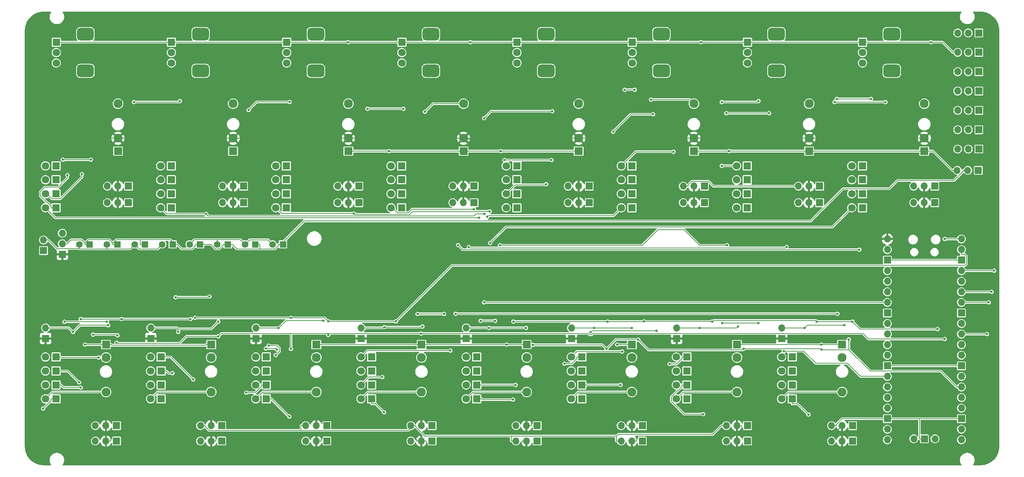
<source format=gbr>
%TF.GenerationSoftware,KiCad,Pcbnew,8.0.8-8.0.8-0~ubuntu24.04.1*%
%TF.CreationDate,2025-02-26T09:10:27-05:00*%
%TF.ProjectId,Oblique Palette 0.5.1 PCB Main,4f626c69-7175-4652-9050-616c65747465,rev?*%
%TF.SameCoordinates,Original*%
%TF.FileFunction,Copper,L1,Top*%
%TF.FilePolarity,Positive*%
%FSLAX46Y46*%
G04 Gerber Fmt 4.6, Leading zero omitted, Abs format (unit mm)*
G04 Created by KiCad (PCBNEW 8.0.8-8.0.8-0~ubuntu24.04.1) date 2025-02-26 09:10:27*
%MOMM*%
%LPD*%
G01*
G04 APERTURE LIST*
G04 Aperture macros list*
%AMRoundRect*
0 Rectangle with rounded corners*
0 $1 Rounding radius*
0 $2 $3 $4 $5 $6 $7 $8 $9 X,Y pos of 4 corners*
0 Add a 4 corners polygon primitive as box body*
4,1,4,$2,$3,$4,$5,$6,$7,$8,$9,$2,$3,0*
0 Add four circle primitives for the rounded corners*
1,1,$1+$1,$2,$3*
1,1,$1+$1,$4,$5*
1,1,$1+$1,$6,$7*
1,1,$1+$1,$8,$9*
0 Add four rect primitives between the rounded corners*
20,1,$1+$1,$2,$3,$4,$5,0*
20,1,$1+$1,$4,$5,$6,$7,0*
20,1,$1+$1,$6,$7,$8,$9,0*
20,1,$1+$1,$8,$9,$2,$3,0*%
G04 Aperture macros list end*
%TA.AperFunction,ComponentPad*%
%ADD10R,1.700000X1.700000*%
%TD*%
%TA.AperFunction,ComponentPad*%
%ADD11O,1.700000X1.700000*%
%TD*%
%TA.AperFunction,ComponentPad*%
%ADD12R,1.800000X1.800000*%
%TD*%
%TA.AperFunction,ComponentPad*%
%ADD13C,1.800000*%
%TD*%
%TA.AperFunction,ComponentPad*%
%ADD14RoundRect,0.750000X-1.250000X-0.750000X1.250000X-0.750000X1.250000X0.750000X-1.250000X0.750000X0*%
%TD*%
%TA.AperFunction,ComponentPad*%
%ADD15R,1.930000X1.830000*%
%TD*%
%TA.AperFunction,ComponentPad*%
%ADD16C,2.130000*%
%TD*%
%TA.AperFunction,ComponentPad*%
%ADD17R,1.600000X1.600000*%
%TD*%
%TA.AperFunction,ComponentPad*%
%ADD18C,1.600000*%
%TD*%
%TA.AperFunction,ViaPad*%
%ADD19C,0.600000*%
%TD*%
%TA.AperFunction,Conductor*%
%ADD20C,0.200000*%
%TD*%
G04 APERTURE END LIST*
D10*
%TO.P,J69,1,Pin_1*%
%TO.N,Net-(D77-A)*%
X214275000Y-116480000D03*
D11*
%TO.P,J69,2,Pin_2*%
%TO.N,VCC*%
X211735000Y-116480000D03*
%TO.P,J69,3,Pin_3*%
%TO.N,GNDREF*%
X209195000Y-116480000D03*
%TD*%
D10*
%TO.P,J14,1,Pin_1*%
%TO.N,SERVO_8*%
X244580000Y-50010000D03*
D11*
%TO.P,J14,2,Pin_2*%
%TO.N,V_SERVO*%
X242040000Y-50010000D03*
%TO.P,J14,3,Pin_3*%
%TO.N,GNDREF*%
X239500000Y-50010000D03*
%TD*%
D12*
%TO.P,D65,1,K*%
%TO.N,Net-(D65-K)*%
X124000000Y-110050000D03*
D13*
%TO.P,D65,2,A*%
%TO.N,Net-(D65-A)*%
X121460000Y-110050000D03*
%TD*%
D10*
%TO.P,J31,1,Pin_1*%
%TO.N,Net-(D34-A)*%
X178685000Y-62910000D03*
D11*
%TO.P,J31,2,Pin_2*%
%TO.N,VCC*%
X176145000Y-62910000D03*
%TO.P,J31,3,Pin_3*%
%TO.N,GNDREF*%
X173605000Y-62910000D03*
%TD*%
D10*
%TO.P,J56,1,Pin_1*%
%TO.N,Net-(D65-A)*%
X138525000Y-120180000D03*
D11*
%TO.P,J56,2,Pin_2*%
%TO.N,VCC*%
X135985000Y-120180000D03*
%TO.P,J56,3,Pin_3*%
%TO.N,GNDREF*%
X133445000Y-120180000D03*
%TD*%
D12*
%TO.P,RV2,1,1*%
%TO.N,GNDREF*%
X50717000Y-24320000D03*
D13*
%TO.P,RV2,2,2*%
%TO.N,Net-(D10-A)*%
X50717000Y-26820000D03*
%TO.P,RV2,3,3*%
X50717000Y-29320000D03*
D14*
%TO.P,RV2,MP,MountPin*%
%TO.N,unconnected-(RV2-MountPin-PadMP)*%
X57717000Y-22420000D03*
%TO.N,unconnected-(RV2-MountPin-PadMP)_1*%
X57717000Y-31220000D03*
%TD*%
D12*
%TO.P,D75,1,K*%
%TO.N,Net-(D75-K)*%
X174500000Y-103350000D03*
D13*
%TO.P,D75,2,A*%
%TO.N,Net-(D75-A)*%
X171960000Y-103350000D03*
%TD*%
D10*
%TO.P,J28,1,Pin_1*%
%TO.N,Net-(D28-A)*%
X151028000Y-62910000D03*
D11*
%TO.P,J28,2,Pin_2*%
%TO.N,VCC*%
X148488000Y-62910000D03*
%TO.P,J28,3,Pin_3*%
%TO.N,GNDREF*%
X145948000Y-62910000D03*
%TD*%
D12*
%TO.P,D2,1,K*%
%TO.N,Net-(D2-K)*%
X23000000Y-60760000D03*
D13*
%TO.P,D2,2,A*%
%TO.N,Net-(D2-A)*%
X20460000Y-60760000D03*
%TD*%
D12*
%TO.P,RV3,1,1*%
%TO.N,GNDREF*%
X78374000Y-24320000D03*
D13*
%TO.P,RV3,2,2*%
%TO.N,Net-(D16-A)*%
X78374000Y-26820000D03*
%TO.P,RV3,3,3*%
X78374000Y-29320000D03*
D14*
%TO.P,RV3,MP,MountPin*%
%TO.N,unconnected-(RV3-MountPin-PadMP)_1*%
X85374000Y-22420000D03*
%TO.N,unconnected-(RV3-MountPin-PadMP)*%
X85374000Y-31220000D03*
%TD*%
D15*
%TO.P,J42,S*%
%TO.N,GNDREF*%
X35000000Y-97000000D03*
D16*
%TO.P,J42,T*%
%TO.N,Net-(D49-A)*%
X35000000Y-108400000D03*
%TO.P,J42,TN*%
%TO.N,unconnected-(J42-PadTN)*%
X35000000Y-100100000D03*
%TD*%
D12*
%TO.P,D67,1,K*%
%TO.N,Net-(D67-K)*%
X124000000Y-103350000D03*
D13*
%TO.P,D67,2,A*%
%TO.N,Net-(D67-A)*%
X121460000Y-103350000D03*
%TD*%
D12*
%TO.P,D58,1,K*%
%TO.N,Net-(D58-K)*%
X73500000Y-106700000D03*
D13*
%TO.P,D58,2,A*%
%TO.N,Net-(D58-A)*%
X70960000Y-106700000D03*
%TD*%
D12*
%TO.P,D32,1,K*%
%TO.N,Net-(D32-K)*%
X161285000Y-60760000D03*
D13*
%TO.P,D32,2,A*%
%TO.N,Net-(D32-A)*%
X158745000Y-60760000D03*
%TD*%
D12*
%TO.P,D7,1,K*%
%TO.N,Net-(D7-K)*%
X50657000Y-64110000D03*
D13*
%TO.P,D7,2,A*%
%TO.N,/Input 2/ANALOG_IN*%
X48117000Y-64110000D03*
%TD*%
D12*
%TO.P,D18,1,K*%
%TO.N,Net-(D18-K)*%
X78314000Y-54060000D03*
D13*
%TO.P,D18,2,A*%
%TO.N,Net-(D18-A)*%
X75774000Y-54060000D03*
%TD*%
D10*
%TO.P,J21,1,Pin_1*%
%TO.N,Net-(D16-A)*%
X95714000Y-58930000D03*
D11*
%TO.P,J21,2,Pin_2*%
%TO.N,VCC*%
X93174000Y-58930000D03*
%TO.P,J21,3,Pin_3*%
%TO.N,GNDREF*%
X90634000Y-58930000D03*
%TD*%
D12*
%TO.P,D78,1,K*%
%TO.N,Net-(D78-K)*%
X199750000Y-106700000D03*
D13*
%TO.P,D78,2,A*%
%TO.N,Net-(D78-A)*%
X197210000Y-106700000D03*
%TD*%
D12*
%TO.P,D56,1,K*%
%TO.N,Net-(D56-K)*%
X48250000Y-100000000D03*
D13*
%TO.P,D56,2,A*%
%TO.N,Net-(D56-A)*%
X45710000Y-100000000D03*
%TD*%
D10*
%TO.P,J18,1,Pin_1*%
%TO.N,Net-(D10-A)*%
X68057000Y-58930000D03*
D11*
%TO.P,J18,2,Pin_2*%
%TO.N,VCC*%
X65517000Y-58930000D03*
%TO.P,J18,3,Pin_3*%
%TO.N,GNDREF*%
X62977000Y-58930000D03*
%TD*%
D12*
%TO.P,D77,1,K*%
%TO.N,Net-(D77-K)*%
X199750000Y-110050000D03*
D13*
%TO.P,D77,2,A*%
%TO.N,Net-(D77-A)*%
X197210000Y-110050000D03*
%TD*%
D12*
%TO.P,RV8,1,1*%
%TO.N,GNDREF*%
X216659000Y-24320000D03*
D13*
%TO.P,RV8,2,2*%
%TO.N,Net-(D46-A)*%
X216659000Y-26820000D03*
%TO.P,RV8,3,3*%
X216659000Y-29320000D03*
D14*
%TO.P,RV8,MP,MountPin*%
%TO.N,unconnected-(RV8-MountPin-PadMP)_1*%
X223659000Y-22420000D03*
%TO.N,unconnected-(RV8-MountPin-PadMP)*%
X223659000Y-31220000D03*
%TD*%
D12*
%TO.P,D24,1,K*%
%TO.N,Net-(D24-K)*%
X105971000Y-54060000D03*
D13*
%TO.P,D24,2,A*%
%TO.N,Net-(D24-A)*%
X103431000Y-54060000D03*
%TD*%
D15*
%TO.P,J46,S*%
%TO.N,GNDREF*%
X60250000Y-97000000D03*
D16*
%TO.P,J46,T*%
%TO.N,Net-(D53-A)*%
X60250000Y-108400000D03*
%TO.P,J46,TN*%
%TO.N,unconnected-(J46-PadTN)*%
X60250000Y-100100000D03*
%TD*%
D10*
%TO.P,J44,1,Pin_1*%
%TO.N,Net-(D53-A)*%
X62775000Y-120180000D03*
D11*
%TO.P,J44,2,Pin_2*%
%TO.N,VCC*%
X60235000Y-120180000D03*
%TO.P,J44,3,Pin_3*%
%TO.N,GNDREF*%
X57695000Y-120180000D03*
%TD*%
D12*
%TO.P,D48,1,K*%
%TO.N,Net-(D48-K)*%
X216599000Y-54060000D03*
D13*
%TO.P,D48,2,A*%
%TO.N,Net-(D48-A)*%
X214059000Y-54060000D03*
%TD*%
D12*
%TO.P,D36,1,K*%
%TO.N,Net-(D36-K)*%
X161285000Y-54060000D03*
D13*
%TO.P,D36,2,A*%
%TO.N,Net-(D36-A)*%
X158745000Y-54060000D03*
%TD*%
D10*
%TO.P,J7,1,Pin_1*%
%TO.N,SERVO_4*%
X244580000Y-36060000D03*
D11*
%TO.P,J7,2,Pin_2*%
%TO.N,V_SERVO*%
X242040000Y-36060000D03*
%TO.P,J7,3,Pin_3*%
%TO.N,GNDREF*%
X239500000Y-36060000D03*
%TD*%
D12*
%TO.P,RV4,1,1*%
%TO.N,GNDREF*%
X106031000Y-24320000D03*
D13*
%TO.P,RV4,2,2*%
%TO.N,Net-(D22-A)*%
X106031000Y-26820000D03*
%TO.P,RV4,3,3*%
X106031000Y-29320000D03*
D14*
%TO.P,RV4,MP,MountPin*%
%TO.N,unconnected-(RV4-MountPin-PadMP)_1*%
X113031000Y-22420000D03*
%TO.N,unconnected-(RV4-MountPin-PadMP)*%
X113031000Y-31220000D03*
%TD*%
D12*
%TO.P,D38,1,K*%
%TO.N,Net-(D38-K)*%
X188942000Y-60760000D03*
D13*
%TO.P,D38,2,A*%
%TO.N,Net-(D38-A)*%
X186402000Y-60760000D03*
%TD*%
D10*
%TO.P,J65,1,Pin_1*%
%TO.N,Net-(D73-A)*%
X189025000Y-116480000D03*
D11*
%TO.P,J65,2,Pin_2*%
%TO.N,VCC*%
X186485000Y-116480000D03*
%TO.P,J65,3,Pin_3*%
%TO.N,GNDREF*%
X183945000Y-116480000D03*
%TD*%
D12*
%TO.P,D76,1,K*%
%TO.N,Net-(D76-K)*%
X174500000Y-100000000D03*
D13*
%TO.P,D76,2,A*%
%TO.N,Net-(D76-A)*%
X171960000Y-100000000D03*
%TD*%
D12*
%TO.P,D66,1,K*%
%TO.N,Net-(D66-K)*%
X124000000Y-106700000D03*
D13*
%TO.P,D66,2,A*%
%TO.N,Net-(D66-A)*%
X121460000Y-106700000D03*
%TD*%
D10*
%TO.P,J16,1,Pin_1*%
%TO.N,Net-(D4-A)*%
X40400000Y-62910000D03*
D11*
%TO.P,J16,2,Pin_2*%
%TO.N,VCC*%
X37860000Y-62910000D03*
%TO.P,J16,3,Pin_3*%
%TO.N,GNDREF*%
X35320000Y-62910000D03*
%TD*%
D12*
%TO.P,D64,1,K*%
%TO.N,Net-(D64-K)*%
X98750000Y-100000000D03*
D13*
%TO.P,D64,2,A*%
%TO.N,Net-(D64-A)*%
X96210000Y-100000000D03*
%TD*%
D12*
%TO.P,RV5,1,1*%
%TO.N,GNDREF*%
X133688000Y-24320000D03*
D13*
%TO.P,RV5,2,2*%
%TO.N,Net-(D28-A)*%
X133688000Y-26820000D03*
%TO.P,RV5,3,3*%
X133688000Y-29320000D03*
D14*
%TO.P,RV5,MP,MountPin*%
%TO.N,unconnected-(RV5-MountPin-PadMP)*%
X140688000Y-22420000D03*
%TO.N,unconnected-(RV5-MountPin-PadMP)_1*%
X140688000Y-31220000D03*
%TD*%
D10*
%TO.P,J34,1,Pin_1*%
%TO.N,Net-(D40-A)*%
X206342000Y-62910000D03*
D11*
%TO.P,J34,2,Pin_2*%
%TO.N,VCC*%
X203802000Y-62910000D03*
%TO.P,J34,3,Pin_3*%
%TO.N,GNDREF*%
X201262000Y-62910000D03*
%TD*%
D12*
%TO.P,D8,1,K*%
%TO.N,Net-(D8-K)*%
X50657000Y-60760000D03*
D13*
%TO.P,D8,2,A*%
%TO.N,Net-(D8-A)*%
X48117000Y-60760000D03*
%TD*%
D10*
%TO.P,J19,1,Pin_1*%
%TO.N,Net-(D10-A)*%
X68057000Y-62910000D03*
D11*
%TO.P,J19,2,Pin_2*%
%TO.N,VCC*%
X65517000Y-62910000D03*
%TO.P,J19,3,Pin_3*%
%TO.N,GNDREF*%
X62977000Y-62910000D03*
%TD*%
D10*
%TO.P,J4,1,Pin_1*%
%TO.N,SERVO_2*%
X244580000Y-26760000D03*
D11*
%TO.P,J4,2,Pin_2*%
%TO.N,V_SERVO*%
X242040000Y-26760000D03*
%TO.P,J4,3,Pin_3*%
%TO.N,GNDREF*%
X239500000Y-26760000D03*
%TD*%
D12*
%TO.P,D71,1,K*%
%TO.N,Net-(D71-K)*%
X149250000Y-103350000D03*
D13*
%TO.P,D71,2,A*%
%TO.N,Net-(D71-A)*%
X146710000Y-103350000D03*
%TD*%
D12*
%TO.P,D61,1,K*%
%TO.N,Net-(D61-K)*%
X98750000Y-110050000D03*
D13*
%TO.P,D61,2,A*%
%TO.N,Net-(D61-A)*%
X96210000Y-110050000D03*
%TD*%
D15*
%TO.P,J17,S*%
%TO.N,GNDREF*%
X37875000Y-50510000D03*
D16*
%TO.P,J17,T*%
%TO.N,Net-(D4-A)*%
X37875000Y-39110000D03*
%TO.P,J17,TN*%
%TO.N,VCC*%
X37875000Y-47410000D03*
%TD*%
D10*
%TO.P,J24,1,Pin_1*%
%TO.N,Net-(D22-A)*%
X123371000Y-58930000D03*
D11*
%TO.P,J24,2,Pin_2*%
%TO.N,VCC*%
X120831000Y-58930000D03*
%TO.P,J24,3,Pin_3*%
%TO.N,GNDREF*%
X118291000Y-58930000D03*
%TD*%
D12*
%TO.P,D74,1,K*%
%TO.N,Net-(D74-K)*%
X174500000Y-106700000D03*
D13*
%TO.P,D74,2,A*%
%TO.N,Net-(D74-A)*%
X171960000Y-106700000D03*
%TD*%
D12*
%TO.P,D68,1,K*%
%TO.N,Net-(D68-K)*%
X124000000Y-100000000D03*
D13*
%TO.P,D68,2,A*%
%TO.N,Net-(D68-A)*%
X121460000Y-100000000D03*
%TD*%
D15*
%TO.P,J20,S*%
%TO.N,GNDREF*%
X65532000Y-50510000D03*
D16*
%TO.P,J20,T*%
%TO.N,Net-(D10-A)*%
X65532000Y-39110000D03*
%TO.P,J20,TN*%
%TO.N,VCC*%
X65532000Y-47410000D03*
%TD*%
D10*
%TO.P,J40,1,Pin_1*%
%TO.N,Net-(D49-A)*%
X37525000Y-120180000D03*
D11*
%TO.P,J40,2,Pin_2*%
%TO.N,VCC*%
X34985000Y-120180000D03*
%TO.P,J40,3,Pin_3*%
%TO.N,GNDREF*%
X32445000Y-120180000D03*
%TD*%
D10*
%TO.P,J27,1,Pin_1*%
%TO.N,Net-(D28-A)*%
X151028000Y-58930000D03*
D11*
%TO.P,J27,2,Pin_2*%
%TO.N,VCC*%
X148488000Y-58930000D03*
%TO.P,J27,3,Pin_3*%
%TO.N,GNDREF*%
X145948000Y-58930000D03*
%TD*%
D12*
%TO.P,D80,1,K*%
%TO.N,Net-(D80-K)*%
X199750000Y-100000000D03*
D13*
%TO.P,D80,2,A*%
%TO.N,Net-(D80-A)*%
X197210000Y-100000000D03*
%TD*%
D10*
%TO.P,J41,1,Pin_1*%
%TO.N,Net-(D49-A)*%
X37525000Y-116480000D03*
D11*
%TO.P,J41,2,Pin_2*%
%TO.N,VCC*%
X34985000Y-116480000D03*
%TO.P,J41,3,Pin_3*%
%TO.N,GNDREF*%
X32445000Y-116480000D03*
%TD*%
D12*
%TO.P,D3,1,K*%
%TO.N,Net-(D3-K)*%
X23000000Y-57410000D03*
D13*
%TO.P,D3,2,A*%
%TO.N,Net-(D3-A)*%
X20460000Y-57410000D03*
%TD*%
D12*
%TO.P,D62,1,K*%
%TO.N,Net-(D62-K)*%
X98750000Y-106700000D03*
D13*
%TO.P,D62,2,A*%
%TO.N,Net-(D62-A)*%
X96210000Y-106700000D03*
%TD*%
D10*
%TO.P,J13,1,Pin_1*%
%TO.N,SERVO_7*%
X244580000Y-45360000D03*
D11*
%TO.P,J13,2,Pin_2*%
%TO.N,V_SERVO*%
X242040000Y-45360000D03*
%TO.P,J13,3,Pin_3*%
%TO.N,GNDREF*%
X239500000Y-45360000D03*
%TD*%
D12*
%TO.P,D50,1,K*%
%TO.N,Net-(D50-K)*%
X23000000Y-106700000D03*
D13*
%TO.P,D50,2,A*%
%TO.N,Net-(D50-A)*%
X20460000Y-106700000D03*
%TD*%
D12*
%TO.P,D69,1,K*%
%TO.N,Net-(D69-K)*%
X149250000Y-110050000D03*
D13*
%TO.P,D69,2,A*%
%TO.N,Net-(D69-A)*%
X146710000Y-110050000D03*
%TD*%
D10*
%TO.P,J37,1,Pin_1*%
%TO.N,Net-(D46-A)*%
X233999000Y-62910000D03*
D11*
%TO.P,J37,2,Pin_2*%
%TO.N,VCC*%
X231459000Y-62910000D03*
%TO.P,J37,3,Pin_3*%
%TO.N,GNDREF*%
X228919000Y-62910000D03*
%TD*%
D15*
%TO.P,J32,S*%
%TO.N,GNDREF*%
X176160000Y-50510000D03*
D16*
%TO.P,J32,T*%
%TO.N,Net-(D34-A)*%
X176160000Y-39110000D03*
%TO.P,J32,TN*%
%TO.N,VCC*%
X176160000Y-47410000D03*
%TD*%
D10*
%TO.P,J15,1,Pin_1*%
%TO.N,Net-(D4-A)*%
X40400000Y-58930000D03*
D11*
%TO.P,J15,2,Pin_2*%
%TO.N,VCC*%
X37860000Y-58930000D03*
%TO.P,J15,3,Pin_3*%
%TO.N,GNDREF*%
X35320000Y-58930000D03*
%TD*%
D10*
%TO.P,J25,1,Pin_1*%
%TO.N,Net-(D22-A)*%
X123371000Y-62910000D03*
D11*
%TO.P,J25,2,Pin_2*%
%TO.N,VCC*%
X120831000Y-62910000D03*
%TO.P,J25,3,Pin_3*%
%TO.N,GNDREF*%
X118291000Y-62910000D03*
%TD*%
D12*
%TO.P,D15,1,K*%
%TO.N,Net-(D15-K)*%
X78314000Y-57410000D03*
D13*
%TO.P,D15,2,A*%
%TO.N,Net-(D15-A)*%
X75774000Y-57410000D03*
%TD*%
D10*
%TO.P,J45,1,Pin_1*%
%TO.N,Net-(D53-A)*%
X62775000Y-116480000D03*
D11*
%TO.P,J45,2,Pin_2*%
%TO.N,VCC*%
X60235000Y-116480000D03*
%TO.P,J45,3,Pin_3*%
%TO.N,GNDREF*%
X57695000Y-116480000D03*
%TD*%
D12*
%TO.P,D53,1,K*%
%TO.N,Net-(D53-K)*%
X48250000Y-110050000D03*
D13*
%TO.P,D53,2,A*%
%TO.N,Net-(D53-A)*%
X45710000Y-110050000D03*
%TD*%
D15*
%TO.P,J66,S*%
%TO.N,GNDREF*%
X186500000Y-97000000D03*
D16*
%TO.P,J66,T*%
%TO.N,Net-(D73-A)*%
X186500000Y-108400000D03*
%TO.P,J66,TN*%
%TO.N,unconnected-(J66-PadTN)*%
X186500000Y-100100000D03*
%TD*%
D12*
%TO.P,D14,1,K*%
%TO.N,Net-(D14-K)*%
X78314000Y-60760000D03*
D13*
%TO.P,D14,2,A*%
%TO.N,Net-(D14-A)*%
X75774000Y-60760000D03*
%TD*%
D12*
%TO.P,RV6,1,1*%
%TO.N,GNDREF*%
X161345000Y-24320000D03*
D13*
%TO.P,RV6,2,2*%
%TO.N,Net-(D34-A)*%
X161345000Y-26820000D03*
%TO.P,RV6,3,3*%
X161345000Y-29320000D03*
D14*
%TO.P,RV6,MP,MountPin*%
%TO.N,unconnected-(RV6-MountPin-PadMP)*%
X168345000Y-22420000D03*
%TO.N,unconnected-(RV6-MountPin-PadMP)_1*%
X168345000Y-31220000D03*
%TD*%
D12*
%TO.P,D1,1,K*%
%TO.N,Net-(D1-K)*%
X23000000Y-64110000D03*
D13*
%TO.P,D1,2,A*%
%TO.N,/Input 1/ANALOG_IN*%
X20460000Y-64110000D03*
%TD*%
D12*
%TO.P,D59,1,K*%
%TO.N,Net-(D59-K)*%
X73500000Y-103350000D03*
D13*
%TO.P,D59,2,A*%
%TO.N,Net-(D59-A)*%
X70960000Y-103350000D03*
%TD*%
D15*
%TO.P,J62,S*%
%TO.N,GNDREF*%
X161250000Y-97000000D03*
D16*
%TO.P,J62,T*%
%TO.N,Net-(D69-A)*%
X161250000Y-108400000D03*
%TO.P,J62,TN*%
%TO.N,unconnected-(J62-PadTN)*%
X161250000Y-100100000D03*
%TD*%
D12*
%TO.P,D60,1,K*%
%TO.N,Net-(D60-K)*%
X73500000Y-100000000D03*
D13*
%TO.P,D60,2,A*%
%TO.N,Net-(D60-A)*%
X70960000Y-100000000D03*
%TD*%
D12*
%TO.P,D30,1,K*%
%TO.N,Net-(D30-K)*%
X133628000Y-54060000D03*
D13*
%TO.P,D30,2,A*%
%TO.N,Net-(D30-A)*%
X131088000Y-54060000D03*
%TD*%
D10*
%TO.P,J57,1,Pin_1*%
%TO.N,Net-(D65-A)*%
X138525000Y-116480000D03*
D11*
%TO.P,J57,2,Pin_2*%
%TO.N,VCC*%
X135985000Y-116480000D03*
%TO.P,J57,3,Pin_3*%
%TO.N,GNDREF*%
X133445000Y-116480000D03*
%TD*%
D12*
%TO.P,D63,1,K*%
%TO.N,Net-(D63-K)*%
X98750000Y-103350000D03*
D13*
%TO.P,D63,2,A*%
%TO.N,Net-(D63-A)*%
X96210000Y-103350000D03*
%TD*%
D10*
%TO.P,J64,1,Pin_1*%
%TO.N,Net-(D73-A)*%
X189025000Y-120180000D03*
D11*
%TO.P,J64,2,Pin_2*%
%TO.N,VCC*%
X186485000Y-120180000D03*
%TO.P,J64,3,Pin_3*%
%TO.N,GNDREF*%
X183945000Y-120180000D03*
%TD*%
D12*
%TO.P,D42,1,K*%
%TO.N,Net-(D42-K)*%
X188942000Y-54060000D03*
D13*
%TO.P,D42,2,A*%
%TO.N,Net-(D42-A)*%
X186402000Y-54060000D03*
%TD*%
D10*
%TO.P,J61,1,Pin_1*%
%TO.N,Net-(D69-A)*%
X163775000Y-116480000D03*
D11*
%TO.P,J61,2,Pin_2*%
%TO.N,VCC*%
X161235000Y-116480000D03*
%TO.P,J61,3,Pin_3*%
%TO.N,GNDREF*%
X158695000Y-116480000D03*
%TD*%
D12*
%TO.P,D13,1,K*%
%TO.N,Net-(D13-K)*%
X78314000Y-64110000D03*
D13*
%TO.P,D13,2,A*%
%TO.N,/Input 3/ANALOG_IN*%
X75774000Y-64110000D03*
%TD*%
D10*
%TO.P,J30,1,Pin_1*%
%TO.N,Net-(D34-A)*%
X178685000Y-58930000D03*
D11*
%TO.P,J30,2,Pin_2*%
%TO.N,VCC*%
X176145000Y-58930000D03*
%TO.P,J30,3,Pin_3*%
%TO.N,GNDREF*%
X173605000Y-58930000D03*
%TD*%
D10*
%TO.P,J49,1,Pin_1*%
%TO.N,Net-(D57-A)*%
X88025000Y-116480000D03*
D11*
%TO.P,J49,2,Pin_2*%
%TO.N,VCC*%
X85485000Y-116480000D03*
%TO.P,J49,3,Pin_3*%
%TO.N,GNDREF*%
X82945000Y-116480000D03*
%TD*%
D15*
%TO.P,J35,S*%
%TO.N,GNDREF*%
X203817000Y-50510000D03*
D16*
%TO.P,J35,T*%
%TO.N,Net-(D40-A)*%
X203817000Y-39110000D03*
%TO.P,J35,TN*%
%TO.N,VCC*%
X203817000Y-47410000D03*
%TD*%
D10*
%TO.P,J9,1,Pin_1*%
%TO.N,SERVO_5*%
X244450000Y-55130000D03*
D11*
%TO.P,J9,2,Pin_2*%
%TO.N,V_SERVO*%
X241910000Y-55130000D03*
%TO.P,J9,3,Pin_3*%
%TO.N,GNDREF*%
X239370000Y-55130000D03*
%TD*%
D15*
%TO.P,J23,S*%
%TO.N,GNDREF*%
X93189000Y-50510000D03*
D16*
%TO.P,J23,T*%
%TO.N,Net-(D16-A)*%
X93189000Y-39110000D03*
%TO.P,J23,TN*%
%TO.N,VCC*%
X93189000Y-47410000D03*
%TD*%
D12*
%TO.P,D19,1,K*%
%TO.N,Net-(D19-K)*%
X105971000Y-64110000D03*
D13*
%TO.P,D19,2,A*%
%TO.N,/Input 4/ANALOG_IN*%
X103431000Y-64110000D03*
%TD*%
D10*
%TO.P,J68,1,Pin_1*%
%TO.N,Net-(D77-A)*%
X214275000Y-120180000D03*
D11*
%TO.P,J68,2,Pin_2*%
%TO.N,VCC*%
X211735000Y-120180000D03*
%TO.P,J68,3,Pin_3*%
%TO.N,GNDREF*%
X209195000Y-120180000D03*
%TD*%
D15*
%TO.P,J29,S*%
%TO.N,GNDREF*%
X148503000Y-50510000D03*
D16*
%TO.P,J29,T*%
%TO.N,Net-(D28-A)*%
X148503000Y-39110000D03*
%TO.P,J29,TN*%
%TO.N,VCC*%
X148503000Y-47410000D03*
%TD*%
D12*
%TO.P,D26,1,K*%
%TO.N,Net-(D26-K)*%
X133628000Y-60760000D03*
D13*
%TO.P,D26,2,A*%
%TO.N,Net-(D26-A)*%
X131088000Y-60760000D03*
%TD*%
D15*
%TO.P,J58,S*%
%TO.N,GNDREF*%
X136000000Y-97000000D03*
D16*
%TO.P,J58,T*%
%TO.N,Net-(D65-A)*%
X136000000Y-108400000D03*
%TO.P,J58,TN*%
%TO.N,unconnected-(J58-PadTN)*%
X136000000Y-100100000D03*
%TD*%
D12*
%TO.P,D20,1,K*%
%TO.N,Net-(D20-K)*%
X105971000Y-60760000D03*
D13*
%TO.P,D20,2,A*%
%TO.N,Net-(D20-A)*%
X103431000Y-60760000D03*
%TD*%
D12*
%TO.P,RV1,1,1*%
%TO.N,GNDREF*%
X23060000Y-24320000D03*
D13*
%TO.P,RV1,2,2*%
%TO.N,Net-(D4-A)*%
X23060000Y-26820000D03*
%TO.P,RV1,3,3*%
X23060000Y-29320000D03*
D14*
%TO.P,RV1,MP,MountPin*%
%TO.N,unconnected-(RV1-MountPin-PadMP)_1*%
X30060000Y-22420000D03*
%TO.N,unconnected-(RV1-MountPin-PadMP)*%
X30060000Y-31220000D03*
%TD*%
D15*
%TO.P,J70,S*%
%TO.N,GNDREF*%
X211750000Y-97000000D03*
D16*
%TO.P,J70,T*%
%TO.N,Net-(D77-A)*%
X211750000Y-108400000D03*
%TO.P,J70,TN*%
%TO.N,unconnected-(J70-PadTN)*%
X211750000Y-100100000D03*
%TD*%
D12*
%TO.P,D21,1,K*%
%TO.N,Net-(D21-K)*%
X105971000Y-57410000D03*
D13*
%TO.P,D21,2,A*%
%TO.N,Net-(D21-A)*%
X103431000Y-57410000D03*
%TD*%
D12*
%TO.P,D73,1,K*%
%TO.N,Net-(D73-K)*%
X174500000Y-110050000D03*
D13*
%TO.P,D73,2,A*%
%TO.N,Net-(D73-A)*%
X171960000Y-110050000D03*
%TD*%
D12*
%TO.P,D45,1,K*%
%TO.N,Net-(D45-K)*%
X216599000Y-57410000D03*
D13*
%TO.P,D45,2,A*%
%TO.N,Net-(D45-A)*%
X214059000Y-57410000D03*
%TD*%
D10*
%TO.P,J33,1,Pin_1*%
%TO.N,Net-(D40-A)*%
X206342000Y-58930000D03*
D11*
%TO.P,J33,2,Pin_2*%
%TO.N,VCC*%
X203802000Y-58930000D03*
%TO.P,J33,3,Pin_3*%
%TO.N,GNDREF*%
X201262000Y-58930000D03*
%TD*%
D10*
%TO.P,J36,1,Pin_1*%
%TO.N,Net-(D46-A)*%
X233999000Y-58930000D03*
D11*
%TO.P,J36,2,Pin_2*%
%TO.N,VCC*%
X231459000Y-58930000D03*
%TO.P,J36,3,Pin_3*%
%TO.N,GNDREF*%
X228919000Y-58930000D03*
%TD*%
D12*
%TO.P,D72,1,K*%
%TO.N,Net-(D72-K)*%
X149250000Y-100000000D03*
D13*
%TO.P,D72,2,A*%
%TO.N,Net-(D72-A)*%
X146710000Y-100000000D03*
%TD*%
D12*
%TO.P,D44,1,K*%
%TO.N,Net-(D44-K)*%
X216599000Y-60760000D03*
D13*
%TO.P,D44,2,A*%
%TO.N,Net-(D44-A)*%
X214059000Y-60760000D03*
%TD*%
D12*
%TO.P,D55,1,K*%
%TO.N,Net-(D55-K)*%
X48250000Y-103350000D03*
D13*
%TO.P,D55,2,A*%
%TO.N,Net-(D55-A)*%
X45710000Y-103350000D03*
%TD*%
D12*
%TO.P,D31,1,K*%
%TO.N,Net-(D31-K)*%
X161285000Y-64110000D03*
D13*
%TO.P,D31,2,A*%
%TO.N,/Input 6/ANALOG_IN*%
X158745000Y-64110000D03*
%TD*%
D10*
%TO.P,J5,1,Pin_1*%
%TO.N,SERVO_3*%
X244580000Y-31410000D03*
D11*
%TO.P,J5,2,Pin_2*%
%TO.N,V_SERVO*%
X242040000Y-31410000D03*
%TO.P,J5,3,Pin_3*%
%TO.N,GNDREF*%
X239500000Y-31410000D03*
%TD*%
D10*
%TO.P,J22,1,Pin_1*%
%TO.N,Net-(D16-A)*%
X95714000Y-62910000D03*
D11*
%TO.P,J22,2,Pin_2*%
%TO.N,VCC*%
X93174000Y-62910000D03*
%TO.P,J22,3,Pin_3*%
%TO.N,GNDREF*%
X90634000Y-62910000D03*
%TD*%
D12*
%TO.P,D37,1,K*%
%TO.N,Net-(D37-K)*%
X188942000Y-64110000D03*
D13*
%TO.P,D37,2,A*%
%TO.N,/Input 7/ANALOG_IN*%
X186402000Y-64110000D03*
%TD*%
D12*
%TO.P,D39,1,K*%
%TO.N,Net-(D39-K)*%
X188942000Y-57410000D03*
D13*
%TO.P,D39,2,A*%
%TO.N,Net-(D39-A)*%
X186402000Y-57410000D03*
%TD*%
D15*
%TO.P,J38,S*%
%TO.N,GNDREF*%
X231474000Y-50510000D03*
D16*
%TO.P,J38,T*%
%TO.N,Net-(D46-A)*%
X231474000Y-39110000D03*
%TO.P,J38,TN*%
%TO.N,VCC*%
X231474000Y-47410000D03*
%TD*%
D10*
%TO.P,J11,1,Pin_1*%
%TO.N,SERVO_6*%
X244580000Y-40710000D03*
D11*
%TO.P,J11,2,Pin_2*%
%TO.N,V_SERVO*%
X242040000Y-40710000D03*
%TO.P,J11,3,Pin_3*%
%TO.N,GNDREF*%
X239500000Y-40710000D03*
%TD*%
D12*
%TO.P,D27,1,K*%
%TO.N,Net-(D27-K)*%
X133628000Y-57410000D03*
D13*
%TO.P,D27,2,A*%
%TO.N,Net-(D27-A)*%
X131088000Y-57410000D03*
%TD*%
D12*
%TO.P,D70,1,K*%
%TO.N,Net-(D70-K)*%
X149250000Y-106700000D03*
D13*
%TO.P,D70,2,A*%
%TO.N,Net-(D70-A)*%
X146710000Y-106700000D03*
%TD*%
D15*
%TO.P,J54,S*%
%TO.N,GNDREF*%
X110750000Y-97000000D03*
D16*
%TO.P,J54,T*%
%TO.N,Net-(D61-A)*%
X110750000Y-108400000D03*
%TO.P,J54,TN*%
%TO.N,unconnected-(J54-PadTN)*%
X110750000Y-100100000D03*
%TD*%
D12*
%TO.P,D54,1,K*%
%TO.N,Net-(D54-K)*%
X48250000Y-106700000D03*
D13*
%TO.P,D54,2,A*%
%TO.N,Net-(D54-A)*%
X45710000Y-106700000D03*
%TD*%
D12*
%TO.P,D52,1,K*%
%TO.N,Net-(D52-K)*%
X23000000Y-100000000D03*
D13*
%TO.P,D52,2,A*%
%TO.N,Net-(D52-A)*%
X20460000Y-100000000D03*
%TD*%
D12*
%TO.P,D43,1,K*%
%TO.N,Net-(D43-K)*%
X216599000Y-64110000D03*
D13*
%TO.P,D43,2,A*%
%TO.N,/Input 8/ANALOG_IN*%
X214059000Y-64110000D03*
%TD*%
D12*
%TO.P,D6,1,K*%
%TO.N,Net-(D6-K)*%
X23000000Y-54060000D03*
D13*
%TO.P,D6,2,A*%
%TO.N,Net-(D6-A)*%
X20460000Y-54060000D03*
%TD*%
D12*
%TO.P,D12,1,K*%
%TO.N,Net-(D12-K)*%
X50657000Y-54060000D03*
D13*
%TO.P,D12,2,A*%
%TO.N,Net-(D12-A)*%
X48117000Y-54060000D03*
%TD*%
D12*
%TO.P,D9,1,K*%
%TO.N,Net-(D9-K)*%
X50657000Y-57410000D03*
D13*
%TO.P,D9,2,A*%
%TO.N,Net-(D9-A)*%
X48117000Y-57410000D03*
%TD*%
D10*
%TO.P,J48,1,Pin_1*%
%TO.N,Net-(D57-A)*%
X88025000Y-120180000D03*
D11*
%TO.P,J48,2,Pin_2*%
%TO.N,VCC*%
X85485000Y-120180000D03*
%TO.P,J48,3,Pin_3*%
%TO.N,GNDREF*%
X82945000Y-120180000D03*
%TD*%
D10*
%TO.P,J53,1,Pin_1*%
%TO.N,Net-(D61-A)*%
X113275000Y-116480000D03*
D11*
%TO.P,J53,2,Pin_2*%
%TO.N,VCC*%
X110735000Y-116480000D03*
%TO.P,J53,3,Pin_3*%
%TO.N,GNDREF*%
X108195000Y-116480000D03*
%TD*%
D12*
%TO.P,D51,1,K*%
%TO.N,Net-(D51-K)*%
X23000000Y-103350000D03*
D13*
%TO.P,D51,2,A*%
%TO.N,Net-(D51-A)*%
X20460000Y-103350000D03*
%TD*%
D12*
%TO.P,D79,1,K*%
%TO.N,Net-(D79-K)*%
X199750000Y-103350000D03*
D13*
%TO.P,D79,2,A*%
%TO.N,Net-(D79-A)*%
X197210000Y-103350000D03*
%TD*%
D12*
%TO.P,D49,1,K*%
%TO.N,Net-(D49-K)*%
X23000000Y-110050000D03*
D13*
%TO.P,D49,2,A*%
%TO.N,Net-(D49-A)*%
X20460000Y-110050000D03*
%TD*%
D12*
%TO.P,D25,1,K*%
%TO.N,Net-(D25-K)*%
X133628000Y-64110000D03*
D13*
%TO.P,D25,2,A*%
%TO.N,/Input 5/ANALOG_IN*%
X131088000Y-64110000D03*
%TD*%
D12*
%TO.P,RV7,1,1*%
%TO.N,GNDREF*%
X189002000Y-24320000D03*
D13*
%TO.P,RV7,2,2*%
%TO.N,Net-(D40-A)*%
X189002000Y-26820000D03*
%TO.P,RV7,3,3*%
X189002000Y-29320000D03*
D14*
%TO.P,RV7,MP,MountPin*%
%TO.N,unconnected-(RV7-MountPin-PadMP)_1*%
X196002000Y-22420000D03*
%TO.N,unconnected-(RV7-MountPin-PadMP)*%
X196002000Y-31220000D03*
%TD*%
D12*
%TO.P,D33,1,K*%
%TO.N,Net-(D33-K)*%
X161285000Y-57410000D03*
D13*
%TO.P,D33,2,A*%
%TO.N,Net-(D33-A)*%
X158745000Y-57410000D03*
%TD*%
D10*
%TO.P,J52,1,Pin_1*%
%TO.N,Net-(D61-A)*%
X113275000Y-120180000D03*
D11*
%TO.P,J52,2,Pin_2*%
%TO.N,VCC*%
X110735000Y-120180000D03*
%TO.P,J52,3,Pin_3*%
%TO.N,GNDREF*%
X108195000Y-120180000D03*
%TD*%
D15*
%TO.P,J50,S*%
%TO.N,GNDREF*%
X85500000Y-97000000D03*
D16*
%TO.P,J50,T*%
%TO.N,Net-(D57-A)*%
X85500000Y-108400000D03*
%TO.P,J50,TN*%
%TO.N,unconnected-(J50-PadTN)*%
X85500000Y-100100000D03*
%TD*%
D10*
%TO.P,J2,1,Pin_1*%
%TO.N,SERVO_1*%
X244580000Y-22110000D03*
D11*
%TO.P,J2,2,Pin_2*%
%TO.N,V_SERVO*%
X242040000Y-22110000D03*
%TO.P,J2,3,Pin_3*%
%TO.N,GNDREF*%
X239500000Y-22110000D03*
%TD*%
D12*
%TO.P,D57,1,K*%
%TO.N,Net-(D57-K)*%
X73500000Y-110050000D03*
D13*
%TO.P,D57,2,A*%
%TO.N,Net-(D57-A)*%
X70960000Y-110050000D03*
%TD*%
D10*
%TO.P,J60,1,Pin_1*%
%TO.N,Net-(D69-A)*%
X163775000Y-120180000D03*
D11*
%TO.P,J60,2,Pin_2*%
%TO.N,VCC*%
X161235000Y-120180000D03*
%TO.P,J60,3,Pin_3*%
%TO.N,GNDREF*%
X158695000Y-120180000D03*
%TD*%
D17*
%TO.P,C8,1*%
%TO.N,V_SERVO*%
X31080700Y-72910000D03*
D18*
%TO.P,C8,2*%
%TO.N,GNDREF*%
X28580700Y-72910000D03*
%TD*%
D10*
%TO.P,J51,1,Pin_1*%
%TO.N,VCC*%
X96250000Y-95535000D03*
D11*
%TO.P,J51,2,Pin_2*%
%TO.N,Net-(J51-Pin_2)*%
X96250000Y-92995000D03*
%TD*%
D10*
%TO.P,J72,1,Pin_1*%
%TO.N,Net-(J71-Pin_3)*%
X20000000Y-74410000D03*
D11*
%TO.P,J72,2,Pin_2*%
%TO.N,GNDREF*%
X20000000Y-71870000D03*
%TD*%
D10*
%TO.P,J43,1,Pin_1*%
%TO.N,VCC*%
X45750000Y-95535000D03*
D11*
%TO.P,J43,2,Pin_2*%
%TO.N,Net-(J43-Pin_2)*%
X45750000Y-92995000D03*
%TD*%
D10*
%TO.P,J55,1,Pin_1*%
%TO.N,VCC*%
X121500000Y-95535000D03*
D11*
%TO.P,J55,2,Pin_2*%
%TO.N,Net-(J55-Pin_2)*%
X121500000Y-92995000D03*
%TD*%
%TO.P,U2,43,SWDIO*%
%TO.N,unconnected-(U2-SWDIO-Pad43)_1*%
X228960000Y-119660000D03*
D10*
%TO.P,U2,42,GND*%
%TO.N,GNDREF*%
X231500000Y-119660000D03*
D11*
%TO.P,U2,41,SWCLK*%
%TO.N,unconnected-(U2-SWCLK-Pad41)*%
X234040000Y-119660000D03*
%TO.P,U2,40,VBUS*%
%TO.N,VCC*%
X222610000Y-71630000D03*
%TO.P,U2,39,VSYS*%
%TO.N,unconnected-(U2-VSYS-Pad39)_1*%
X222610000Y-74170000D03*
D10*
%TO.P,U2,38,GND*%
%TO.N,GNDREF*%
X222610000Y-76710000D03*
D11*
%TO.P,U2,37,3V3_EN*%
%TO.N,unconnected-(U2-3V3_EN-Pad37)_1*%
X222610000Y-79250000D03*
%TO.P,U2,36,3V3*%
%TO.N,unconnected-(U2-3V3-Pad36)_1*%
X222610000Y-81790000D03*
%TO.P,U2,35,ADC_VREF*%
%TO.N,unconnected-(U2-ADC_VREF-Pad35)_1*%
X222610000Y-84330000D03*
%TO.P,U2,34,GPIO28_ADC2*%
%TO.N,ADC*%
X222610000Y-86870000D03*
D10*
%TO.P,U2,33,AGND*%
%TO.N,unconnected-(U2-AGND-Pad33)_1*%
X222610000Y-89410000D03*
D11*
%TO.P,U2,32,GPIO27_ADC1*%
%TO.N,unconnected-(U2-GPIO27_ADC1-Pad32)*%
X222610000Y-91950000D03*
%TO.P,U2,31,GPIO26_ADC0*%
%TO.N,unconnected-(U2-GPIO26_ADC0-Pad31)_1*%
X222610000Y-94490000D03*
%TO.P,U2,30,RUN*%
%TO.N,unconnected-(U2-RUN-Pad30)*%
X222610000Y-97030000D03*
%TO.P,U2,29,GPIO22*%
%TO.N,unconnected-(U2-GPIO22-Pad29)_1*%
X222610000Y-99570000D03*
D10*
%TO.P,U2,28,GND*%
%TO.N,GNDREF*%
X222610000Y-102110000D03*
D11*
%TO.P,U2,27,GPIO21*%
%TO.N,ADC_0*%
X222610000Y-104650000D03*
%TO.P,U2,26,GPIO20*%
%TO.N,ADC_1*%
X222610000Y-107190000D03*
%TO.P,U2,25,GPIO19*%
%TO.N,unconnected-(U2-GPIO19-Pad25)*%
X222610000Y-109730000D03*
%TO.P,U2,24,GPIO18*%
%TO.N,unconnected-(U2-GPIO18-Pad24)_1*%
X222610000Y-112270000D03*
D10*
%TO.P,U2,23,GND*%
%TO.N,GNDREF*%
X222610000Y-114810000D03*
D11*
%TO.P,U2,22,GPIO17*%
%TO.N,ADC_2*%
X222610000Y-117350000D03*
%TO.P,U2,21,GPIO16*%
%TO.N,unconnected-(U2-GPIO16-Pad21)_1*%
X222610000Y-119890000D03*
%TO.P,U2,20,GPIO15*%
%TO.N,unconnected-(U2-GPIO15-Pad20)_1*%
X240390000Y-119890000D03*
%TO.P,U2,19,GPIO14*%
%TO.N,unconnected-(U2-GPIO14-Pad19)_1*%
X240390000Y-117350000D03*
D10*
%TO.P,U2,18,GND*%
%TO.N,GNDREF*%
X240390000Y-114810000D03*
D11*
%TO.P,U2,17,GPIO13*%
%TO.N,unconnected-(U2-GPIO13-Pad17)_1*%
X240390000Y-112270000D03*
%TO.P,U2,16,GPIO12*%
%TO.N,unconnected-(U2-GPIO12-Pad16)*%
X240390000Y-109730000D03*
%TO.P,U2,15,GPIO11*%
%TO.N,SCL_1*%
X240390000Y-107190000D03*
%TO.P,U2,14,GPIO10*%
%TO.N,SDA_1*%
X240390000Y-104650000D03*
D10*
%TO.P,U2,13,GND*%
%TO.N,GNDREF*%
X240390000Y-102110000D03*
D11*
%TO.P,U2,12,GPIO9*%
%TO.N,SERVO_8*%
X240390000Y-99570000D03*
%TO.P,U2,11,GPIO8*%
%TO.N,SERVO_7*%
X240390000Y-97030000D03*
%TO.P,U2,10,GPIO7*%
%TO.N,SERVO_6*%
X240390000Y-94490000D03*
%TO.P,U2,9,GPIO6*%
%TO.N,SERVO_5*%
X240390000Y-91950000D03*
D10*
%TO.P,U2,8,GND*%
%TO.N,GNDREF*%
X240390000Y-89410000D03*
D11*
%TO.P,U2,7,GPIO5*%
%TO.N,SERVO_4*%
X240390000Y-86870000D03*
%TO.P,U2,6,GPIO4*%
%TO.N,SERVO_3*%
X240390000Y-84330000D03*
%TO.P,U2,5,GPIO3*%
%TO.N,SERVO_2*%
X240390000Y-81790000D03*
%TO.P,U2,4,GPIO2*%
%TO.N,SERVO_1*%
X240390000Y-79250000D03*
D10*
%TO.P,U2,3,GND*%
%TO.N,GNDREF*%
X240390000Y-76710000D03*
D11*
%TO.P,U2,2,GPIO1*%
%TO.N,SCL_0*%
X240390000Y-74170000D03*
%TO.P,U2,1,GPIO0*%
%TO.N,SDA_0*%
X240390000Y-71630000D03*
%TD*%
D17*
%TO.P,C3,1*%
%TO.N,V_SERVO*%
X70860200Y-72910000D03*
D18*
%TO.P,C3,2*%
%TO.N,GNDREF*%
X68360200Y-72910000D03*
%TD*%
D10*
%TO.P,J59,1,Pin_1*%
%TO.N,VCC*%
X146750000Y-95535000D03*
D11*
%TO.P,J59,2,Pin_2*%
%TO.N,Net-(J59-Pin_2)*%
X146750000Y-92995000D03*
%TD*%
D10*
%TO.P,J63,1,Pin_1*%
%TO.N,VCC*%
X172000000Y-95535000D03*
D11*
%TO.P,J63,2,Pin_2*%
%TO.N,Net-(J63-Pin_2)*%
X172000000Y-92995000D03*
%TD*%
D17*
%TO.P,C4,1*%
%TO.N,V_SERVO*%
X44360200Y-72910000D03*
D18*
%TO.P,C4,2*%
%TO.N,GNDREF*%
X41860200Y-72910000D03*
%TD*%
D17*
%TO.P,C5,1*%
%TO.N,V_SERVO*%
X64220500Y-72910000D03*
D18*
%TO.P,C5,2*%
%TO.N,GNDREF*%
X61720500Y-72910000D03*
%TD*%
D17*
%TO.P,C7,1*%
%TO.N,V_SERVO*%
X57580700Y-72910000D03*
D18*
%TO.P,C7,2*%
%TO.N,GNDREF*%
X55080700Y-72910000D03*
%TD*%
D17*
%TO.P,C6,1*%
%TO.N,V_SERVO*%
X37720500Y-72910000D03*
D18*
%TO.P,C6,2*%
%TO.N,GNDREF*%
X35220500Y-72910000D03*
%TD*%
D17*
%TO.P,C1,1*%
%TO.N,V_SERVO*%
X77500000Y-72910000D03*
D18*
%TO.P,C1,2*%
%TO.N,GNDREF*%
X75000000Y-72910000D03*
%TD*%
D10*
%TO.P,J67,1,Pin_1*%
%TO.N,VCC*%
X197250000Y-95535000D03*
D11*
%TO.P,J67,2,Pin_2*%
%TO.N,Net-(J67-Pin_2)*%
X197250000Y-92995000D03*
%TD*%
D15*
%TO.P,J26,S*%
%TO.N,GNDREF*%
X120846000Y-50510000D03*
D16*
%TO.P,J26,T*%
%TO.N,Net-(D22-A)*%
X120846000Y-39110000D03*
%TO.P,J26,TN*%
%TO.N,VCC*%
X120846000Y-47410000D03*
%TD*%
D17*
%TO.P,C2,1*%
%TO.N,V_SERVO*%
X51000000Y-72910000D03*
D18*
%TO.P,C2,2*%
%TO.N,GNDREF*%
X48500000Y-72910000D03*
%TD*%
D10*
%TO.P,J39,1,Pin_1*%
%TO.N,VCC*%
X20500000Y-95535000D03*
D11*
%TO.P,J39,2,Pin_2*%
%TO.N,Net-(J39-Pin_2)*%
X20500000Y-92995000D03*
%TD*%
D10*
%TO.P,J71,1,Pin_1*%
%TO.N,VCC*%
X24500000Y-75300000D03*
D11*
%TO.P,J71,2,Pin_2*%
%TO.N,V_SERVO*%
X24500000Y-72760000D03*
%TO.P,J71,3,Pin_3*%
%TO.N,Net-(J71-Pin_3)*%
X24500000Y-70220000D03*
%TD*%
D10*
%TO.P,J47,1,Pin_1*%
%TO.N,VCC*%
X71000000Y-95535000D03*
D11*
%TO.P,J47,2,Pin_2*%
%TO.N,Net-(J47-Pin_2)*%
X71000000Y-92995000D03*
%TD*%
D19*
%TO.N,GNDREF*%
X122500000Y-24320000D03*
X102953400Y-50510000D03*
X182925000Y-91833400D03*
X157675000Y-97000000D03*
X177825400Y-24320000D03*
X184561400Y-50510000D03*
X93142600Y-24320000D03*
X206760600Y-97000000D03*
X29938200Y-97000000D03*
X191671000Y-91833400D03*
X129787600Y-50510000D03*
X131198200Y-97000000D03*
X233069100Y-24320000D03*
%TO.N,Net-(D1-K)*%
X25751500Y-56273700D03*
%TO.N,VCC*%
X17172800Y-47410000D03*
X215514500Y-95155000D03*
X114592900Y-95535000D03*
X207709900Y-95155000D03*
X103134200Y-95535000D03*
X81112800Y-95535000D03*
X154161500Y-95060800D03*
X126418200Y-95580400D03*
X51728300Y-95616700D03*
X101156300Y-45919000D03*
X158332000Y-45928400D03*
X130452500Y-115283600D03*
X76348200Y-95535000D03*
X155702500Y-115283600D03*
X211881600Y-47082500D03*
X122950000Y-47672400D03*
X48975800Y-46662500D03*
X178895800Y-95535000D03*
X47601700Y-119028300D03*
X202558500Y-95856100D03*
X31024700Y-95535000D03*
%TO.N,Net-(U3B--)*%
X24632900Y-52554600D03*
X31349200Y-52554600D03*
%TO.N,Net-(D2-A)*%
X29216700Y-56021300D03*
%TO.N,Net-(D65-K)*%
X132718400Y-110218800D03*
%TO.N,Net-(D66-A)*%
X128450800Y-91297700D03*
X124961800Y-91297700D03*
%TO.N,/Input 1/ANALOG_IN*%
X124635000Y-66520500D03*
%TO.N,Net-(U7B--)*%
X130657000Y-52650000D03*
X141963300Y-52650000D03*
%TO.N,/Input 2/ANALOG_IN*%
X59036300Y-65615900D03*
X125905000Y-65616300D03*
%TO.N,Net-(D66-K)*%
X133331700Y-106700000D03*
%TO.N,/Input 3/ANALOG_IN*%
X94562300Y-65501800D03*
X127175000Y-64988900D03*
%TO.N,Net-(D61-K)*%
X101754500Y-113262000D03*
%TO.N,/Input 4/ANALOG_IN*%
X123365000Y-64471200D03*
%TO.N,/Input 5/ANALOG_IN*%
X125754800Y-42600000D03*
X142172700Y-40922000D03*
%TO.N,/Input 6/ANALOG_IN*%
X156750200Y-45873800D03*
X166355200Y-41638200D03*
X126567100Y-66276300D03*
%TO.N,/Input 7/ANALOG_IN*%
X129599800Y-73141400D03*
X194231000Y-41400100D03*
X184161400Y-73141400D03*
X183926900Y-41400100D03*
%TO.N,Net-(U8D--)*%
X161966000Y-35758800D03*
X159517700Y-35758800D03*
%TO.N,/Input 8/ANALOG_IN*%
X222152800Y-38737200D03*
X209913200Y-38737200D03*
X127202100Y-72598400D03*
%TO.N,Net-(D70-K)*%
X158540400Y-106700000D03*
%TO.N,Net-(D49-K)*%
X19904000Y-112387900D03*
%TO.N,Net-(D50-K)*%
X28914100Y-107326800D03*
%TO.N,Net-(D51-K)*%
X28539800Y-106072600D03*
%TO.N,Net-(D52-K)*%
X33245100Y-100105900D03*
%TO.N,Net-(D55-K)*%
X50937800Y-103862200D03*
%TO.N,Net-(D56-K)*%
X55945500Y-105380600D03*
%TO.N,Net-(D57-K)*%
X79025700Y-114294500D03*
%TO.N,Net-(D58-K)*%
X68669400Y-108552200D03*
%TO.N,Net-(D72-K)*%
X145058500Y-101584100D03*
%TO.N,Net-(D72-A)*%
X158945100Y-98669100D03*
%TO.N,Net-(D74-K)*%
X178386900Y-113723200D03*
%TO.N,Net-(D36-A)*%
X171241600Y-50650800D03*
%TO.N,Net-(D34-A)*%
X165868000Y-38119800D03*
%TO.N,Net-(D26-A)*%
X140686000Y-58463400D03*
%TO.N,Net-(D76-K)*%
X170308600Y-101654300D03*
%TO.N,Net-(D77-K)*%
X203651800Y-113834700D03*
%TO.N,Net-(D12-A)*%
X52765000Y-38466600D03*
X41678800Y-38737200D03*
%TO.N,Net-(D18-A)*%
X79099200Y-38681400D03*
X69249100Y-40638700D03*
%TO.N,Net-(D48-A)*%
X210456600Y-37942600D03*
X218655600Y-37942600D03*
%TO.N,Net-(D62-A)*%
X101363600Y-104806700D03*
%TO.N,Net-(D61-A)*%
X109756300Y-89632400D03*
X116184400Y-89632400D03*
%TO.N,Net-(D64-A)*%
X117695000Y-98447200D03*
%TO.N,Net-(D22-A)*%
X111583600Y-41042800D03*
%TO.N,Net-(D24-A)*%
X97785100Y-40343200D03*
X106431700Y-40343200D03*
%TO.N,Net-(D42-A)*%
X182832000Y-38737200D03*
X191701500Y-38466600D03*
X182832000Y-54060000D03*
%TO.N,Net-(D52-A)*%
X35220600Y-91504900D03*
X25000500Y-91504900D03*
%TO.N,Net-(D56-A)*%
X59850000Y-85434500D03*
X51696300Y-85643400D03*
%TO.N,SERVO_1*%
X248256600Y-79250000D03*
%TO.N,Net-(U16C--)*%
X74024900Y-97264600D03*
X75771900Y-99509200D03*
%TO.N,Net-(U16D--)*%
X73358800Y-97958000D03*
X76041800Y-98168100D03*
%TO.N,SERVO_3*%
X247642900Y-84330000D03*
%TO.N,SERVO_4*%
X246968200Y-86870000D03*
%TO.N,Net-(J39-Pin_2)*%
X35523400Y-92347200D03*
X27087500Y-93982600D03*
%TO.N,SERVO_6*%
X246512000Y-94490000D03*
%TO.N,Net-(J43-Pin_2)*%
X52337500Y-93977600D03*
X61975000Y-91474900D03*
%TO.N,Net-(J47-Pin_2)*%
X87225000Y-91196700D03*
X76445200Y-93052500D03*
%TO.N,Net-(J51-Pin_2)*%
X101802000Y-92804700D03*
X110994100Y-92655000D03*
%TO.N,Net-(J55-Pin_2)*%
X126928600Y-92995000D03*
X135883700Y-92995000D03*
%TO.N,Net-(J59-Pin_2)*%
X161267400Y-92995000D03*
X152213500Y-92995000D03*
%TO.N,Net-(J63-Pin_2)*%
X186737400Y-92637600D03*
X177508600Y-92995000D03*
%TO.N,Net-(J67-Pin_2)*%
X212298900Y-92348400D03*
X202760100Y-92995000D03*
%TO.N,SCL_0*%
X55302500Y-90862600D03*
X38722400Y-90862600D03*
X88410800Y-91434300D03*
X79412500Y-90566100D03*
X56356400Y-90566100D03*
X104599100Y-91434300D03*
X28912500Y-90862600D03*
%TO.N,SDA_0*%
X31894000Y-94602200D03*
X236384000Y-95651700D03*
X37742600Y-94786700D03*
X79412500Y-98036800D03*
X236384000Y-71630000D03*
X37522100Y-96551600D03*
X61975000Y-95027600D03*
X88354400Y-94680300D03*
X110662000Y-94357800D03*
%TO.N,SDA_1*%
X155462600Y-91467400D03*
X132821500Y-91467400D03*
X164182600Y-91434300D03*
X205662500Y-91459100D03*
X180601100Y-91458900D03*
X234662100Y-93280000D03*
X214225500Y-91467400D03*
%TO.N,SCL_1*%
X188139200Y-97995700D03*
X137488700Y-97078000D03*
X206843400Y-98195800D03*
X162800300Y-95821800D03*
X155162500Y-98018000D03*
X213366700Y-95774000D03*
%TO.N,Net-(U22D--)*%
X167191500Y-93725400D03*
X151373500Y-94047700D03*
%TO.N,ADC*%
X125757600Y-86870000D03*
%TO.N,ADC_0*%
X122095000Y-73569500D03*
X198413500Y-73569500D03*
X197749000Y-98597400D03*
%TO.N,ADC_2*%
X119555000Y-73104300D03*
X215867800Y-74194400D03*
%TO.N,ADC_1*%
X210617200Y-89597400D03*
X118937700Y-89597400D03*
%TD*%
D20*
%TO.N,GNDREF*%
X239500000Y-26760000D02*
X238348300Y-26760000D01*
X35000000Y-97000000D02*
X29938200Y-97000000D01*
X180689500Y-118583800D02*
X157945000Y-118583800D01*
X50717000Y-24320000D02*
X23060000Y-24320000D01*
X40758500Y-74011700D02*
X35220500Y-74011700D01*
X174756700Y-58930000D02*
X174756700Y-58642000D01*
X67233800Y-71783600D02*
X61720500Y-71783600D01*
X56207100Y-71783600D02*
X55080700Y-72910000D01*
X75000000Y-72910000D02*
X73898300Y-71808300D01*
X20000000Y-71870000D02*
X21151700Y-71870000D01*
X102953400Y-50510000D02*
X93189000Y-50510000D01*
X109346700Y-116480000D02*
X109346700Y-116768000D01*
X122500000Y-24320000D02*
X133688000Y-24320000D01*
X157945000Y-118583800D02*
X157543300Y-118985500D01*
X106031000Y-24320000D02*
X122500000Y-24320000D01*
X231500000Y-119660000D02*
X230348300Y-119660000D01*
X132293300Y-118985500D02*
X132293300Y-120180000D01*
X28580700Y-73942800D02*
X28580700Y-72910000D01*
X108195000Y-116480000D02*
X108770900Y-116480000D01*
X183945000Y-116480000D02*
X182793300Y-116480000D01*
X179660000Y-57778300D02*
X180811700Y-58930000D01*
X129787600Y-50510000D02*
X120846000Y-50510000D01*
X233069100Y-24320000D02*
X235908300Y-24320000D01*
X107619200Y-117631700D02*
X81793300Y-117631700D01*
X68360200Y-72910000D02*
X67233800Y-71783600D01*
X209195000Y-116480000D02*
X210346700Y-116480000D01*
X133445000Y-120180000D02*
X132293300Y-120180000D01*
X231474000Y-50510000D02*
X233598300Y-50510000D01*
X61720500Y-72910000D02*
X61720500Y-71783600D01*
X239370000Y-55130000D02*
X238218300Y-55130000D01*
X222610000Y-76710000D02*
X240390000Y-76710000D01*
X230348300Y-119660000D02*
X230348300Y-114810000D01*
X48500000Y-72910000D02*
X47398300Y-74011700D01*
X111564200Y-118985500D02*
X132293300Y-118985500D01*
X174756700Y-58642000D02*
X175620400Y-57778300D01*
X60250000Y-97000000D02*
X58983300Y-97000000D01*
X85500000Y-97000000D02*
X110750000Y-97000000D01*
X157543300Y-118985500D02*
X157543300Y-120180000D01*
X216659000Y-24320000D02*
X233069100Y-24320000D01*
X186500000Y-97000000D02*
X206760600Y-97000000D01*
X81793300Y-116480000D02*
X81793300Y-117631700D01*
X180811700Y-58930000D02*
X201262000Y-58930000D01*
X61720500Y-71783600D02*
X56207100Y-71783600D01*
X173605000Y-58930000D02*
X174756700Y-58930000D01*
X59729900Y-117631700D02*
X58846700Y-116748500D01*
X148503000Y-50510000D02*
X129787600Y-50510000D01*
X28580700Y-73942800D02*
X23224500Y-73942800D01*
X222610000Y-102110000D02*
X240390000Y-102110000D01*
X235908300Y-24320000D02*
X238348300Y-26760000D01*
X177825400Y-24320000D02*
X161345000Y-24320000D01*
X203817000Y-50510000D02*
X231474000Y-50510000D01*
X73898300Y-71808300D02*
X69461900Y-71808300D01*
X210346700Y-116192100D02*
X211728800Y-114810000D01*
X158695000Y-120180000D02*
X157543300Y-120180000D01*
X108770900Y-116480000D02*
X107619200Y-117631700D01*
X108770900Y-116480000D02*
X109346700Y-116480000D01*
X210346700Y-116480000D02*
X210346700Y-116192100D01*
X222610000Y-114810000D02*
X230348300Y-114810000D01*
X47398300Y-74011700D02*
X42961900Y-74011700D01*
X58846700Y-116748500D02*
X58846700Y-116480000D01*
X161250000Y-97000000D02*
X157675000Y-97000000D01*
X42961900Y-74011700D02*
X41860200Y-72910000D01*
X36266700Y-97000000D02*
X36432900Y-97166200D01*
X41860200Y-72910000D02*
X40758500Y-74011700D01*
X58817100Y-97166200D02*
X58983300Y-97000000D01*
X35633400Y-97000000D02*
X35000000Y-97000000D01*
X81793300Y-117631700D02*
X59729900Y-117631700D01*
X189002000Y-24320000D02*
X216659000Y-24320000D01*
X82945000Y-116480000D02*
X81793300Y-116480000D01*
X230348300Y-114810000D02*
X240390000Y-114810000D01*
X78374000Y-24320000D02*
X50717000Y-24320000D01*
X131198200Y-97000000D02*
X136000000Y-97000000D01*
X203817000Y-50510000D02*
X184561400Y-50510000D01*
X189002000Y-24320000D02*
X177825400Y-24320000D01*
X93142600Y-24320000D02*
X106031000Y-24320000D01*
X69461900Y-71808300D02*
X68360200Y-72910000D01*
X23224500Y-73942800D02*
X21151700Y-71870000D01*
X35633400Y-97000000D02*
X36266700Y-97000000D01*
X182925000Y-91833400D02*
X191671000Y-91833400D01*
X161345000Y-24320000D02*
X133688000Y-24320000D01*
X28649600Y-74011700D02*
X28580700Y-73942800D01*
X78374000Y-24320000D02*
X93142600Y-24320000D01*
X182793300Y-116480000D02*
X180689500Y-118583800D01*
X36432900Y-97166200D02*
X58817100Y-97166200D01*
X211728800Y-114810000D02*
X222610000Y-114810000D01*
X109346700Y-116768000D02*
X111564200Y-118985500D01*
X206760600Y-97000000D02*
X211750000Y-97000000D01*
X132293300Y-118985500D02*
X157543300Y-118985500D01*
X35220500Y-72910000D02*
X35220500Y-74011700D01*
X233598300Y-50510000D02*
X238218300Y-55130000D01*
X110750000Y-97000000D02*
X131198200Y-97000000D01*
X175620400Y-57778300D02*
X179660000Y-57778300D01*
X184561400Y-50510000D02*
X176160000Y-50510000D01*
X57695000Y-116480000D02*
X58846700Y-116480000D01*
X35220500Y-74011700D02*
X28649600Y-74011700D01*
X120846000Y-50510000D02*
X102953400Y-50510000D01*
%TO.N,Net-(D1-K)*%
X19221700Y-60258900D02*
X20322500Y-59158100D01*
X23000000Y-64110000D02*
X21798300Y-64110000D01*
X20975000Y-62908300D02*
X20857200Y-62908300D01*
X20322500Y-59158100D02*
X23562600Y-59158100D01*
X19221700Y-61272800D02*
X19221700Y-60258900D01*
X21798300Y-64110000D02*
X21798300Y-63731600D01*
X20857200Y-62908300D02*
X19221700Y-61272800D01*
X21798300Y-63731600D02*
X20975000Y-62908300D01*
X25751500Y-56969200D02*
X25751500Y-56273700D01*
X23562600Y-59158100D02*
X25751500Y-56969200D01*
%TO.N,VCC*%
X207329900Y-95535000D02*
X202558500Y-95535000D01*
X103134200Y-95535000D02*
X96250000Y-95535000D01*
X101156300Y-47410000D02*
X120846000Y-47410000D01*
X215514500Y-95155000D02*
X207709900Y-95155000D01*
X85485000Y-120180000D02*
X86636700Y-120180000D01*
X112277900Y-121363000D02*
X133918800Y-121363000D01*
X137136700Y-115283600D02*
X130452500Y-115283600D01*
X160083300Y-116480000D02*
X160083300Y-116192100D01*
X187636700Y-117271800D02*
X185923000Y-118985500D01*
X34985000Y-120180000D02*
X36136700Y-120180000D01*
X126418200Y-95535000D02*
X126418200Y-95580400D01*
X20500000Y-95535000D02*
X31024700Y-95535000D01*
X86636700Y-119011500D02*
X108683300Y-119011500D01*
X161235000Y-116480000D02*
X160083300Y-116480000D01*
X48975800Y-47410000D02*
X48975800Y-46662500D01*
X176160000Y-47410000D02*
X158332000Y-47410000D01*
X211881600Y-47410000D02*
X203817000Y-47410000D01*
X133918800Y-121363000D02*
X134833300Y-120448500D01*
X86636700Y-120180000D02*
X86636700Y-119011500D01*
X110735000Y-120180000D02*
X109583300Y-120180000D01*
X134833300Y-120448500D02*
X134833300Y-120180000D01*
X61386700Y-119388200D02*
X61026800Y-119028300D01*
X207709900Y-95155000D02*
X207329900Y-95535000D01*
X126418200Y-95535000D02*
X121500000Y-95535000D01*
X210537000Y-117678000D02*
X211735000Y-116480000D01*
X45750000Y-95535000D02*
X46901700Y-95535000D01*
X148262300Y-95174400D02*
X147901700Y-95535000D01*
X188042900Y-117678000D02*
X210537000Y-117678000D01*
X135985000Y-116480000D02*
X137136700Y-116480000D01*
X60235000Y-120180000D02*
X61386700Y-120180000D01*
X109583300Y-119911500D02*
X109583300Y-120180000D01*
X154161500Y-95174400D02*
X148262300Y-95174400D01*
X197250000Y-95535000D02*
X198401700Y-95535000D01*
X120846000Y-47410000D02*
X148503000Y-47410000D01*
X122950000Y-47672400D02*
X121108400Y-47672400D01*
X155702500Y-115283600D02*
X137136700Y-115283600D01*
X135985000Y-120180000D02*
X134833300Y-120180000D01*
X137136700Y-116480000D02*
X137136700Y-115283600D01*
X61386700Y-120180000D02*
X61386700Y-119388200D01*
X187636700Y-116480000D02*
X187636700Y-117271800D01*
X202558500Y-95535000D02*
X202558500Y-95856100D01*
X121108400Y-47672400D02*
X120846000Y-47410000D01*
X186485000Y-116480000D02*
X187636700Y-116480000D01*
X111886700Y-120180000D02*
X111886700Y-120971800D01*
X121500000Y-95535000D02*
X114592900Y-95535000D01*
X211881600Y-47410000D02*
X211881600Y-47082500D01*
X202558500Y-95535000D02*
X198401700Y-95535000D01*
X101156300Y-47410000D02*
X101156300Y-45919000D01*
X93189000Y-47410000D02*
X101156300Y-47410000D01*
X48975800Y-47410000D02*
X65532000Y-47410000D01*
X47601700Y-119028300D02*
X36473900Y-119028300D01*
X178895800Y-95535000D02*
X172000000Y-95535000D01*
X160083300Y-116192100D02*
X159174800Y-115283600D01*
X46901700Y-95535000D02*
X46983400Y-95616700D01*
X71000000Y-95535000D02*
X76348200Y-95535000D01*
X111886700Y-120971800D02*
X112277900Y-121363000D01*
X65532000Y-47410000D02*
X93189000Y-47410000D01*
X231474000Y-47410000D02*
X211881600Y-47410000D01*
X154161500Y-95174400D02*
X154161500Y-95060800D01*
X196098300Y-95535000D02*
X178895800Y-95535000D01*
X37875000Y-47410000D02*
X17172800Y-47410000D01*
X46983400Y-95616700D02*
X51728300Y-95616700D01*
X108683300Y-119011500D02*
X109583300Y-119911500D01*
X203817000Y-47410000D02*
X176160000Y-47410000D01*
X36473900Y-119028300D02*
X36136700Y-119365500D01*
X146750000Y-95535000D02*
X126418200Y-95535000D01*
X61026800Y-119028300D02*
X47601700Y-119028300D01*
X114592900Y-95535000D02*
X103134200Y-95535000D01*
X197250000Y-95535000D02*
X196098300Y-95535000D01*
X172000000Y-95535000D02*
X170848300Y-95535000D01*
X146750000Y-95535000D02*
X147901700Y-95535000D01*
X162386700Y-119441600D02*
X162386700Y-120180000D01*
X81112800Y-95535000D02*
X96250000Y-95535000D01*
X185923000Y-118985500D02*
X162842800Y-118985500D01*
X170848300Y-95535000D02*
X170487700Y-95174400D01*
X158332000Y-47410000D02*
X148503000Y-47410000D01*
X110735000Y-120180000D02*
X111886700Y-120180000D01*
X36136700Y-119365500D02*
X36136700Y-120180000D01*
X158332000Y-45928400D02*
X158332000Y-47410000D01*
X61386700Y-119388200D02*
X61763400Y-119011500D01*
X37875000Y-47410000D02*
X48975800Y-47410000D01*
X159174800Y-115283600D02*
X155702500Y-115283600D01*
X162842800Y-118985500D02*
X162386700Y-119441600D01*
X31024700Y-95535000D02*
X45750000Y-95535000D01*
X187636700Y-117271800D02*
X188042900Y-117678000D01*
X61763400Y-119011500D02*
X86636700Y-119011500D01*
X170487700Y-95174400D02*
X154161500Y-95174400D01*
X161235000Y-120180000D02*
X162386700Y-120180000D01*
%TO.N,Net-(U3B--)*%
X24632900Y-52554600D02*
X31349200Y-52554600D01*
%TO.N,Net-(D2-A)*%
X24025000Y-61961700D02*
X29216600Y-56770100D01*
X20773400Y-60760100D02*
X21975000Y-61961700D01*
X20773400Y-60760000D02*
X20773400Y-60760100D01*
X29216600Y-56021300D02*
X29216700Y-56021300D01*
X29216600Y-56770100D02*
X29216600Y-56021300D01*
X20460000Y-60760000D02*
X20773400Y-60760000D01*
X21975000Y-61961700D02*
X24025000Y-61961700D01*
%TO.N,Net-(D65-K)*%
X132718400Y-110218800D02*
X125370500Y-110218800D01*
X124000000Y-110050000D02*
X125201700Y-110050000D01*
X125370500Y-110218800D02*
X125201700Y-110050000D01*
%TO.N,Net-(D65-A)*%
X121460000Y-110050000D02*
X123110000Y-108400000D01*
X123110000Y-108400000D02*
X136000000Y-108400000D01*
%TO.N,Net-(D66-A)*%
X128450800Y-91297700D02*
X124961800Y-91297700D01*
%TO.N,/Input 1/ANALOG_IN*%
X20460000Y-64110000D02*
X22870500Y-66520500D01*
X22870500Y-66520500D02*
X124635000Y-66520500D01*
%TO.N,Net-(U7B--)*%
X130657000Y-52650000D02*
X141963300Y-52650000D01*
%TO.N,/Input 2/ANALOG_IN*%
X49622900Y-65615900D02*
X48117000Y-64110000D01*
X59539200Y-66118800D02*
X123342800Y-66118800D01*
X59036300Y-65615900D02*
X59539200Y-66118800D01*
X59036300Y-65615900D02*
X49622900Y-65615900D01*
X123845300Y-65616300D02*
X125905000Y-65616300D01*
X123342800Y-66118800D02*
X123845300Y-65616300D01*
%TO.N,Net-(D66-K)*%
X124000000Y-106700000D02*
X133331700Y-106700000D01*
%TO.N,/Input 3/ANALOG_IN*%
X123820700Y-65072900D02*
X123904700Y-64988900D01*
X107949400Y-65713400D02*
X108589900Y-65072900D01*
X94773900Y-65713400D02*
X107949400Y-65713400D01*
X123904700Y-64988900D02*
X127175000Y-64988900D01*
X108589900Y-65072900D02*
X123820700Y-65072900D01*
X94562300Y-65501800D02*
X94773900Y-65713400D01*
X77165800Y-65501800D02*
X94562300Y-65501800D01*
X75774000Y-64110000D02*
X77165800Y-65501800D01*
%TO.N,Net-(D61-K)*%
X98750000Y-110050000D02*
X98750000Y-111251700D01*
X98750000Y-111251700D02*
X99744200Y-111251700D01*
X99744200Y-111251700D02*
X101754500Y-113262000D01*
%TO.N,/Input 4/ANALOG_IN*%
X103744400Y-64110000D02*
X103744400Y-64110100D01*
X108418400Y-64471200D02*
X123365000Y-64471200D01*
X103431000Y-64110000D02*
X103744400Y-64110000D01*
X103744400Y-64110100D02*
X104946000Y-65311700D01*
X107577900Y-65311700D02*
X108418400Y-64471200D01*
X104946000Y-65311700D02*
X107577900Y-65311700D01*
%TO.N,/Input 5/ANALOG_IN*%
X142172700Y-40922000D02*
X127432800Y-40922000D01*
X127432800Y-40922000D02*
X125754800Y-42600000D01*
%TO.N,Net-(D69-A)*%
X148360000Y-108400000D02*
X161250000Y-108400000D01*
X146710000Y-110050000D02*
X148360000Y-108400000D01*
%TO.N,/Input 6/ANALOG_IN*%
X158745000Y-64110000D02*
X156843900Y-66011100D01*
X126832300Y-66011100D02*
X126567100Y-66276300D01*
X166355200Y-41638200D02*
X160985800Y-41638200D01*
X160985800Y-41638200D02*
X156750200Y-45873800D01*
X156843900Y-66011100D02*
X126832300Y-66011100D01*
%TO.N,/Input 7/ANALOG_IN*%
X173768600Y-69410000D02*
X177500000Y-73141400D01*
X163768600Y-73141400D02*
X167500000Y-69410000D01*
X194231000Y-41400100D02*
X183926900Y-41400100D01*
X167500000Y-69410000D02*
X173768600Y-69410000D01*
X129599800Y-73141400D02*
X163768600Y-73141400D01*
X177500000Y-73141400D02*
X184161400Y-73141400D01*
%TO.N,Net-(U8D--)*%
X161966000Y-35758800D02*
X159517700Y-35758800D01*
%TO.N,/Input 8/ANALOG_IN*%
X127202100Y-72598400D02*
X131077400Y-68723100D01*
X209445900Y-68723100D02*
X214059000Y-64110000D01*
X209913200Y-38737200D02*
X222152800Y-38737200D01*
X131077400Y-68723100D02*
X209445900Y-68723100D01*
%TO.N,Net-(D70-K)*%
X149250000Y-106700000D02*
X158540400Y-106700000D01*
%TO.N,Net-(D49-K)*%
X19904000Y-112387900D02*
X21798300Y-110493600D01*
X21798300Y-110493600D02*
X21798300Y-110050000D01*
X23000000Y-110050000D02*
X21798300Y-110050000D01*
%TO.N,Net-(D50-K)*%
X24201700Y-106700000D02*
X24828500Y-107326800D01*
X24828500Y-107326800D02*
X28914100Y-107326800D01*
X23000000Y-106700000D02*
X24201700Y-106700000D01*
%TO.N,Net-(D51-K)*%
X28539800Y-106072600D02*
X25817200Y-103350000D01*
X25817200Y-103350000D02*
X23000000Y-103350000D01*
%TO.N,Net-(D52-K)*%
X23000000Y-100000000D02*
X24201700Y-100000000D01*
X24307600Y-100105900D02*
X24201700Y-100000000D01*
X33245100Y-100105900D02*
X24307600Y-100105900D01*
%TO.N,Net-(D55-K)*%
X50937800Y-103862200D02*
X49963900Y-103862200D01*
X49963900Y-103862200D02*
X49451700Y-103350000D01*
X48250000Y-103350000D02*
X49451700Y-103350000D01*
%TO.N,Net-(D56-K)*%
X48250000Y-100000000D02*
X50564900Y-100000000D01*
X50564900Y-100000000D02*
X55945500Y-105380600D01*
%TO.N,Net-(D57-K)*%
X78946200Y-114294500D02*
X74701700Y-110050000D01*
X79025700Y-114294500D02*
X78946200Y-114294500D01*
X73500000Y-110050000D02*
X74701700Y-110050000D01*
%TO.N,Net-(D58-K)*%
X70821700Y-108552200D02*
X72298300Y-107075600D01*
X68669400Y-108552200D02*
X70821700Y-108552200D01*
X72298300Y-107075600D02*
X72298300Y-106700000D01*
X73500000Y-106700000D02*
X72298300Y-106700000D01*
%TO.N,Net-(D72-K)*%
X148048300Y-100375500D02*
X146839700Y-101584100D01*
X148048300Y-100000000D02*
X148048300Y-100375500D01*
X146839700Y-101584100D02*
X145058500Y-101584100D01*
X149250000Y-100000000D02*
X148048300Y-100000000D01*
%TO.N,Net-(D72-A)*%
X148040900Y-98669100D02*
X158945100Y-98669100D01*
X146710000Y-100000000D02*
X148040900Y-98669100D01*
%TO.N,Net-(D73-A)*%
X171960000Y-110050000D02*
X173610000Y-108400000D01*
X173610000Y-108400000D02*
X186500000Y-108400000D01*
%TO.N,Net-(D74-K)*%
X174500000Y-106700000D02*
X173298300Y-106700000D01*
X170712200Y-110587300D02*
X173848100Y-113723200D01*
X172380900Y-107901700D02*
X170712200Y-109570400D01*
X172495700Y-107901700D02*
X172380900Y-107901700D01*
X173298300Y-107099100D02*
X172495700Y-107901700D01*
X173848100Y-113723200D02*
X178386900Y-113723200D01*
X173298300Y-106700000D02*
X173298300Y-107099100D01*
X170712200Y-109570400D02*
X170712200Y-110587300D01*
%TO.N,Net-(D36-A)*%
X162154200Y-50650800D02*
X158745000Y-54060000D01*
X171241600Y-50650800D02*
X162154200Y-50650800D01*
%TO.N,Net-(D34-A)*%
X176160000Y-39110000D02*
X175169800Y-38119800D01*
X175169800Y-38119800D02*
X165868000Y-38119800D01*
%TO.N,Net-(D26-A)*%
X140537700Y-58611700D02*
X140686000Y-58463400D01*
X133236300Y-58611700D02*
X140537700Y-58611700D01*
X131088000Y-60760000D02*
X133236300Y-58611700D01*
%TO.N,Net-(D76-K)*%
X172015100Y-101654300D02*
X170308600Y-101654300D01*
X173298300Y-100371100D02*
X172015100Y-101654300D01*
X173298300Y-100000000D02*
X173298300Y-100371100D01*
X174500000Y-100000000D02*
X173298300Y-100000000D01*
%TO.N,Net-(D77-K)*%
X201068800Y-111251700D02*
X203651800Y-113834700D01*
X199750000Y-111251700D02*
X201068800Y-111251700D01*
X199750000Y-110050000D02*
X199750000Y-111251700D01*
%TO.N,Net-(D12-A)*%
X52765000Y-38466600D02*
X52494400Y-38737200D01*
X52494400Y-38737200D02*
X41678800Y-38737200D01*
%TO.N,Net-(D77-A)*%
X198860000Y-108400000D02*
X197210000Y-110050000D01*
X211750000Y-108400000D02*
X198860000Y-108400000D01*
%TO.N,Net-(D18-A)*%
X71206400Y-38681400D02*
X79099200Y-38681400D01*
X69249100Y-40638700D02*
X71206400Y-38681400D01*
%TO.N,Net-(D48-A)*%
X210456600Y-37942600D02*
X218655600Y-37942600D01*
%TO.N,Net-(D62-A)*%
X98103300Y-104806700D02*
X96210000Y-106700000D01*
X101363600Y-104806700D02*
X98103300Y-104806700D01*
%TO.N,Net-(D61-A)*%
X96210000Y-110050000D02*
X97860000Y-108400000D01*
X116184400Y-89632400D02*
X109756300Y-89632400D01*
X97860000Y-108400000D02*
X110750000Y-108400000D01*
%TO.N,Net-(D64-A)*%
X117695000Y-98447200D02*
X97762800Y-98447200D01*
X97762800Y-98447200D02*
X96210000Y-100000000D01*
%TO.N,Net-(D22-A)*%
X113516400Y-39110000D02*
X111583600Y-41042800D01*
X120846000Y-39110000D02*
X113516400Y-39110000D01*
%TO.N,Net-(D24-A)*%
X106431700Y-40343200D02*
X97785100Y-40343200D01*
%TO.N,Net-(D42-A)*%
X191701500Y-38466600D02*
X191430900Y-38737200D01*
X191430900Y-38737200D02*
X182832000Y-38737200D01*
X186402000Y-54060000D02*
X182832000Y-54060000D01*
%TO.N,Net-(D52-A)*%
X35220600Y-91504900D02*
X25000500Y-91504900D01*
%TO.N,Net-(D49-A)*%
X22110000Y-108400000D02*
X35000000Y-108400000D01*
X20460000Y-110050000D02*
X22110000Y-108400000D01*
%TO.N,Net-(D56-A)*%
X51696300Y-85643400D02*
X59641100Y-85643400D01*
X59641100Y-85643400D02*
X59850000Y-85434500D01*
%TO.N,Net-(D53-A)*%
X45710000Y-110050000D02*
X47360000Y-108400000D01*
X47360000Y-108400000D02*
X60250000Y-108400000D01*
%TO.N,Net-(D57-A)*%
X70960000Y-110050000D02*
X72610000Y-108400000D01*
X72610000Y-108400000D02*
X85500000Y-108400000D01*
%TO.N,SERVO_1*%
X240390000Y-79250000D02*
X248256600Y-79250000D01*
%TO.N,Net-(U16C--)*%
X76643600Y-98637500D02*
X76643600Y-97858100D01*
X76050100Y-97264600D02*
X74024900Y-97264600D01*
X76643600Y-97858100D02*
X76050100Y-97264600D01*
X75771900Y-99509200D02*
X76643600Y-98637500D01*
%TO.N,Net-(U16D--)*%
X75831700Y-97958000D02*
X76041800Y-98168100D01*
X73358800Y-97958000D02*
X75831700Y-97958000D01*
%TO.N,SERVO_3*%
X240390000Y-84330000D02*
X247642900Y-84330000D01*
%TO.N,SERVO_4*%
X240390000Y-86870000D02*
X246968200Y-86870000D01*
%TO.N,Net-(J39-Pin_2)*%
X28722900Y-92347200D02*
X35523400Y-92347200D01*
X20500000Y-92995000D02*
X21550900Y-92995000D01*
X26099900Y-92995000D02*
X27087500Y-93982600D01*
X27087500Y-93982600D02*
X28722900Y-92347200D01*
X21550900Y-92995000D02*
X26099900Y-92995000D01*
%TO.N,SERVO_6*%
X240390000Y-94490000D02*
X246512000Y-94490000D01*
%TO.N,Net-(J43-Pin_2)*%
X52092100Y-92995000D02*
X52337500Y-93240400D01*
X60209500Y-93240400D02*
X61975000Y-91474900D01*
X45750000Y-92995000D02*
X52092100Y-92995000D01*
X52337500Y-93240400D02*
X60209500Y-93240400D01*
X52337500Y-93240400D02*
X52337500Y-93977600D01*
%TO.N,Net-(J47-Pin_2)*%
X76387700Y-92995000D02*
X76445200Y-93052500D01*
X76445200Y-93052500D02*
X78301000Y-91196700D01*
X78301000Y-91196700D02*
X87225000Y-91196700D01*
X71000000Y-92995000D02*
X76387700Y-92995000D01*
%TO.N,Net-(J51-Pin_2)*%
X110844400Y-92804700D02*
X110994100Y-92655000D01*
X96250000Y-92995000D02*
X101611700Y-92995000D01*
X101611700Y-92995000D02*
X101802000Y-92804700D01*
X101802000Y-92804700D02*
X110844400Y-92804700D01*
%TO.N,Net-(J55-Pin_2)*%
X121500000Y-92995000D02*
X126928600Y-92995000D01*
X126928600Y-92995000D02*
X135883700Y-92995000D01*
%TO.N,Net-(J59-Pin_2)*%
X152213500Y-92995000D02*
X161267400Y-92995000D01*
X146750000Y-92995000D02*
X152213500Y-92995000D01*
%TO.N,Net-(J63-Pin_2)*%
X172000000Y-92995000D02*
X177508600Y-92995000D01*
X177508600Y-92995000D02*
X186380000Y-92995000D01*
X186380000Y-92995000D02*
X186737400Y-92637600D01*
%TO.N,Net-(J67-Pin_2)*%
X203405200Y-92348400D02*
X212298900Y-92348400D01*
X202760100Y-92995000D02*
X202760100Y-92993500D01*
X197250000Y-92995000D02*
X202760100Y-92995000D01*
X202760100Y-92993500D02*
X203405200Y-92348400D01*
%TO.N,SCL_0*%
X241255400Y-77980000D02*
X118053400Y-77980000D01*
X241582600Y-75722500D02*
X241582600Y-77652800D01*
X240390000Y-75321700D02*
X241181800Y-75321700D01*
X241181800Y-75321700D02*
X241582600Y-75722500D01*
X88410800Y-91434300D02*
X87542600Y-90566100D01*
X79412500Y-90566100D02*
X56356400Y-90566100D01*
X118053400Y-77980000D02*
X104599100Y-91434300D01*
X87542600Y-90566100D02*
X79412500Y-90566100D01*
X88410800Y-91434300D02*
X104599100Y-91434300D01*
X241582600Y-77652800D02*
X241255400Y-77980000D01*
X240390000Y-74170000D02*
X240390000Y-75321700D01*
X55302500Y-90862600D02*
X38722400Y-90862600D01*
X38722400Y-90862600D02*
X28912500Y-90862600D01*
%TO.N,SDA_0*%
X79412500Y-94357800D02*
X62644800Y-94357800D01*
X52572200Y-96699800D02*
X37670300Y-96699800D01*
X61975000Y-95027600D02*
X54244400Y-95027600D01*
X79412500Y-94357800D02*
X88354400Y-94357800D01*
X151124400Y-94649400D02*
X151622700Y-94649400D01*
X88354400Y-94357800D02*
X88354400Y-94680300D01*
X37670300Y-96699800D02*
X37522100Y-96551600D01*
X37742600Y-94786700D02*
X37558100Y-94602200D01*
X151914300Y-94357800D02*
X216783300Y-94357800D01*
X240390000Y-71630000D02*
X236384000Y-71630000D01*
X218077200Y-95651700D02*
X236384000Y-95651700D01*
X88354400Y-94357800D02*
X110662000Y-94357800D01*
X216783300Y-94357800D02*
X218077200Y-95651700D01*
X151622700Y-94649400D02*
X151914300Y-94357800D01*
X54244400Y-95027600D02*
X52572200Y-96699800D01*
X62644800Y-94357800D02*
X61975000Y-95027600D01*
X37558100Y-94602200D02*
X31894000Y-94602200D01*
X150832800Y-94357800D02*
X151124400Y-94649400D01*
X110662000Y-94357800D02*
X150832800Y-94357800D01*
X79412500Y-94357800D02*
X79412500Y-98036800D01*
%TO.N,SDA_1*%
X214217200Y-91459100D02*
X214225500Y-91467400D01*
X205662500Y-91459100D02*
X205435100Y-91231700D01*
X155462600Y-91467400D02*
X132821500Y-91467400D01*
X216038100Y-93280000D02*
X234662100Y-93280000D01*
X205662500Y-91459100D02*
X214217200Y-91459100D01*
X214225500Y-91467400D02*
X216038100Y-93280000D01*
X205435100Y-91231700D02*
X180828300Y-91231700D01*
X180828300Y-91231700D02*
X180601100Y-91458900D01*
X180576500Y-91434300D02*
X180601100Y-91458900D01*
X164149500Y-91467400D02*
X155462600Y-91467400D01*
X164182600Y-91434300D02*
X164149500Y-91467400D01*
X164182600Y-91434300D02*
X180576500Y-91434300D01*
%TO.N,SCL_1*%
X162800300Y-95821800D02*
X165261000Y-98282500D01*
X239238300Y-107190000D02*
X235428300Y-103380000D01*
X154222500Y-97078000D02*
X155162500Y-98018000D01*
X213366700Y-98252200D02*
X213366700Y-95774000D01*
X162708700Y-95730200D02*
X162800300Y-95821800D01*
X157450300Y-95730200D02*
X162708700Y-95730200D01*
X137488700Y-97078000D02*
X154222500Y-97078000D01*
X206843400Y-98195800D02*
X206643300Y-97995700D01*
X218494500Y-103380000D02*
X213366700Y-98252200D01*
X240390000Y-107190000D02*
X239238300Y-107190000D01*
X165261000Y-98282500D02*
X187852400Y-98282500D01*
X213366700Y-98252200D02*
X206899800Y-98252200D01*
X235428300Y-103380000D02*
X218494500Y-103380000D01*
X206899800Y-98252200D02*
X206843400Y-98195800D01*
X155162500Y-98018000D02*
X157450300Y-95730200D01*
X187852400Y-98282500D02*
X188139200Y-97995700D01*
X206643300Y-97995700D02*
X188139200Y-97995700D01*
%TO.N,Net-(U22D--)*%
X167191500Y-93725400D02*
X151695800Y-93725400D01*
X151695800Y-93725400D02*
X151373500Y-94047700D01*
%TO.N,ADC*%
X222610000Y-86870000D02*
X125757600Y-86870000D01*
%TO.N,ADC_0*%
X198218100Y-73764900D02*
X198413500Y-73569500D01*
X222610000Y-104650000D02*
X216126600Y-104650000D01*
X216126600Y-104650000D02*
X212987700Y-101511100D01*
X122095000Y-73569500D02*
X122290400Y-73764900D01*
X212987700Y-101511100D02*
X205455900Y-101511100D01*
X202542200Y-98597400D02*
X197749000Y-98597400D01*
X122290400Y-73764900D02*
X198218100Y-73764900D01*
X205455900Y-101511100D02*
X202542200Y-98597400D01*
%TO.N,ADC_2*%
X119555000Y-73104300D02*
X120645100Y-74194400D01*
X120645100Y-74194400D02*
X215867800Y-74194400D01*
%TO.N,ADC_1*%
X118937700Y-89597400D02*
X210617200Y-89597400D01*
%TO.N,V_SERVO*%
X51550900Y-72910000D02*
X52101700Y-72910000D01*
X63669700Y-72910000D02*
X63118800Y-72910000D01*
X64220500Y-72910000D02*
X65322200Y-72910000D01*
X63118700Y-72910000D02*
X63118800Y-72910000D01*
X63118700Y-73069900D02*
X63118700Y-72910000D01*
X57029900Y-72910000D02*
X56479000Y-72910000D01*
X77500000Y-72910000D02*
X76949200Y-72910000D01*
X30833600Y-71779900D02*
X29979000Y-72634500D01*
X76949200Y-72910000D02*
X82570800Y-67288400D01*
X58682400Y-72910000D02*
X60162600Y-72910000D01*
X76398300Y-73185400D02*
X76398300Y-72910000D01*
X60162600Y-72910000D02*
X60162600Y-72910100D01*
X24500000Y-72760000D02*
X25651700Y-72760000D01*
X240758300Y-55398500D02*
X240758300Y-55130000D01*
X36618800Y-72634600D02*
X35764100Y-71779900D01*
X51550900Y-72910000D02*
X50421100Y-71780200D01*
X57580700Y-72910000D02*
X58682400Y-72910000D01*
X29152800Y-71808300D02*
X29979000Y-72634500D01*
X63669700Y-72910000D02*
X64220500Y-72910000D01*
X60162600Y-72910100D02*
X61264200Y-74011700D01*
X53203400Y-74011700D02*
X55652800Y-74011700D01*
X82570800Y-67288400D02*
X204228000Y-67288400D01*
X241910000Y-55130000D02*
X240758300Y-55130000D01*
X211958100Y-59558300D02*
X223038100Y-59558300D01*
X43258500Y-72910000D02*
X43258500Y-71780200D01*
X29979000Y-72634500D02*
X29979000Y-72910000D01*
X25651700Y-72760000D02*
X26603400Y-71808300D01*
X50421100Y-71780200D02*
X43258500Y-71780200D01*
X37720500Y-72910000D02*
X36618800Y-72910000D01*
X71961900Y-74011700D02*
X75572000Y-74011700D01*
X76949200Y-72910000D02*
X76398300Y-72910000D01*
X238588600Y-57568200D02*
X240758300Y-55398500D01*
X62176900Y-74011700D02*
X63118700Y-73069900D01*
X70860200Y-72910000D02*
X71961900Y-72910000D01*
X36618800Y-72910000D02*
X36618800Y-72634600D01*
X56479000Y-73185500D02*
X56479000Y-72910000D01*
X61264200Y-74011700D02*
X62176900Y-74011700D01*
X225028200Y-57568200D02*
X238588600Y-57568200D01*
X75572000Y-74011700D02*
X76398300Y-73185400D01*
X26603400Y-71808300D02*
X29152800Y-71808300D01*
X44360200Y-72910000D02*
X43258500Y-72910000D01*
X223038100Y-59558300D02*
X225028200Y-57568200D01*
X55652800Y-74011700D02*
X56479000Y-73185500D01*
X51000000Y-72910000D02*
X51550900Y-72910000D01*
X65322200Y-72910000D02*
X66423900Y-74011700D01*
X71961900Y-74011700D02*
X71961900Y-72910000D01*
X57029900Y-72910000D02*
X57580700Y-72910000D01*
X204228000Y-67288400D02*
X211958100Y-59558300D01*
X37473200Y-71780200D02*
X43258500Y-71780200D01*
X66423900Y-74011700D02*
X71961900Y-74011700D01*
X35764100Y-71779900D02*
X30833600Y-71779900D01*
X52101700Y-72910000D02*
X53203400Y-74011700D01*
X31080700Y-72910000D02*
X29979000Y-72910000D01*
X36618800Y-72634600D02*
X37473200Y-71780200D01*
%TD*%
%TA.AperFunction,Conductor*%
%TO.N,VCC*%
G36*
X162946000Y-118903985D02*
G01*
X162991755Y-118956789D01*
X163001699Y-119025947D01*
X162972674Y-119089503D01*
X162913896Y-119127277D01*
X162903152Y-119129917D01*
X162846770Y-119141131D01*
X162846769Y-119141132D01*
X162780447Y-119185447D01*
X162736132Y-119251769D01*
X162736131Y-119251770D01*
X162724500Y-119310247D01*
X162724500Y-119620543D01*
X162704815Y-119687582D01*
X162652011Y-119733337D01*
X162582853Y-119743281D01*
X162519297Y-119714256D01*
X162488118Y-119672948D01*
X162408600Y-119502422D01*
X162408599Y-119502420D01*
X162273113Y-119308926D01*
X162273108Y-119308920D01*
X162106078Y-119141890D01*
X162060355Y-119109874D01*
X162016730Y-119055297D01*
X162009538Y-118985798D01*
X162041061Y-118923444D01*
X162101291Y-118888031D01*
X162131479Y-118884300D01*
X162878961Y-118884300D01*
X162946000Y-118903985D01*
G37*
%TD.AperFunction*%
%TA.AperFunction,Conductor*%
G36*
X60485000Y-117207200D02*
G01*
X60465315Y-117274239D01*
X60412511Y-117319994D01*
X60361000Y-117331200D01*
X60109000Y-117331200D01*
X60041961Y-117311515D01*
X59996206Y-117258711D01*
X59985000Y-117207200D01*
X59985000Y-116913012D01*
X60042007Y-116945925D01*
X60169174Y-116980000D01*
X60300826Y-116980000D01*
X60427993Y-116945925D01*
X60485000Y-116913012D01*
X60485000Y-117207200D01*
G37*
%TD.AperFunction*%
%TA.AperFunction,Conductor*%
G36*
X85735000Y-117207200D02*
G01*
X85715315Y-117274239D01*
X85662511Y-117319994D01*
X85611000Y-117331200D01*
X85359000Y-117331200D01*
X85291961Y-117311515D01*
X85246206Y-117258711D01*
X85235000Y-117207200D01*
X85235000Y-116913012D01*
X85292007Y-116945925D01*
X85419174Y-116980000D01*
X85550826Y-116980000D01*
X85677993Y-116945925D01*
X85735000Y-116913012D01*
X85735000Y-117207200D01*
G37*
%TD.AperFunction*%
%TA.AperFunction,Conductor*%
G36*
X150724006Y-94677985D02*
G01*
X150744647Y-94694618D01*
X150939889Y-94889860D01*
X150996224Y-94922385D01*
X151008408Y-94929420D01*
X151008412Y-94929422D01*
X151084838Y-94949900D01*
X151084840Y-94949900D01*
X151662260Y-94949900D01*
X151662262Y-94949900D01*
X151738689Y-94929421D01*
X151807211Y-94889860D01*
X151863160Y-94833911D01*
X152002452Y-94694619D01*
X152063775Y-94661134D01*
X152090133Y-94658300D01*
X170526000Y-94658300D01*
X170593039Y-94677985D01*
X170638794Y-94730789D01*
X170650000Y-94782300D01*
X170650000Y-95285000D01*
X171566988Y-95285000D01*
X171534075Y-95342007D01*
X171500000Y-95469174D01*
X171500000Y-95600826D01*
X171534075Y-95727993D01*
X171566988Y-95785000D01*
X170650000Y-95785000D01*
X170650000Y-96432844D01*
X170656401Y-96492372D01*
X170656403Y-96492379D01*
X170706645Y-96627086D01*
X170706649Y-96627093D01*
X170792809Y-96742187D01*
X170792812Y-96742190D01*
X170907906Y-96828350D01*
X170907913Y-96828354D01*
X171042620Y-96878596D01*
X171042627Y-96878598D01*
X171102155Y-96884999D01*
X171102172Y-96885000D01*
X171750000Y-96885000D01*
X171750000Y-95968012D01*
X171807007Y-96000925D01*
X171934174Y-96035000D01*
X172065826Y-96035000D01*
X172192993Y-96000925D01*
X172250000Y-95968012D01*
X172250000Y-96885000D01*
X172897828Y-96885000D01*
X172897844Y-96884999D01*
X172957372Y-96878598D01*
X172957379Y-96878596D01*
X173092086Y-96828354D01*
X173092093Y-96828350D01*
X173207187Y-96742190D01*
X173207190Y-96742187D01*
X173293350Y-96627093D01*
X173293354Y-96627086D01*
X173343596Y-96492379D01*
X173343598Y-96492372D01*
X173349999Y-96432844D01*
X173350000Y-96432827D01*
X173350000Y-95785000D01*
X172433012Y-95785000D01*
X172465925Y-95727993D01*
X172500000Y-95600826D01*
X172500000Y-95469174D01*
X172465925Y-95342007D01*
X172433012Y-95285000D01*
X173350000Y-95285000D01*
X173350000Y-94782300D01*
X173369685Y-94715261D01*
X173422489Y-94669506D01*
X173474000Y-94658300D01*
X195776000Y-94658300D01*
X195843039Y-94677985D01*
X195888794Y-94730789D01*
X195900000Y-94782300D01*
X195900000Y-95285000D01*
X196816988Y-95285000D01*
X196784075Y-95342007D01*
X196750000Y-95469174D01*
X196750000Y-95600826D01*
X196784075Y-95727993D01*
X196816988Y-95785000D01*
X195900000Y-95785000D01*
X195900000Y-96432844D01*
X195906401Y-96492372D01*
X195906403Y-96492379D01*
X195921243Y-96532167D01*
X195926227Y-96601858D01*
X195892742Y-96663181D01*
X195831419Y-96696666D01*
X195805061Y-96699500D01*
X187789500Y-96699500D01*
X187722461Y-96679815D01*
X187676706Y-96627011D01*
X187665500Y-96575500D01*
X187665500Y-96065249D01*
X187665499Y-96065247D01*
X187653868Y-96006770D01*
X187653867Y-96006769D01*
X187609552Y-95940447D01*
X187543230Y-95896132D01*
X187543229Y-95896131D01*
X187484752Y-95884500D01*
X187484748Y-95884500D01*
X185515252Y-95884500D01*
X185515247Y-95884500D01*
X185456770Y-95896131D01*
X185456769Y-95896132D01*
X185390447Y-95940447D01*
X185346132Y-96006769D01*
X185346131Y-96006770D01*
X185334500Y-96065247D01*
X185334500Y-97858000D01*
X185314815Y-97925039D01*
X185262011Y-97970794D01*
X185210500Y-97982000D01*
X165436833Y-97982000D01*
X165369794Y-97962315D01*
X165349152Y-97945681D01*
X163339695Y-95936224D01*
X163306210Y-95874901D01*
X163304639Y-95830894D01*
X163305947Y-95821800D01*
X163285465Y-95679343D01*
X163225677Y-95548427D01*
X163131428Y-95439657D01*
X163010353Y-95361847D01*
X163010351Y-95361846D01*
X163010349Y-95361845D01*
X163010350Y-95361845D01*
X162872263Y-95321300D01*
X162872261Y-95321300D01*
X162728339Y-95321300D01*
X162728336Y-95321300D01*
X162590250Y-95361845D01*
X162590248Y-95361845D01*
X162515293Y-95410016D01*
X162448255Y-95429700D01*
X157410738Y-95429700D01*
X157334310Y-95450178D01*
X157265789Y-95489740D01*
X157265786Y-95489742D01*
X155274347Y-97481181D01*
X155213024Y-97514666D01*
X155186666Y-97517500D01*
X155138333Y-97517500D01*
X155071294Y-97497815D01*
X155050652Y-97481181D01*
X154407012Y-96837541D01*
X154407007Y-96837537D01*
X154383672Y-96824065D01*
X154383672Y-96824064D01*
X154383670Y-96824064D01*
X154338494Y-96797981D01*
X154338493Y-96797980D01*
X154320695Y-96793211D01*
X154262062Y-96777500D01*
X154262060Y-96777500D01*
X148165847Y-96777500D01*
X148098808Y-96757815D01*
X148053053Y-96705011D01*
X148043109Y-96635853D01*
X148049665Y-96610167D01*
X148093596Y-96492379D01*
X148093598Y-96492372D01*
X148099999Y-96432844D01*
X148100000Y-96432827D01*
X148100000Y-95785000D01*
X147183012Y-95785000D01*
X147215925Y-95727993D01*
X147250000Y-95600826D01*
X147250000Y-95469174D01*
X147215925Y-95342007D01*
X147183012Y-95285000D01*
X148100000Y-95285000D01*
X148100000Y-94782300D01*
X148119685Y-94715261D01*
X148172489Y-94669506D01*
X148224000Y-94658300D01*
X150656967Y-94658300D01*
X150724006Y-94677985D01*
G37*
%TD.AperFunction*%
%TA.AperFunction,Conductor*%
G36*
X145343039Y-94677985D02*
G01*
X145388794Y-94730789D01*
X145400000Y-94782300D01*
X145400000Y-95285000D01*
X146316988Y-95285000D01*
X146284075Y-95342007D01*
X146250000Y-95469174D01*
X146250000Y-95600826D01*
X146284075Y-95727993D01*
X146316988Y-95785000D01*
X145400000Y-95785000D01*
X145400000Y-96432844D01*
X145406401Y-96492372D01*
X145406403Y-96492379D01*
X145450335Y-96610167D01*
X145455319Y-96679859D01*
X145421834Y-96741182D01*
X145360511Y-96774666D01*
X145334153Y-96777500D01*
X137947201Y-96777500D01*
X137880162Y-96757815D01*
X137853488Y-96734703D01*
X137846489Y-96726626D01*
X137819828Y-96695857D01*
X137698753Y-96618047D01*
X137698751Y-96618046D01*
X137698749Y-96618045D01*
X137698750Y-96618045D01*
X137560663Y-96577500D01*
X137560661Y-96577500D01*
X137416739Y-96577500D01*
X137416736Y-96577500D01*
X137324434Y-96604602D01*
X137254564Y-96604602D01*
X137195787Y-96566827D01*
X137166762Y-96503271D01*
X137165500Y-96485625D01*
X137165500Y-96065249D01*
X137165499Y-96065247D01*
X137153868Y-96006770D01*
X137153867Y-96006769D01*
X137109552Y-95940447D01*
X137043230Y-95896132D01*
X137043229Y-95896131D01*
X136984752Y-95884500D01*
X136984748Y-95884500D01*
X135015252Y-95884500D01*
X135015247Y-95884500D01*
X134956770Y-95896131D01*
X134956769Y-95896132D01*
X134890447Y-95940447D01*
X134846132Y-96006769D01*
X134846131Y-96006770D01*
X134834500Y-96065247D01*
X134834500Y-96575500D01*
X134814815Y-96642539D01*
X134762011Y-96688294D01*
X134710500Y-96699500D01*
X131656701Y-96699500D01*
X131589662Y-96679815D01*
X131562988Y-96656703D01*
X131529328Y-96617857D01*
X131408253Y-96540047D01*
X131408251Y-96540046D01*
X131408249Y-96540045D01*
X131408250Y-96540045D01*
X131270163Y-96499500D01*
X131270161Y-96499500D01*
X131126239Y-96499500D01*
X131126236Y-96499500D01*
X130988149Y-96540045D01*
X130867073Y-96617856D01*
X130867072Y-96617856D01*
X130867072Y-96617857D01*
X130835738Y-96654019D01*
X130833412Y-96656703D01*
X130774633Y-96694477D01*
X130739699Y-96699500D01*
X122944939Y-96699500D01*
X122877900Y-96679815D01*
X122832145Y-96627011D01*
X122822201Y-96557853D01*
X122828757Y-96532167D01*
X122843596Y-96492379D01*
X122843598Y-96492372D01*
X122849999Y-96432844D01*
X122850000Y-96432827D01*
X122850000Y-95785000D01*
X121933012Y-95785000D01*
X121965925Y-95727993D01*
X122000000Y-95600826D01*
X122000000Y-95469174D01*
X121965925Y-95342007D01*
X121933012Y-95285000D01*
X122850000Y-95285000D01*
X122850000Y-94782300D01*
X122869685Y-94715261D01*
X122922489Y-94669506D01*
X122974000Y-94658300D01*
X145276000Y-94658300D01*
X145343039Y-94677985D01*
G37*
%TD.AperFunction*%
%TA.AperFunction,Conductor*%
G36*
X110270538Y-94677985D02*
G01*
X110297211Y-94701096D01*
X110330872Y-94739943D01*
X110451947Y-94817753D01*
X110451950Y-94817754D01*
X110451949Y-94817754D01*
X110590036Y-94858299D01*
X110590038Y-94858300D01*
X110590039Y-94858300D01*
X110733962Y-94858300D01*
X110733962Y-94858299D01*
X110872053Y-94817753D01*
X110993128Y-94739943D01*
X111026788Y-94701096D01*
X111085567Y-94663323D01*
X111120501Y-94658300D01*
X120026000Y-94658300D01*
X120093039Y-94677985D01*
X120138794Y-94730789D01*
X120150000Y-94782300D01*
X120150000Y-95285000D01*
X121066988Y-95285000D01*
X121034075Y-95342007D01*
X121000000Y-95469174D01*
X121000000Y-95600826D01*
X121034075Y-95727993D01*
X121066988Y-95785000D01*
X120150000Y-95785000D01*
X120150000Y-96432844D01*
X120156401Y-96492372D01*
X120156403Y-96492379D01*
X120171243Y-96532167D01*
X120176227Y-96601858D01*
X120142742Y-96663181D01*
X120081419Y-96696666D01*
X120055061Y-96699500D01*
X112039500Y-96699500D01*
X111972461Y-96679815D01*
X111926706Y-96627011D01*
X111915500Y-96575500D01*
X111915500Y-96065249D01*
X111915499Y-96065247D01*
X111903868Y-96006770D01*
X111903867Y-96006769D01*
X111859552Y-95940447D01*
X111793230Y-95896132D01*
X111793229Y-95896131D01*
X111734752Y-95884500D01*
X111734748Y-95884500D01*
X109765252Y-95884500D01*
X109765247Y-95884500D01*
X109706770Y-95896131D01*
X109706769Y-95896132D01*
X109640447Y-95940447D01*
X109596132Y-96006769D01*
X109596131Y-96006770D01*
X109584500Y-96065247D01*
X109584500Y-96575500D01*
X109564815Y-96642539D01*
X109512011Y-96688294D01*
X109460500Y-96699500D01*
X97694939Y-96699500D01*
X97627900Y-96679815D01*
X97582145Y-96627011D01*
X97572201Y-96557853D01*
X97578757Y-96532167D01*
X97593596Y-96492379D01*
X97593598Y-96492372D01*
X97599999Y-96432844D01*
X97600000Y-96432827D01*
X97600000Y-95785000D01*
X96683012Y-95785000D01*
X96715925Y-95727993D01*
X96750000Y-95600826D01*
X96750000Y-95469174D01*
X96715925Y-95342007D01*
X96683012Y-95285000D01*
X97600000Y-95285000D01*
X97600000Y-94782300D01*
X97619685Y-94715261D01*
X97672489Y-94669506D01*
X97724000Y-94658300D01*
X110203499Y-94658300D01*
X110270538Y-94677985D01*
G37*
%TD.AperFunction*%
%TA.AperFunction,Conductor*%
G36*
X77973806Y-90886285D02*
G01*
X78019561Y-90939089D01*
X78029505Y-91008247D01*
X78000480Y-91071803D01*
X77994449Y-91078279D01*
X77274529Y-91798199D01*
X76557047Y-92515681D01*
X76495724Y-92549166D01*
X76469366Y-92552000D01*
X76373236Y-92552000D01*
X76235149Y-92592545D01*
X76189298Y-92622012D01*
X76116830Y-92668585D01*
X76107134Y-92674816D01*
X76040095Y-92694500D01*
X72098579Y-92694500D01*
X72031540Y-92674815D01*
X71985785Y-92622011D01*
X71979919Y-92606497D01*
X71979677Y-92605701D01*
X71975232Y-92591046D01*
X71877685Y-92408550D01*
X71768533Y-92275547D01*
X71746410Y-92248589D01*
X71628677Y-92151969D01*
X71586450Y-92117315D01*
X71403954Y-92019768D01*
X71205934Y-91959700D01*
X71205932Y-91959699D01*
X71205934Y-91959699D01*
X71000000Y-91939417D01*
X70794067Y-91959699D01*
X70596043Y-92019769D01*
X70507347Y-92067179D01*
X70413550Y-92117315D01*
X70413548Y-92117316D01*
X70413547Y-92117317D01*
X70253589Y-92248589D01*
X70122317Y-92408547D01*
X70122315Y-92408550D01*
X70094064Y-92461403D01*
X70024769Y-92591043D01*
X69964699Y-92789067D01*
X69944417Y-92995000D01*
X69964699Y-93200932D01*
X69987173Y-93275020D01*
X70024768Y-93398954D01*
X70122315Y-93581450D01*
X70147645Y-93612315D01*
X70253589Y-93741410D01*
X70370611Y-93837446D01*
X70409946Y-93895192D01*
X70411817Y-93965036D01*
X70375630Y-94024805D01*
X70312874Y-94055521D01*
X70291947Y-94057300D01*
X62605238Y-94057300D01*
X62567024Y-94067539D01*
X62528809Y-94077779D01*
X62528808Y-94077780D01*
X62487730Y-94101497D01*
X62485293Y-94102904D01*
X62477863Y-94107193D01*
X62460289Y-94117339D01*
X62086847Y-94490781D01*
X62025524Y-94524266D01*
X61999166Y-94527100D01*
X61903036Y-94527100D01*
X61764949Y-94567645D01*
X61643873Y-94645456D01*
X61643872Y-94645456D01*
X61643872Y-94645457D01*
X61613681Y-94680300D01*
X61610212Y-94684303D01*
X61551433Y-94722077D01*
X61516499Y-94727100D01*
X54204838Y-94727100D01*
X54166624Y-94737339D01*
X54128409Y-94747579D01*
X54128408Y-94747580D01*
X54060648Y-94786702D01*
X54059887Y-94787141D01*
X54059885Y-94787142D01*
X52484048Y-96362981D01*
X52422725Y-96396466D01*
X52396367Y-96399300D01*
X47224000Y-96399300D01*
X47156961Y-96379615D01*
X47111206Y-96326811D01*
X47100000Y-96275300D01*
X47100000Y-95785000D01*
X46183012Y-95785000D01*
X46215925Y-95727993D01*
X46250000Y-95600826D01*
X46250000Y-95469174D01*
X46215925Y-95342007D01*
X46183012Y-95285000D01*
X47100000Y-95285000D01*
X47100000Y-94637172D01*
X47099999Y-94637155D01*
X47093598Y-94577627D01*
X47093596Y-94577620D01*
X47043354Y-94442913D01*
X47043350Y-94442906D01*
X46957190Y-94327812D01*
X46957187Y-94327809D01*
X46842093Y-94241649D01*
X46842086Y-94241645D01*
X46707379Y-94191403D01*
X46707372Y-94191401D01*
X46647844Y-94185000D01*
X46247187Y-94185000D01*
X46180148Y-94165315D01*
X46134393Y-94112511D01*
X46124449Y-94043353D01*
X46153474Y-93979797D01*
X46188733Y-93951642D01*
X46190035Y-93950946D01*
X46336450Y-93872685D01*
X46496410Y-93741410D01*
X46627685Y-93581450D01*
X46725232Y-93398954D01*
X46729919Y-93383503D01*
X46768217Y-93325065D01*
X46832030Y-93296609D01*
X46848579Y-93295500D01*
X51913000Y-93295500D01*
X51980039Y-93315185D01*
X52025794Y-93367989D01*
X52037000Y-93419500D01*
X52037000Y-93513860D01*
X52017315Y-93580899D01*
X52006713Y-93595062D01*
X51912125Y-93704222D01*
X51912122Y-93704228D01*
X51852334Y-93835143D01*
X51831853Y-93977600D01*
X51852334Y-94120056D01*
X51898004Y-94220057D01*
X51912123Y-94250973D01*
X52006372Y-94359743D01*
X52127447Y-94437553D01*
X52127450Y-94437554D01*
X52127449Y-94437554D01*
X52265536Y-94478099D01*
X52265538Y-94478100D01*
X52265539Y-94478100D01*
X52409462Y-94478100D01*
X52409462Y-94478099D01*
X52530521Y-94442554D01*
X52547550Y-94437554D01*
X52547550Y-94437553D01*
X52547553Y-94437553D01*
X52668628Y-94359743D01*
X52762877Y-94250973D01*
X52822665Y-94120057D01*
X52843147Y-93977600D01*
X52822665Y-93835143D01*
X52797710Y-93780499D01*
X52768442Y-93716412D01*
X52758498Y-93647253D01*
X52787523Y-93583697D01*
X52846301Y-93545923D01*
X52881236Y-93540900D01*
X60249060Y-93540900D01*
X60249062Y-93540900D01*
X60325489Y-93520421D01*
X60394011Y-93480860D01*
X60449960Y-93424911D01*
X61863151Y-92011718D01*
X61924474Y-91978234D01*
X61950832Y-91975400D01*
X62046962Y-91975400D01*
X62046962Y-91975399D01*
X62169509Y-91939417D01*
X62185050Y-91934854D01*
X62185050Y-91934853D01*
X62185053Y-91934853D01*
X62306128Y-91857043D01*
X62400377Y-91748273D01*
X62460165Y-91617357D01*
X62480647Y-91474900D01*
X62460165Y-91332443D01*
X62400377Y-91201527D01*
X62306128Y-91092757D01*
X62306125Y-91092755D01*
X62299423Y-91086947D01*
X62301002Y-91085123D01*
X62263733Y-91042115D01*
X62253788Y-90972957D01*
X62282810Y-90909400D01*
X62341587Y-90871624D01*
X62376526Y-90866600D01*
X77906767Y-90866600D01*
X77973806Y-90886285D01*
G37*
%TD.AperFunction*%
%TA.AperFunction,Conductor*%
G36*
X176338039Y-58098485D02*
G01*
X176383794Y-58151289D01*
X176395000Y-58202800D01*
X176395000Y-58496988D01*
X176337993Y-58464075D01*
X176210826Y-58430000D01*
X176079174Y-58430000D01*
X175952007Y-58464075D01*
X175895000Y-58496988D01*
X175895000Y-58202800D01*
X175914685Y-58135761D01*
X175967489Y-58090006D01*
X176019000Y-58078800D01*
X176271000Y-58078800D01*
X176338039Y-58098485D01*
G37*
%TD.AperFunction*%
%TA.AperFunction,Conductor*%
G36*
X21743096Y-17020185D02*
G01*
X21788851Y-17072989D01*
X21798795Y-17142147D01*
X21773004Y-17201813D01*
X21749614Y-17231143D01*
X21618432Y-17458356D01*
X21522582Y-17702578D01*
X21522576Y-17702597D01*
X21464197Y-17958374D01*
X21464196Y-17958379D01*
X21444592Y-18219995D01*
X21444592Y-18220004D01*
X21464196Y-18481620D01*
X21464197Y-18481625D01*
X21522576Y-18737402D01*
X21522578Y-18737411D01*
X21522580Y-18737416D01*
X21618432Y-18981643D01*
X21749614Y-19208857D01*
X21881736Y-19374533D01*
X21913198Y-19413985D01*
X22094753Y-19582441D01*
X22105521Y-19592433D01*
X22322296Y-19740228D01*
X22322301Y-19740230D01*
X22322302Y-19740231D01*
X22322303Y-19740232D01*
X22447843Y-19800688D01*
X22558673Y-19854061D01*
X22558674Y-19854061D01*
X22558677Y-19854063D01*
X22809385Y-19931396D01*
X23068818Y-19970500D01*
X23331182Y-19970500D01*
X23590615Y-19931396D01*
X23841323Y-19854063D01*
X24077704Y-19740228D01*
X24294479Y-19592433D01*
X24486805Y-19413981D01*
X24650386Y-19208857D01*
X24781568Y-18981643D01*
X24877420Y-18737416D01*
X24935802Y-18481630D01*
X24948036Y-18318373D01*
X24955408Y-18220004D01*
X24955408Y-18219995D01*
X24935803Y-17958379D01*
X24935802Y-17958374D01*
X24935802Y-17958370D01*
X24877420Y-17702584D01*
X24781568Y-17458357D01*
X24650386Y-17231143D01*
X24626995Y-17201812D01*
X24600587Y-17137126D01*
X24613344Y-17068430D01*
X24661214Y-17017537D01*
X24723943Y-17000500D01*
X240276057Y-17000500D01*
X240343096Y-17020185D01*
X240388851Y-17072989D01*
X240398795Y-17142147D01*
X240373004Y-17201813D01*
X240349614Y-17231143D01*
X240218432Y-17458356D01*
X240122582Y-17702578D01*
X240122576Y-17702597D01*
X240064197Y-17958374D01*
X240064196Y-17958379D01*
X240044592Y-18219995D01*
X240044592Y-18220004D01*
X240064196Y-18481620D01*
X240064197Y-18481625D01*
X240122576Y-18737402D01*
X240122578Y-18737411D01*
X240122580Y-18737416D01*
X240218432Y-18981643D01*
X240349614Y-19208857D01*
X240481736Y-19374533D01*
X240513198Y-19413985D01*
X240694753Y-19582441D01*
X240705521Y-19592433D01*
X240922296Y-19740228D01*
X240922301Y-19740230D01*
X240922302Y-19740231D01*
X240922303Y-19740232D01*
X241047843Y-19800688D01*
X241158673Y-19854061D01*
X241158674Y-19854061D01*
X241158677Y-19854063D01*
X241409385Y-19931396D01*
X241668818Y-19970500D01*
X241931182Y-19970500D01*
X242190615Y-19931396D01*
X242441323Y-19854063D01*
X242677704Y-19740228D01*
X242894479Y-19592433D01*
X243086805Y-19413981D01*
X243250386Y-19208857D01*
X243381568Y-18981643D01*
X243477420Y-18737416D01*
X243535802Y-18481630D01*
X243548036Y-18318373D01*
X243555408Y-18220004D01*
X243555408Y-18219995D01*
X243535803Y-17958379D01*
X243535802Y-17958374D01*
X243535802Y-17958370D01*
X243477420Y-17702584D01*
X243381568Y-17458357D01*
X243250386Y-17231143D01*
X243226995Y-17201812D01*
X243200587Y-17137126D01*
X243213344Y-17068430D01*
X243261214Y-17017537D01*
X243323943Y-17000500D01*
X244934108Y-17000500D01*
X244997294Y-17000500D01*
X245002702Y-17000617D01*
X245386771Y-17017386D01*
X245397506Y-17018326D01*
X245775971Y-17068152D01*
X245786597Y-17070025D01*
X246159284Y-17152648D01*
X246169710Y-17155442D01*
X246533765Y-17270227D01*
X246543911Y-17273920D01*
X246896578Y-17420000D01*
X246906369Y-17424566D01*
X247244942Y-17600816D01*
X247254310Y-17606224D01*
X247576244Y-17811318D01*
X247585105Y-17817523D01*
X247887930Y-18049889D01*
X247896217Y-18056843D01*
X248177635Y-18314715D01*
X248185284Y-18322364D01*
X248443156Y-18603782D01*
X248450110Y-18612069D01*
X248682476Y-18914894D01*
X248688681Y-18923755D01*
X248893775Y-19245689D01*
X248899183Y-19255057D01*
X249075430Y-19593623D01*
X249080002Y-19603427D01*
X249226075Y-19956078D01*
X249229775Y-19966244D01*
X249344554Y-20330278D01*
X249347354Y-20340727D01*
X249429971Y-20713389D01*
X249431849Y-20724042D01*
X249481671Y-21102473D01*
X249482614Y-21113249D01*
X249499382Y-21497297D01*
X249499500Y-21502706D01*
X249499500Y-121497293D01*
X249499382Y-121502702D01*
X249482614Y-121886750D01*
X249481671Y-121897526D01*
X249431849Y-122275957D01*
X249429971Y-122286610D01*
X249347354Y-122659272D01*
X249344554Y-122669721D01*
X249229775Y-123033755D01*
X249226075Y-123043921D01*
X249080002Y-123396572D01*
X249075430Y-123406376D01*
X248899183Y-123744942D01*
X248893775Y-123754310D01*
X248688681Y-124076244D01*
X248682476Y-124085105D01*
X248450110Y-124387930D01*
X248443156Y-124396217D01*
X248185284Y-124677635D01*
X248177635Y-124685284D01*
X247896217Y-124943156D01*
X247887930Y-124950110D01*
X247585105Y-125182476D01*
X247576244Y-125188681D01*
X247254310Y-125393775D01*
X247244942Y-125399183D01*
X246906376Y-125575430D01*
X246896572Y-125580002D01*
X246543921Y-125726075D01*
X246533755Y-125729775D01*
X246169721Y-125844554D01*
X246159272Y-125847354D01*
X245786610Y-125929971D01*
X245775957Y-125931849D01*
X245397526Y-125981671D01*
X245386750Y-125982614D01*
X245002703Y-125999382D01*
X244997294Y-125999500D01*
X243323943Y-125999500D01*
X243256904Y-125979815D01*
X243211149Y-125927011D01*
X243201205Y-125857853D01*
X243226996Y-125798187D01*
X243250386Y-125768857D01*
X243381568Y-125541643D01*
X243477420Y-125297416D01*
X243535802Y-125041630D01*
X243535803Y-125041620D01*
X243555408Y-124780004D01*
X243555408Y-124779995D01*
X243535803Y-124518379D01*
X243535802Y-124518374D01*
X243535802Y-124518370D01*
X243477420Y-124262584D01*
X243381568Y-124018357D01*
X243250386Y-123791143D01*
X243086805Y-123586019D01*
X243086804Y-123586018D01*
X243086801Y-123586014D01*
X242894479Y-123407567D01*
X242892732Y-123406376D01*
X242677704Y-123259772D01*
X242677700Y-123259770D01*
X242677697Y-123259768D01*
X242677696Y-123259767D01*
X242441325Y-123145938D01*
X242441327Y-123145938D01*
X242190623Y-123068606D01*
X242190619Y-123068605D01*
X242190615Y-123068604D01*
X242065823Y-123049794D01*
X241931187Y-123029500D01*
X241931182Y-123029500D01*
X241668818Y-123029500D01*
X241668812Y-123029500D01*
X241507247Y-123053853D01*
X241409385Y-123068604D01*
X241409382Y-123068605D01*
X241409376Y-123068606D01*
X241158673Y-123145938D01*
X240922303Y-123259767D01*
X240922302Y-123259768D01*
X240705520Y-123407567D01*
X240513198Y-123586014D01*
X240349614Y-123791143D01*
X240218432Y-124018356D01*
X240122582Y-124262578D01*
X240122576Y-124262597D01*
X240064197Y-124518374D01*
X240064196Y-124518379D01*
X240044592Y-124779995D01*
X240044592Y-124780004D01*
X240064196Y-125041620D01*
X240064197Y-125041625D01*
X240064197Y-125041629D01*
X240064198Y-125041630D01*
X240072914Y-125079818D01*
X240122576Y-125297402D01*
X240122578Y-125297411D01*
X240122580Y-125297416D01*
X240218432Y-125541643D01*
X240349614Y-125768857D01*
X240373004Y-125798187D01*
X240399413Y-125862874D01*
X240386656Y-125931570D01*
X240338786Y-125982463D01*
X240276057Y-125999500D01*
X24723943Y-125999500D01*
X24656904Y-125979815D01*
X24611149Y-125927011D01*
X24601205Y-125857853D01*
X24626996Y-125798187D01*
X24650386Y-125768857D01*
X24781568Y-125541643D01*
X24877420Y-125297416D01*
X24935802Y-125041630D01*
X24935803Y-125041620D01*
X24955408Y-124780004D01*
X24955408Y-124779995D01*
X24935803Y-124518379D01*
X24935802Y-124518374D01*
X24935802Y-124518370D01*
X24877420Y-124262584D01*
X24781568Y-124018357D01*
X24650386Y-123791143D01*
X24486805Y-123586019D01*
X24486804Y-123586018D01*
X24486801Y-123586014D01*
X24294479Y-123407567D01*
X24292732Y-123406376D01*
X24077704Y-123259772D01*
X24077700Y-123259770D01*
X24077697Y-123259768D01*
X24077696Y-123259767D01*
X23841325Y-123145938D01*
X23841327Y-123145938D01*
X23590623Y-123068606D01*
X23590619Y-123068605D01*
X23590615Y-123068604D01*
X23465823Y-123049794D01*
X23331187Y-123029500D01*
X23331182Y-123029500D01*
X23068818Y-123029500D01*
X23068812Y-123029500D01*
X22907247Y-123053853D01*
X22809385Y-123068604D01*
X22809382Y-123068605D01*
X22809376Y-123068606D01*
X22558673Y-123145938D01*
X22322303Y-123259767D01*
X22322302Y-123259768D01*
X22105520Y-123407567D01*
X21913198Y-123586014D01*
X21749614Y-123791143D01*
X21618432Y-124018356D01*
X21522582Y-124262578D01*
X21522576Y-124262597D01*
X21464197Y-124518374D01*
X21464196Y-124518379D01*
X21444592Y-124779995D01*
X21444592Y-124780004D01*
X21464196Y-125041620D01*
X21464197Y-125041625D01*
X21464197Y-125041629D01*
X21464198Y-125041630D01*
X21472914Y-125079818D01*
X21522576Y-125297402D01*
X21522578Y-125297411D01*
X21522580Y-125297416D01*
X21618432Y-125541643D01*
X21749614Y-125768857D01*
X21773004Y-125798187D01*
X21799413Y-125862874D01*
X21786656Y-125931570D01*
X21738786Y-125982463D01*
X21676057Y-125999500D01*
X20002706Y-125999500D01*
X19997297Y-125999382D01*
X19613249Y-125982614D01*
X19602473Y-125981671D01*
X19224042Y-125931849D01*
X19213389Y-125929971D01*
X18840727Y-125847354D01*
X18830278Y-125844554D01*
X18466244Y-125729775D01*
X18456078Y-125726075D01*
X18103427Y-125580002D01*
X18093623Y-125575430D01*
X17755057Y-125399183D01*
X17745689Y-125393775D01*
X17423755Y-125188681D01*
X17414894Y-125182476D01*
X17112069Y-124950110D01*
X17103782Y-124943156D01*
X16822364Y-124685284D01*
X16814715Y-124677635D01*
X16556843Y-124396217D01*
X16549889Y-124387930D01*
X16317523Y-124085105D01*
X16311318Y-124076244D01*
X16106224Y-123754310D01*
X16100816Y-123744942D01*
X15924569Y-123406376D01*
X15919997Y-123396572D01*
X15863331Y-123259768D01*
X15773920Y-123043911D01*
X15770224Y-123033755D01*
X15655442Y-122669710D01*
X15652648Y-122659284D01*
X15570025Y-122286597D01*
X15568152Y-122275971D01*
X15518326Y-121897506D01*
X15517386Y-121886771D01*
X15500618Y-121502702D01*
X15500500Y-121497293D01*
X15500500Y-120180000D01*
X31389417Y-120180000D01*
X31409699Y-120385932D01*
X31432173Y-120460020D01*
X31469768Y-120583954D01*
X31567315Y-120766450D01*
X31567317Y-120766452D01*
X31698589Y-120926410D01*
X31795209Y-121005702D01*
X31858550Y-121057685D01*
X32041046Y-121155232D01*
X32239066Y-121215300D01*
X32239065Y-121215300D01*
X32257529Y-121217118D01*
X32445000Y-121235583D01*
X32650934Y-121215300D01*
X32848954Y-121155232D01*
X33031450Y-121057685D01*
X33191410Y-120926410D01*
X33322685Y-120766450D01*
X33420232Y-120583954D01*
X33440406Y-120517446D01*
X33478702Y-120459010D01*
X33542514Y-120430553D01*
X33611581Y-120441112D01*
X33663975Y-120487336D01*
X33678841Y-120521349D01*
X33711567Y-120643486D01*
X33711570Y-120643492D01*
X33811399Y-120857578D01*
X33946894Y-121051082D01*
X34113917Y-121218105D01*
X34307421Y-121353600D01*
X34521507Y-121453429D01*
X34521516Y-121453433D01*
X34735000Y-121510634D01*
X34735000Y-120613012D01*
X34792007Y-120645925D01*
X34919174Y-120680000D01*
X35050826Y-120680000D01*
X35177993Y-120645925D01*
X35235000Y-120613012D01*
X35235000Y-121510634D01*
X35448483Y-121453433D01*
X35448492Y-121453429D01*
X35662578Y-121353600D01*
X35856082Y-121218105D01*
X36023105Y-121051082D01*
X36158599Y-120857578D01*
X36238118Y-120687051D01*
X36284290Y-120634612D01*
X36351484Y-120615460D01*
X36418365Y-120635676D01*
X36463699Y-120688841D01*
X36474500Y-120739456D01*
X36474500Y-121049752D01*
X36486131Y-121108229D01*
X36486132Y-121108230D01*
X36530447Y-121174552D01*
X36596769Y-121218867D01*
X36596770Y-121218868D01*
X36655247Y-121230499D01*
X36655250Y-121230500D01*
X36655252Y-121230500D01*
X38394750Y-121230500D01*
X38394751Y-121230499D01*
X38409568Y-121227552D01*
X38453229Y-121218868D01*
X38453229Y-121218867D01*
X38453231Y-121218867D01*
X38519552Y-121174552D01*
X38563867Y-121108231D01*
X38563867Y-121108229D01*
X38563868Y-121108229D01*
X38573922Y-121057682D01*
X38575500Y-121049748D01*
X38575500Y-120180000D01*
X56639417Y-120180000D01*
X56659699Y-120385932D01*
X56682173Y-120460020D01*
X56719768Y-120583954D01*
X56817315Y-120766450D01*
X56817317Y-120766452D01*
X56948589Y-120926410D01*
X57045209Y-121005702D01*
X57108550Y-121057685D01*
X57291046Y-121155232D01*
X57489066Y-121215300D01*
X57489065Y-121215300D01*
X57507529Y-121217118D01*
X57695000Y-121235583D01*
X57900934Y-121215300D01*
X58098954Y-121155232D01*
X58281450Y-121057685D01*
X58441410Y-120926410D01*
X58572685Y-120766450D01*
X58670232Y-120583954D01*
X58690406Y-120517446D01*
X58728702Y-120459010D01*
X58792514Y-120430553D01*
X58861581Y-120441112D01*
X58913975Y-120487336D01*
X58928841Y-120521349D01*
X58961567Y-120643486D01*
X58961570Y-120643492D01*
X59061399Y-120857578D01*
X59196894Y-121051082D01*
X59363917Y-121218105D01*
X59557421Y-121353600D01*
X59771507Y-121453429D01*
X59771516Y-121453433D01*
X59985000Y-121510634D01*
X59985000Y-120613012D01*
X60042007Y-120645925D01*
X60169174Y-120680000D01*
X60300826Y-120680000D01*
X60427993Y-120645925D01*
X60485000Y-120613012D01*
X60485000Y-121510634D01*
X60698483Y-121453433D01*
X60698492Y-121453429D01*
X60912578Y-121353600D01*
X61106082Y-121218105D01*
X61273105Y-121051082D01*
X61408599Y-120857578D01*
X61488118Y-120687051D01*
X61534290Y-120634612D01*
X61601484Y-120615460D01*
X61668365Y-120635676D01*
X61713699Y-120688841D01*
X61724500Y-120739456D01*
X61724500Y-121049752D01*
X61736131Y-121108229D01*
X61736132Y-121108230D01*
X61780447Y-121174552D01*
X61846769Y-121218867D01*
X61846770Y-121218868D01*
X61905247Y-121230499D01*
X61905250Y-121230500D01*
X61905252Y-121230500D01*
X63644750Y-121230500D01*
X63644751Y-121230499D01*
X63659568Y-121227552D01*
X63703229Y-121218868D01*
X63703229Y-121218867D01*
X63703231Y-121218867D01*
X63769552Y-121174552D01*
X63813867Y-121108231D01*
X63813867Y-121108229D01*
X63813868Y-121108229D01*
X63823922Y-121057682D01*
X63825500Y-121049748D01*
X63825500Y-120180000D01*
X81889417Y-120180000D01*
X81909699Y-120385932D01*
X81932173Y-120460020D01*
X81969768Y-120583954D01*
X82067315Y-120766450D01*
X82067317Y-120766452D01*
X82198589Y-120926410D01*
X82295209Y-121005702D01*
X82358550Y-121057685D01*
X82541046Y-121155232D01*
X82739066Y-121215300D01*
X82739065Y-121215300D01*
X82757529Y-121217118D01*
X82945000Y-121235583D01*
X83150934Y-121215300D01*
X83348954Y-121155232D01*
X83531450Y-121057685D01*
X83691410Y-120926410D01*
X83822685Y-120766450D01*
X83920232Y-120583954D01*
X83940406Y-120517446D01*
X83978702Y-120459010D01*
X84042514Y-120430553D01*
X84111581Y-120441112D01*
X84163975Y-120487336D01*
X84178841Y-120521349D01*
X84211567Y-120643486D01*
X84211570Y-120643492D01*
X84311399Y-120857578D01*
X84446894Y-121051082D01*
X84613917Y-121218105D01*
X84807421Y-121353600D01*
X85021507Y-121453429D01*
X85021516Y-121453433D01*
X85235000Y-121510634D01*
X85235000Y-120613012D01*
X85292007Y-120645925D01*
X85419174Y-120680000D01*
X85550826Y-120680000D01*
X85677993Y-120645925D01*
X85735000Y-120613012D01*
X85735000Y-121510634D01*
X85948483Y-121453433D01*
X85948492Y-121453429D01*
X86162578Y-121353600D01*
X86356082Y-121218105D01*
X86523105Y-121051082D01*
X86658599Y-120857578D01*
X86738118Y-120687051D01*
X86784290Y-120634612D01*
X86851484Y-120615460D01*
X86918365Y-120635676D01*
X86963699Y-120688841D01*
X86974500Y-120739456D01*
X86974500Y-121049752D01*
X86986131Y-121108229D01*
X86986132Y-121108230D01*
X87030447Y-121174552D01*
X87096769Y-121218867D01*
X87096770Y-121218868D01*
X87155247Y-121230499D01*
X87155250Y-121230500D01*
X87155252Y-121230500D01*
X88894750Y-121230500D01*
X88894751Y-121230499D01*
X88909568Y-121227552D01*
X88953229Y-121218868D01*
X88953229Y-121218867D01*
X88953231Y-121218867D01*
X89019552Y-121174552D01*
X89063867Y-121108231D01*
X89063867Y-121108229D01*
X89063868Y-121108229D01*
X89073922Y-121057682D01*
X89075500Y-121049748D01*
X89075500Y-119310252D01*
X89075500Y-119310249D01*
X89075499Y-119310247D01*
X89063868Y-119251770D01*
X89063867Y-119251769D01*
X89019552Y-119185447D01*
X88953230Y-119141132D01*
X88953229Y-119141131D01*
X88894752Y-119129500D01*
X88894748Y-119129500D01*
X87155252Y-119129500D01*
X87155247Y-119129500D01*
X87096770Y-119141131D01*
X87096769Y-119141132D01*
X87030447Y-119185447D01*
X86986132Y-119251769D01*
X86986131Y-119251770D01*
X86974500Y-119310247D01*
X86974500Y-119620543D01*
X86954815Y-119687582D01*
X86902011Y-119733337D01*
X86832853Y-119743281D01*
X86769297Y-119714256D01*
X86738118Y-119672948D01*
X86658600Y-119502422D01*
X86658599Y-119502420D01*
X86523113Y-119308926D01*
X86523108Y-119308920D01*
X86356082Y-119141894D01*
X86162578Y-119006399D01*
X85948492Y-118906570D01*
X85948486Y-118906567D01*
X85735000Y-118849364D01*
X85735000Y-119746988D01*
X85677993Y-119714075D01*
X85550826Y-119680000D01*
X85419174Y-119680000D01*
X85292007Y-119714075D01*
X85235000Y-119746988D01*
X85235000Y-118849364D01*
X85234999Y-118849364D01*
X85021513Y-118906567D01*
X85021507Y-118906570D01*
X84807422Y-119006399D01*
X84807420Y-119006400D01*
X84613926Y-119141886D01*
X84613920Y-119141891D01*
X84446891Y-119308920D01*
X84446886Y-119308926D01*
X84311400Y-119502420D01*
X84311399Y-119502422D01*
X84211570Y-119716507D01*
X84211567Y-119716514D01*
X84178841Y-119838650D01*
X84142476Y-119898310D01*
X84079629Y-119928839D01*
X84010253Y-119920544D01*
X83956375Y-119876059D01*
X83940406Y-119842553D01*
X83920232Y-119776046D01*
X83822685Y-119593550D01*
X83736609Y-119488665D01*
X83691410Y-119433589D01*
X83573677Y-119336969D01*
X83531450Y-119302315D01*
X83348954Y-119204768D01*
X83150934Y-119144700D01*
X83150932Y-119144699D01*
X83150934Y-119144699D01*
X82945000Y-119124417D01*
X82739067Y-119144699D01*
X82541043Y-119204769D01*
X82453114Y-119251769D01*
X82358550Y-119302315D01*
X82358548Y-119302316D01*
X82358547Y-119302317D01*
X82198589Y-119433589D01*
X82067317Y-119593547D01*
X81969769Y-119776043D01*
X81909699Y-119974067D01*
X81889417Y-120180000D01*
X63825500Y-120180000D01*
X63825500Y-119310252D01*
X63825500Y-119310249D01*
X63825499Y-119310247D01*
X63813868Y-119251770D01*
X63813867Y-119251769D01*
X63769552Y-119185447D01*
X63703230Y-119141132D01*
X63703229Y-119141131D01*
X63644752Y-119129500D01*
X63644748Y-119129500D01*
X61905252Y-119129500D01*
X61905247Y-119129500D01*
X61846770Y-119141131D01*
X61846769Y-119141132D01*
X61780447Y-119185447D01*
X61736132Y-119251769D01*
X61736131Y-119251770D01*
X61724500Y-119310247D01*
X61724500Y-119620543D01*
X61704815Y-119687582D01*
X61652011Y-119733337D01*
X61582853Y-119743281D01*
X61519297Y-119714256D01*
X61488118Y-119672948D01*
X61408600Y-119502422D01*
X61408599Y-119502420D01*
X61273113Y-119308926D01*
X61273108Y-119308920D01*
X61106082Y-119141894D01*
X60912578Y-119006399D01*
X60698492Y-118906570D01*
X60698486Y-118906567D01*
X60485000Y-118849364D01*
X60485000Y-119746988D01*
X60427993Y-119714075D01*
X60300826Y-119680000D01*
X60169174Y-119680000D01*
X60042007Y-119714075D01*
X59985000Y-119746988D01*
X59985000Y-118849364D01*
X59984999Y-118849364D01*
X59771513Y-118906567D01*
X59771507Y-118906570D01*
X59557422Y-119006399D01*
X59557420Y-119006400D01*
X59363926Y-119141886D01*
X59363920Y-119141891D01*
X59196891Y-119308920D01*
X59196886Y-119308926D01*
X59061400Y-119502420D01*
X59061399Y-119502422D01*
X58961570Y-119716507D01*
X58961567Y-119716514D01*
X58928841Y-119838650D01*
X58892476Y-119898310D01*
X58829629Y-119928839D01*
X58760253Y-119920544D01*
X58706375Y-119876059D01*
X58690406Y-119842553D01*
X58670232Y-119776046D01*
X58572685Y-119593550D01*
X58486609Y-119488665D01*
X58441410Y-119433589D01*
X58323677Y-119336969D01*
X58281450Y-119302315D01*
X58098954Y-119204768D01*
X57900934Y-119144700D01*
X57900932Y-119144699D01*
X57900934Y-119144699D01*
X57695000Y-119124417D01*
X57489067Y-119144699D01*
X57291043Y-119204769D01*
X57203114Y-119251769D01*
X57108550Y-119302315D01*
X57108548Y-119302316D01*
X57108547Y-119302317D01*
X56948589Y-119433589D01*
X56817317Y-119593547D01*
X56719769Y-119776043D01*
X56659699Y-119974067D01*
X56639417Y-120180000D01*
X38575500Y-120180000D01*
X38575500Y-119310252D01*
X38575500Y-119310249D01*
X38575499Y-119310247D01*
X38563868Y-119251770D01*
X38563867Y-119251769D01*
X38519552Y-119185447D01*
X38453230Y-119141132D01*
X38453229Y-119141131D01*
X38394752Y-119129500D01*
X38394748Y-119129500D01*
X36655252Y-119129500D01*
X36655247Y-119129500D01*
X36596770Y-119141131D01*
X36596769Y-119141132D01*
X36530447Y-119185447D01*
X36486132Y-119251769D01*
X36486131Y-119251770D01*
X36474500Y-119310247D01*
X36474500Y-119620543D01*
X36454815Y-119687582D01*
X36402011Y-119733337D01*
X36332853Y-119743281D01*
X36269297Y-119714256D01*
X36238118Y-119672948D01*
X36158600Y-119502422D01*
X36158599Y-119502420D01*
X36023113Y-119308926D01*
X36023108Y-119308920D01*
X35856082Y-119141894D01*
X35662578Y-119006399D01*
X35448492Y-118906570D01*
X35448486Y-118906567D01*
X35235000Y-118849364D01*
X35235000Y-119746988D01*
X35177993Y-119714075D01*
X35050826Y-119680000D01*
X34919174Y-119680000D01*
X34792007Y-119714075D01*
X34735000Y-119746988D01*
X34735000Y-118849364D01*
X34734999Y-118849364D01*
X34521513Y-118906567D01*
X34521507Y-118906570D01*
X34307422Y-119006399D01*
X34307420Y-119006400D01*
X34113926Y-119141886D01*
X34113920Y-119141891D01*
X33946891Y-119308920D01*
X33946886Y-119308926D01*
X33811400Y-119502420D01*
X33811399Y-119502422D01*
X33711570Y-119716507D01*
X33711567Y-119716514D01*
X33678841Y-119838650D01*
X33642476Y-119898310D01*
X33579629Y-119928839D01*
X33510253Y-119920544D01*
X33456375Y-119876059D01*
X33440406Y-119842553D01*
X33420232Y-119776046D01*
X33322685Y-119593550D01*
X33236609Y-119488665D01*
X33191410Y-119433589D01*
X33073677Y-119336969D01*
X33031450Y-119302315D01*
X32848954Y-119204768D01*
X32650934Y-119144700D01*
X32650932Y-119144699D01*
X32650934Y-119144699D01*
X32445000Y-119124417D01*
X32239067Y-119144699D01*
X32041043Y-119204769D01*
X31953114Y-119251769D01*
X31858550Y-119302315D01*
X31858548Y-119302316D01*
X31858547Y-119302317D01*
X31698589Y-119433589D01*
X31567317Y-119593547D01*
X31469769Y-119776043D01*
X31409699Y-119974067D01*
X31389417Y-120180000D01*
X15500500Y-120180000D01*
X15500500Y-116480000D01*
X31389417Y-116480000D01*
X31409699Y-116685932D01*
X31409700Y-116685934D01*
X31469768Y-116883954D01*
X31567315Y-117066450D01*
X31567317Y-117066452D01*
X31698589Y-117226410D01*
X31795209Y-117305702D01*
X31858550Y-117357685D01*
X32041046Y-117455232D01*
X32239066Y-117515300D01*
X32239065Y-117515300D01*
X32257529Y-117517118D01*
X32445000Y-117535583D01*
X32650934Y-117515300D01*
X32848954Y-117455232D01*
X33031450Y-117357685D01*
X33191410Y-117226410D01*
X33322685Y-117066450D01*
X33420232Y-116883954D01*
X33440406Y-116817446D01*
X33478702Y-116759010D01*
X33542514Y-116730553D01*
X33611581Y-116741112D01*
X33663975Y-116787336D01*
X33678841Y-116821349D01*
X33711567Y-116943486D01*
X33711570Y-116943492D01*
X33811399Y-117157578D01*
X33946894Y-117351082D01*
X34113917Y-117518105D01*
X34307421Y-117653600D01*
X34521507Y-117753429D01*
X34521516Y-117753433D01*
X34735000Y-117810634D01*
X34735000Y-116913012D01*
X34792007Y-116945925D01*
X34919174Y-116980000D01*
X35050826Y-116980000D01*
X35177993Y-116945925D01*
X35235000Y-116913012D01*
X35235000Y-117810633D01*
X35448483Y-117753433D01*
X35448492Y-117753429D01*
X35662578Y-117653600D01*
X35856082Y-117518105D01*
X36023105Y-117351082D01*
X36158599Y-117157578D01*
X36238118Y-116987051D01*
X36284290Y-116934612D01*
X36351484Y-116915460D01*
X36418365Y-116935676D01*
X36463699Y-116988841D01*
X36474500Y-117039456D01*
X36474500Y-117349752D01*
X36486131Y-117408229D01*
X36486132Y-117408230D01*
X36530447Y-117474552D01*
X36596769Y-117518867D01*
X36596770Y-117518868D01*
X36655247Y-117530499D01*
X36655250Y-117530500D01*
X36655252Y-117530500D01*
X38394750Y-117530500D01*
X38394751Y-117530499D01*
X38409568Y-117527552D01*
X38453229Y-117518868D01*
X38453229Y-117518867D01*
X38453231Y-117518867D01*
X38519552Y-117474552D01*
X38563867Y-117408231D01*
X38563867Y-117408229D01*
X38563868Y-117408229D01*
X38573922Y-117357682D01*
X38575500Y-117349748D01*
X38575500Y-116480000D01*
X56639417Y-116480000D01*
X56659699Y-116685932D01*
X56659700Y-116685934D01*
X56719768Y-116883954D01*
X56817315Y-117066450D01*
X56817317Y-117066452D01*
X56948589Y-117226410D01*
X57045209Y-117305702D01*
X57108550Y-117357685D01*
X57291046Y-117455232D01*
X57489066Y-117515300D01*
X57489065Y-117515300D01*
X57507529Y-117517118D01*
X57695000Y-117535583D01*
X57900934Y-117515300D01*
X58098954Y-117455232D01*
X58281450Y-117357685D01*
X58441410Y-117226410D01*
X58561166Y-117080485D01*
X58618909Y-117041152D01*
X58688754Y-117039281D01*
X58744699Y-117071470D01*
X59489440Y-117816211D01*
X59545389Y-117872160D01*
X59545391Y-117872161D01*
X59545395Y-117872164D01*
X59613904Y-117911717D01*
X59613911Y-117911721D01*
X59690338Y-117932200D01*
X59690340Y-117932200D01*
X107658760Y-117932200D01*
X107658762Y-117932200D01*
X107735189Y-117911721D01*
X107803711Y-117872160D01*
X107859660Y-117816211D01*
X108103968Y-117571901D01*
X108165291Y-117538417D01*
X108191649Y-117535583D01*
X108194999Y-117535583D01*
X108194999Y-117535582D01*
X108195000Y-117535583D01*
X108400934Y-117515300D01*
X108598954Y-117455232D01*
X108781450Y-117357685D01*
X108941410Y-117226410D01*
X109052375Y-117091198D01*
X109110121Y-117051863D01*
X109179966Y-117049992D01*
X109235910Y-117082181D01*
X110948681Y-118794952D01*
X110982166Y-118856275D01*
X110985000Y-118882633D01*
X110985000Y-119746988D01*
X110927993Y-119714075D01*
X110800826Y-119680000D01*
X110669174Y-119680000D01*
X110542007Y-119714075D01*
X110485000Y-119746988D01*
X110485000Y-118849364D01*
X110484999Y-118849364D01*
X110271513Y-118906567D01*
X110271507Y-118906570D01*
X110057422Y-119006399D01*
X110057420Y-119006400D01*
X109863926Y-119141886D01*
X109863920Y-119141891D01*
X109696891Y-119308920D01*
X109696886Y-119308926D01*
X109561400Y-119502420D01*
X109561399Y-119502422D01*
X109461570Y-119716507D01*
X109461567Y-119716514D01*
X109428841Y-119838650D01*
X109392476Y-119898310D01*
X109329629Y-119928839D01*
X109260253Y-119920544D01*
X109206375Y-119876059D01*
X109190406Y-119842553D01*
X109170232Y-119776046D01*
X109072685Y-119593550D01*
X108986609Y-119488665D01*
X108941410Y-119433589D01*
X108823677Y-119336969D01*
X108781450Y-119302315D01*
X108598954Y-119204768D01*
X108400934Y-119144700D01*
X108400932Y-119144699D01*
X108400934Y-119144699D01*
X108195000Y-119124417D01*
X107989067Y-119144699D01*
X107791043Y-119204769D01*
X107703114Y-119251769D01*
X107608550Y-119302315D01*
X107608548Y-119302316D01*
X107608547Y-119302317D01*
X107448589Y-119433589D01*
X107317317Y-119593547D01*
X107219769Y-119776043D01*
X107159699Y-119974067D01*
X107139417Y-120180000D01*
X107159699Y-120385932D01*
X107182173Y-120460020D01*
X107219768Y-120583954D01*
X107317315Y-120766450D01*
X107317317Y-120766452D01*
X107448589Y-120926410D01*
X107545209Y-121005702D01*
X107608550Y-121057685D01*
X107791046Y-121155232D01*
X107989066Y-121215300D01*
X107989065Y-121215300D01*
X108007529Y-121217118D01*
X108195000Y-121235583D01*
X108400934Y-121215300D01*
X108598954Y-121155232D01*
X108781450Y-121057685D01*
X108941410Y-120926410D01*
X109072685Y-120766450D01*
X109170232Y-120583954D01*
X109190406Y-120517446D01*
X109228702Y-120459010D01*
X109292514Y-120430553D01*
X109361581Y-120441112D01*
X109413975Y-120487336D01*
X109428841Y-120521349D01*
X109461567Y-120643486D01*
X109461570Y-120643492D01*
X109561399Y-120857578D01*
X109696894Y-121051082D01*
X109863917Y-121218105D01*
X110057421Y-121353600D01*
X110271507Y-121453429D01*
X110271516Y-121453433D01*
X110485000Y-121510634D01*
X110485000Y-120613012D01*
X110542007Y-120645925D01*
X110669174Y-120680000D01*
X110800826Y-120680000D01*
X110927993Y-120645925D01*
X110985000Y-120613012D01*
X110985000Y-121510634D01*
X111198483Y-121453433D01*
X111198492Y-121453429D01*
X111412578Y-121353600D01*
X111606082Y-121218105D01*
X111773105Y-121051082D01*
X111908599Y-120857578D01*
X111988118Y-120687051D01*
X112034290Y-120634612D01*
X112101484Y-120615460D01*
X112168365Y-120635676D01*
X112213699Y-120688841D01*
X112224500Y-120739456D01*
X112224500Y-121049752D01*
X112236131Y-121108229D01*
X112236132Y-121108230D01*
X112280447Y-121174552D01*
X112346769Y-121218867D01*
X112346770Y-121218868D01*
X112405247Y-121230499D01*
X112405250Y-121230500D01*
X112405252Y-121230500D01*
X114144750Y-121230500D01*
X114144751Y-121230499D01*
X114159568Y-121227552D01*
X114203229Y-121218868D01*
X114203229Y-121218867D01*
X114203231Y-121218867D01*
X114269552Y-121174552D01*
X114313867Y-121108231D01*
X114313867Y-121108229D01*
X114313868Y-121108229D01*
X114323922Y-121057682D01*
X114325500Y-121049748D01*
X114325500Y-119410000D01*
X114345185Y-119342961D01*
X114397989Y-119297206D01*
X114449500Y-119286000D01*
X131868800Y-119286000D01*
X131935839Y-119305685D01*
X131981594Y-119358489D01*
X131992800Y-119410000D01*
X131992800Y-120140438D01*
X131992800Y-120219562D01*
X132001623Y-120252489D01*
X132013279Y-120295990D01*
X132013282Y-120295995D01*
X132052835Y-120364504D01*
X132052839Y-120364509D01*
X132052840Y-120364511D01*
X132108789Y-120420460D01*
X132108791Y-120420461D01*
X132108795Y-120420464D01*
X132144559Y-120441112D01*
X132177311Y-120460021D01*
X132253738Y-120480500D01*
X132346421Y-120480500D01*
X132413460Y-120500185D01*
X132459215Y-120552989D01*
X132465081Y-120568503D01*
X132469768Y-120583954D01*
X132567315Y-120766450D01*
X132567317Y-120766452D01*
X132698589Y-120926410D01*
X132795209Y-121005702D01*
X132858550Y-121057685D01*
X133041046Y-121155232D01*
X133239066Y-121215300D01*
X133239065Y-121215300D01*
X133257529Y-121217118D01*
X133445000Y-121235583D01*
X133650934Y-121215300D01*
X133848954Y-121155232D01*
X134031450Y-121057685D01*
X134191410Y-120926410D01*
X134322685Y-120766450D01*
X134420232Y-120583954D01*
X134440406Y-120517446D01*
X134478702Y-120459010D01*
X134542514Y-120430553D01*
X134611581Y-120441112D01*
X134663975Y-120487336D01*
X134678841Y-120521349D01*
X134711567Y-120643486D01*
X134711570Y-120643492D01*
X134811399Y-120857578D01*
X134946894Y-121051082D01*
X135113917Y-121218105D01*
X135307421Y-121353600D01*
X135521507Y-121453429D01*
X135521516Y-121453433D01*
X135735000Y-121510634D01*
X135735000Y-120613012D01*
X135792007Y-120645925D01*
X135919174Y-120680000D01*
X136050826Y-120680000D01*
X136177993Y-120645925D01*
X136235000Y-120613012D01*
X136235000Y-121510634D01*
X136448483Y-121453433D01*
X136448492Y-121453429D01*
X136662578Y-121353600D01*
X136856082Y-121218105D01*
X137023105Y-121051082D01*
X137158599Y-120857578D01*
X137238118Y-120687051D01*
X137284290Y-120634612D01*
X137351484Y-120615460D01*
X137418365Y-120635676D01*
X137463699Y-120688841D01*
X137474500Y-120739456D01*
X137474500Y-121049752D01*
X137486131Y-121108229D01*
X137486132Y-121108230D01*
X137530447Y-121174552D01*
X137596769Y-121218867D01*
X137596770Y-121218868D01*
X137655247Y-121230499D01*
X137655250Y-121230500D01*
X137655252Y-121230500D01*
X139394750Y-121230500D01*
X139394751Y-121230499D01*
X139409568Y-121227552D01*
X139453229Y-121218868D01*
X139453229Y-121218867D01*
X139453231Y-121218867D01*
X139519552Y-121174552D01*
X139563867Y-121108231D01*
X139563867Y-121108229D01*
X139563868Y-121108229D01*
X139573922Y-121057682D01*
X139575500Y-121049748D01*
X139575500Y-119410000D01*
X139595185Y-119342961D01*
X139647989Y-119297206D01*
X139699500Y-119286000D01*
X157118800Y-119286000D01*
X157185839Y-119305685D01*
X157231594Y-119358489D01*
X157242800Y-119410000D01*
X157242800Y-120140438D01*
X157242800Y-120219562D01*
X157251623Y-120252489D01*
X157263279Y-120295990D01*
X157263282Y-120295995D01*
X157302835Y-120364504D01*
X157302839Y-120364509D01*
X157302840Y-120364511D01*
X157358789Y-120420460D01*
X157358791Y-120420461D01*
X157358795Y-120420464D01*
X157394559Y-120441112D01*
X157427311Y-120460021D01*
X157503738Y-120480500D01*
X157596421Y-120480500D01*
X157663460Y-120500185D01*
X157709215Y-120552989D01*
X157715081Y-120568503D01*
X157719768Y-120583954D01*
X157817315Y-120766450D01*
X157817317Y-120766452D01*
X157948589Y-120926410D01*
X158045209Y-121005702D01*
X158108550Y-121057685D01*
X158291046Y-121155232D01*
X158489066Y-121215300D01*
X158489065Y-121215300D01*
X158507529Y-121217118D01*
X158695000Y-121235583D01*
X158900934Y-121215300D01*
X159098954Y-121155232D01*
X159281450Y-121057685D01*
X159441410Y-120926410D01*
X159572685Y-120766450D01*
X159670232Y-120583954D01*
X159690406Y-120517446D01*
X159728702Y-120459010D01*
X159792514Y-120430553D01*
X159861581Y-120441112D01*
X159913975Y-120487336D01*
X159928841Y-120521349D01*
X159961567Y-120643486D01*
X159961570Y-120643492D01*
X160061399Y-120857578D01*
X160196894Y-121051082D01*
X160363917Y-121218105D01*
X160557421Y-121353600D01*
X160771507Y-121453429D01*
X160771516Y-121453433D01*
X160985000Y-121510634D01*
X160985000Y-120613012D01*
X161042007Y-120645925D01*
X161169174Y-120680000D01*
X161300826Y-120680000D01*
X161427993Y-120645925D01*
X161485000Y-120613012D01*
X161485000Y-121510634D01*
X161698483Y-121453433D01*
X161698492Y-121453429D01*
X161912578Y-121353600D01*
X162106082Y-121218105D01*
X162273105Y-121051082D01*
X162408599Y-120857578D01*
X162488118Y-120687051D01*
X162534290Y-120634612D01*
X162601484Y-120615460D01*
X162668365Y-120635676D01*
X162713699Y-120688841D01*
X162724500Y-120739456D01*
X162724500Y-121049752D01*
X162736131Y-121108229D01*
X162736132Y-121108230D01*
X162780447Y-121174552D01*
X162846769Y-121218867D01*
X162846770Y-121218868D01*
X162905247Y-121230499D01*
X162905250Y-121230500D01*
X162905252Y-121230500D01*
X164644750Y-121230500D01*
X164644751Y-121230499D01*
X164659568Y-121227552D01*
X164703229Y-121218868D01*
X164703229Y-121218867D01*
X164703231Y-121218867D01*
X164769552Y-121174552D01*
X164813867Y-121108231D01*
X164813867Y-121108229D01*
X164813868Y-121108229D01*
X164823922Y-121057682D01*
X164825500Y-121049748D01*
X164825500Y-120180000D01*
X182889417Y-120180000D01*
X182909699Y-120385932D01*
X182932173Y-120460020D01*
X182969768Y-120583954D01*
X183067315Y-120766450D01*
X183067317Y-120766452D01*
X183198589Y-120926410D01*
X183295209Y-121005702D01*
X183358550Y-121057685D01*
X183541046Y-121155232D01*
X183739066Y-121215300D01*
X183739065Y-121215300D01*
X183757529Y-121217118D01*
X183945000Y-121235583D01*
X184150934Y-121215300D01*
X184348954Y-121155232D01*
X184531450Y-121057685D01*
X184691410Y-120926410D01*
X184822685Y-120766450D01*
X184920232Y-120583954D01*
X184940406Y-120517446D01*
X184978702Y-120459010D01*
X185042514Y-120430553D01*
X185111581Y-120441112D01*
X185163975Y-120487336D01*
X185178841Y-120521349D01*
X185211567Y-120643486D01*
X185211570Y-120643492D01*
X185311399Y-120857578D01*
X185446894Y-121051082D01*
X185613917Y-121218105D01*
X185807421Y-121353600D01*
X186021507Y-121453429D01*
X186021516Y-121453433D01*
X186235000Y-121510634D01*
X186235000Y-120613012D01*
X186292007Y-120645925D01*
X186419174Y-120680000D01*
X186550826Y-120680000D01*
X186677993Y-120645925D01*
X186735000Y-120613012D01*
X186735000Y-121510633D01*
X186948483Y-121453433D01*
X186948492Y-121453429D01*
X187162578Y-121353600D01*
X187356082Y-121218105D01*
X187523105Y-121051082D01*
X187658599Y-120857578D01*
X187738118Y-120687051D01*
X187784290Y-120634612D01*
X187851484Y-120615460D01*
X187918365Y-120635676D01*
X187963699Y-120688841D01*
X187974500Y-120739456D01*
X187974500Y-121049752D01*
X187986131Y-121108229D01*
X187986132Y-121108230D01*
X188030447Y-121174552D01*
X188096769Y-121218867D01*
X188096770Y-121218868D01*
X188155247Y-121230499D01*
X188155250Y-121230500D01*
X188155252Y-121230500D01*
X189894750Y-121230500D01*
X189894751Y-121230499D01*
X189909568Y-121227552D01*
X189953229Y-121218868D01*
X189953229Y-121218867D01*
X189953231Y-121218867D01*
X190019552Y-121174552D01*
X190063867Y-121108231D01*
X190063867Y-121108229D01*
X190063868Y-121108229D01*
X190073922Y-121057682D01*
X190075500Y-121049748D01*
X190075500Y-120180000D01*
X208139417Y-120180000D01*
X208159699Y-120385932D01*
X208182173Y-120460020D01*
X208219768Y-120583954D01*
X208317315Y-120766450D01*
X208317317Y-120766452D01*
X208448589Y-120926410D01*
X208545209Y-121005702D01*
X208608550Y-121057685D01*
X208791046Y-121155232D01*
X208989066Y-121215300D01*
X208989065Y-121215300D01*
X209007529Y-121217118D01*
X209195000Y-121235583D01*
X209400934Y-121215300D01*
X209598954Y-121155232D01*
X209781450Y-121057685D01*
X209941410Y-120926410D01*
X210072685Y-120766450D01*
X210170232Y-120583954D01*
X210190406Y-120517446D01*
X210228702Y-120459010D01*
X210292514Y-120430553D01*
X210361581Y-120441112D01*
X210413975Y-120487336D01*
X210428841Y-120521349D01*
X210461567Y-120643486D01*
X210461570Y-120643492D01*
X210561399Y-120857578D01*
X210696894Y-121051082D01*
X210863917Y-121218105D01*
X211057421Y-121353600D01*
X211271507Y-121453429D01*
X211271516Y-121453433D01*
X211485000Y-121510634D01*
X211485000Y-120613012D01*
X211542007Y-120645925D01*
X211669174Y-120680000D01*
X211800826Y-120680000D01*
X211927993Y-120645925D01*
X211985000Y-120613012D01*
X211985000Y-121510633D01*
X212198483Y-121453433D01*
X212198492Y-121453429D01*
X212412578Y-121353600D01*
X212606082Y-121218105D01*
X212773105Y-121051082D01*
X212908599Y-120857578D01*
X212988118Y-120687051D01*
X213034290Y-120634612D01*
X213101484Y-120615460D01*
X213168365Y-120635676D01*
X213213699Y-120688841D01*
X213224500Y-120739456D01*
X213224500Y-121049752D01*
X213236131Y-121108229D01*
X213236132Y-121108230D01*
X213280447Y-121174552D01*
X213346769Y-121218867D01*
X213346770Y-121218868D01*
X213405247Y-121230499D01*
X213405250Y-121230500D01*
X213405252Y-121230500D01*
X215144750Y-121230500D01*
X215144751Y-121230499D01*
X215159568Y-121227552D01*
X215203229Y-121218868D01*
X215203229Y-121218867D01*
X215203231Y-121218867D01*
X215269552Y-121174552D01*
X215313867Y-121108231D01*
X215313867Y-121108229D01*
X215313868Y-121108229D01*
X215323922Y-121057682D01*
X215325500Y-121049748D01*
X215325500Y-119890000D01*
X221554417Y-119890000D01*
X221574699Y-120095932D01*
X221574700Y-120095934D01*
X221634768Y-120293954D01*
X221732315Y-120476450D01*
X221732317Y-120476452D01*
X221863589Y-120636410D01*
X221939696Y-120698868D01*
X222023550Y-120767685D01*
X222206046Y-120865232D01*
X222404066Y-120925300D01*
X222404065Y-120925300D01*
X222422529Y-120927118D01*
X222610000Y-120945583D01*
X222815934Y-120925300D01*
X223013954Y-120865232D01*
X223196450Y-120767685D01*
X223356410Y-120636410D01*
X223487685Y-120476450D01*
X223585232Y-120293954D01*
X223645300Y-120095934D01*
X223665583Y-119890000D01*
X223645300Y-119684066D01*
X223585232Y-119486046D01*
X223487685Y-119303550D01*
X223390761Y-119185447D01*
X223356410Y-119143589D01*
X223226306Y-119036817D01*
X223196450Y-119012315D01*
X223024900Y-118920619D01*
X223013956Y-118914769D01*
X223013955Y-118914768D01*
X223013954Y-118914768D01*
X222815934Y-118854700D01*
X222815932Y-118854699D01*
X222815934Y-118854699D01*
X222610000Y-118834417D01*
X222404067Y-118854699D01*
X222228692Y-118907898D01*
X222209930Y-118913590D01*
X222206043Y-118914769D01*
X222127431Y-118956789D01*
X222023550Y-119012315D01*
X222023548Y-119012316D01*
X222023547Y-119012317D01*
X221863589Y-119143589D01*
X221732317Y-119303547D01*
X221732315Y-119303550D01*
X221704554Y-119355487D01*
X221634769Y-119486043D01*
X221574699Y-119684067D01*
X221554417Y-119890000D01*
X215325500Y-119890000D01*
X215325500Y-119310252D01*
X215325500Y-119310249D01*
X215325499Y-119310247D01*
X215313868Y-119251770D01*
X215313867Y-119251769D01*
X215269552Y-119185447D01*
X215203230Y-119141132D01*
X215203229Y-119141131D01*
X215144752Y-119129500D01*
X215144748Y-119129500D01*
X213405252Y-119129500D01*
X213405247Y-119129500D01*
X213346770Y-119141131D01*
X213346769Y-119141132D01*
X213280447Y-119185447D01*
X213236132Y-119251769D01*
X213236131Y-119251770D01*
X213224500Y-119310247D01*
X213224500Y-119620543D01*
X213204815Y-119687582D01*
X213152011Y-119733337D01*
X213082853Y-119743281D01*
X213019297Y-119714256D01*
X212988118Y-119672948D01*
X212908600Y-119502422D01*
X212908599Y-119502420D01*
X212773113Y-119308926D01*
X212773108Y-119308920D01*
X212606082Y-119141894D01*
X212412578Y-119006399D01*
X212198492Y-118906570D01*
X212198486Y-118906567D01*
X211985000Y-118849364D01*
X211985000Y-119746988D01*
X211927993Y-119714075D01*
X211800826Y-119680000D01*
X211669174Y-119680000D01*
X211542007Y-119714075D01*
X211485000Y-119746988D01*
X211485000Y-118849364D01*
X211484999Y-118849364D01*
X211271513Y-118906567D01*
X211271507Y-118906570D01*
X211057422Y-119006399D01*
X211057420Y-119006400D01*
X210863926Y-119141886D01*
X210863920Y-119141891D01*
X210696891Y-119308920D01*
X210696886Y-119308926D01*
X210561400Y-119502420D01*
X210561399Y-119502422D01*
X210461570Y-119716507D01*
X210461567Y-119716514D01*
X210428841Y-119838650D01*
X210392476Y-119898310D01*
X210329629Y-119928839D01*
X210260253Y-119920544D01*
X210206375Y-119876059D01*
X210190406Y-119842553D01*
X210170232Y-119776046D01*
X210072685Y-119593550D01*
X209986609Y-119488665D01*
X209941410Y-119433589D01*
X209823677Y-119336969D01*
X209781450Y-119302315D01*
X209598954Y-119204768D01*
X209400934Y-119144700D01*
X209400932Y-119144699D01*
X209400934Y-119144699D01*
X209195000Y-119124417D01*
X208989067Y-119144699D01*
X208791043Y-119204769D01*
X208703114Y-119251769D01*
X208608550Y-119302315D01*
X208608548Y-119302316D01*
X208608547Y-119302317D01*
X208448589Y-119433589D01*
X208317317Y-119593547D01*
X208219769Y-119776043D01*
X208159699Y-119974067D01*
X208139417Y-120180000D01*
X190075500Y-120180000D01*
X190075500Y-119310252D01*
X190075500Y-119310249D01*
X190075499Y-119310247D01*
X190063868Y-119251770D01*
X190063867Y-119251769D01*
X190019552Y-119185447D01*
X189953230Y-119141132D01*
X189953229Y-119141131D01*
X189894752Y-119129500D01*
X189894748Y-119129500D01*
X188155252Y-119129500D01*
X188155247Y-119129500D01*
X188096770Y-119141131D01*
X188096769Y-119141132D01*
X188030447Y-119185447D01*
X187986132Y-119251769D01*
X187986131Y-119251770D01*
X187974500Y-119310247D01*
X187974500Y-119620543D01*
X187954815Y-119687582D01*
X187902011Y-119733337D01*
X187832853Y-119743281D01*
X187769297Y-119714256D01*
X187738118Y-119672948D01*
X187658600Y-119502422D01*
X187658599Y-119502420D01*
X187523113Y-119308926D01*
X187523108Y-119308920D01*
X187356082Y-119141894D01*
X187162578Y-119006399D01*
X186948492Y-118906570D01*
X186948486Y-118906567D01*
X186735000Y-118849364D01*
X186735000Y-119746988D01*
X186677993Y-119714075D01*
X186550826Y-119680000D01*
X186419174Y-119680000D01*
X186292007Y-119714075D01*
X186235000Y-119746988D01*
X186235000Y-118849364D01*
X186234999Y-118849364D01*
X186021513Y-118906567D01*
X186021507Y-118906570D01*
X185807422Y-119006399D01*
X185807420Y-119006400D01*
X185613926Y-119141886D01*
X185613920Y-119141891D01*
X185446891Y-119308920D01*
X185446886Y-119308926D01*
X185311400Y-119502420D01*
X185311399Y-119502422D01*
X185211570Y-119716507D01*
X185211567Y-119716514D01*
X185178841Y-119838650D01*
X185142476Y-119898310D01*
X185079629Y-119928839D01*
X185010253Y-119920544D01*
X184956375Y-119876059D01*
X184940406Y-119842553D01*
X184920232Y-119776046D01*
X184822685Y-119593550D01*
X184736609Y-119488665D01*
X184691410Y-119433589D01*
X184573677Y-119336969D01*
X184531450Y-119302315D01*
X184348954Y-119204768D01*
X184150934Y-119144700D01*
X184150932Y-119144699D01*
X184150934Y-119144699D01*
X183945000Y-119124417D01*
X183739067Y-119144699D01*
X183541043Y-119204769D01*
X183453114Y-119251769D01*
X183358550Y-119302315D01*
X183358548Y-119302316D01*
X183358547Y-119302317D01*
X183198589Y-119433589D01*
X183067317Y-119593547D01*
X182969769Y-119776043D01*
X182909699Y-119974067D01*
X182889417Y-120180000D01*
X164825500Y-120180000D01*
X164825500Y-119310252D01*
X164825500Y-119310249D01*
X164825499Y-119310247D01*
X164813868Y-119251770D01*
X164813867Y-119251769D01*
X164769552Y-119185447D01*
X164703230Y-119141132D01*
X164703229Y-119141131D01*
X164646848Y-119129917D01*
X164584937Y-119097532D01*
X164550363Y-119036817D01*
X164554102Y-118967047D01*
X164594969Y-118910375D01*
X164659987Y-118884794D01*
X164671039Y-118884300D01*
X180729060Y-118884300D01*
X180729062Y-118884300D01*
X180805489Y-118863821D01*
X180874011Y-118824260D01*
X180929960Y-118768311D01*
X182797397Y-116900873D01*
X182858718Y-116867390D01*
X182928410Y-116872374D01*
X182984343Y-116914246D01*
X182994434Y-116930102D01*
X183015938Y-116970332D01*
X183067315Y-117066450D01*
X183067317Y-117066452D01*
X183198589Y-117226410D01*
X183295209Y-117305702D01*
X183358550Y-117357685D01*
X183541046Y-117455232D01*
X183739066Y-117515300D01*
X183739065Y-117515300D01*
X183757529Y-117517118D01*
X183945000Y-117535583D01*
X184150934Y-117515300D01*
X184348954Y-117455232D01*
X184531450Y-117357685D01*
X184691410Y-117226410D01*
X184822685Y-117066450D01*
X184920232Y-116883954D01*
X184940406Y-116817446D01*
X184978702Y-116759010D01*
X185042514Y-116730553D01*
X185111581Y-116741112D01*
X185163975Y-116787336D01*
X185178841Y-116821349D01*
X185211567Y-116943486D01*
X185211570Y-116943492D01*
X185311399Y-117157578D01*
X185446894Y-117351082D01*
X185613917Y-117518105D01*
X185807421Y-117653600D01*
X186021507Y-117753429D01*
X186021516Y-117753433D01*
X186235000Y-117810634D01*
X186235000Y-116913012D01*
X186292007Y-116945925D01*
X186419174Y-116980000D01*
X186550826Y-116980000D01*
X186677993Y-116945925D01*
X186735000Y-116913012D01*
X186735000Y-117810634D01*
X186948483Y-117753433D01*
X186948492Y-117753429D01*
X187162578Y-117653600D01*
X187356082Y-117518105D01*
X187523105Y-117351082D01*
X187658599Y-117157578D01*
X187738118Y-116987051D01*
X187784290Y-116934612D01*
X187851484Y-116915460D01*
X187918365Y-116935676D01*
X187963699Y-116988841D01*
X187974500Y-117039456D01*
X187974500Y-117349752D01*
X187986131Y-117408229D01*
X187986132Y-117408230D01*
X188030447Y-117474552D01*
X188096769Y-117518867D01*
X188096770Y-117518868D01*
X188155247Y-117530499D01*
X188155250Y-117530500D01*
X188155252Y-117530500D01*
X189894750Y-117530500D01*
X189894751Y-117530499D01*
X189909568Y-117527552D01*
X189953229Y-117518868D01*
X189953229Y-117518867D01*
X189953231Y-117518867D01*
X190019552Y-117474552D01*
X190063867Y-117408231D01*
X190063867Y-117408229D01*
X190063868Y-117408229D01*
X190073922Y-117357682D01*
X190075500Y-117349748D01*
X190075500Y-116480000D01*
X208139417Y-116480000D01*
X208159699Y-116685932D01*
X208159700Y-116685934D01*
X208219768Y-116883954D01*
X208317315Y-117066450D01*
X208317317Y-117066452D01*
X208448589Y-117226410D01*
X208545209Y-117305702D01*
X208608550Y-117357685D01*
X208791046Y-117455232D01*
X208989066Y-117515300D01*
X208989065Y-117515300D01*
X209007529Y-117517118D01*
X209195000Y-117535583D01*
X209400934Y-117515300D01*
X209598954Y-117455232D01*
X209781450Y-117357685D01*
X209941410Y-117226410D01*
X210072685Y-117066450D01*
X210170232Y-116883954D01*
X210174919Y-116868503D01*
X210213217Y-116810065D01*
X210277030Y-116781609D01*
X210293579Y-116780500D01*
X210322747Y-116780500D01*
X210389786Y-116800185D01*
X210435541Y-116852989D01*
X210442522Y-116872405D01*
X210461571Y-116943495D01*
X210561399Y-117157578D01*
X210696894Y-117351082D01*
X210863917Y-117518105D01*
X211057421Y-117653600D01*
X211271507Y-117753429D01*
X211271516Y-117753433D01*
X211485000Y-117810634D01*
X211485000Y-116913012D01*
X211542007Y-116945925D01*
X211669174Y-116980000D01*
X211800826Y-116980000D01*
X211927993Y-116945925D01*
X211985000Y-116913012D01*
X211985000Y-117810633D01*
X212198483Y-117753433D01*
X212198492Y-117753429D01*
X212412578Y-117653600D01*
X212606082Y-117518105D01*
X212773105Y-117351082D01*
X212908599Y-117157578D01*
X212988118Y-116987051D01*
X213034290Y-116934612D01*
X213101484Y-116915460D01*
X213168365Y-116935676D01*
X213213699Y-116988841D01*
X213224500Y-117039456D01*
X213224500Y-117349752D01*
X213236131Y-117408229D01*
X213236132Y-117408230D01*
X213280447Y-117474552D01*
X213346769Y-117518867D01*
X213346770Y-117518868D01*
X213405247Y-117530499D01*
X213405250Y-117530500D01*
X213405252Y-117530500D01*
X215144750Y-117530500D01*
X215144751Y-117530499D01*
X215159568Y-117527552D01*
X215203229Y-117518868D01*
X215203229Y-117518867D01*
X215203231Y-117518867D01*
X215269552Y-117474552D01*
X215313867Y-117408231D01*
X215313867Y-117408229D01*
X215313868Y-117408229D01*
X215323922Y-117357682D01*
X215325450Y-117350000D01*
X221554417Y-117350000D01*
X221574699Y-117555932D01*
X221604326Y-117653600D01*
X221634768Y-117753954D01*
X221732315Y-117936450D01*
X221766969Y-117978677D01*
X221863589Y-118096410D01*
X221960209Y-118175702D01*
X222023550Y-118227685D01*
X222206046Y-118325232D01*
X222404066Y-118385300D01*
X222404065Y-118385300D01*
X222422529Y-118387118D01*
X222610000Y-118405583D01*
X222815934Y-118385300D01*
X223013954Y-118325232D01*
X223196450Y-118227685D01*
X223356410Y-118096410D01*
X223487685Y-117936450D01*
X223585232Y-117753954D01*
X223645300Y-117555934D01*
X223665583Y-117350000D01*
X223645300Y-117144066D01*
X223585232Y-116946046D01*
X223487685Y-116763550D01*
X223413367Y-116672993D01*
X223356410Y-116603589D01*
X223196452Y-116472317D01*
X223196453Y-116472317D01*
X223196450Y-116472315D01*
X223013954Y-116374768D01*
X222815934Y-116314700D01*
X222815932Y-116314699D01*
X222815934Y-116314699D01*
X222610000Y-116294417D01*
X222404067Y-116314699D01*
X222206043Y-116374769D01*
X222132323Y-116414174D01*
X222023550Y-116472315D01*
X222023548Y-116472316D01*
X222023547Y-116472317D01*
X221863589Y-116603589D01*
X221732317Y-116763547D01*
X221634769Y-116946043D01*
X221574699Y-117144067D01*
X221554417Y-117350000D01*
X215325450Y-117350000D01*
X215325500Y-117349748D01*
X215325500Y-115610252D01*
X215325500Y-115610249D01*
X215325499Y-115610247D01*
X215313868Y-115551770D01*
X215313867Y-115551769D01*
X215269552Y-115485447D01*
X215203230Y-115441132D01*
X215203229Y-115441131D01*
X215144752Y-115429500D01*
X215144748Y-115429500D01*
X213405252Y-115429500D01*
X213405247Y-115429500D01*
X213346770Y-115441131D01*
X213346769Y-115441132D01*
X213280447Y-115485447D01*
X213236132Y-115551769D01*
X213236131Y-115551770D01*
X213224500Y-115610247D01*
X213224500Y-115920543D01*
X213204815Y-115987582D01*
X213152011Y-116033337D01*
X213082853Y-116043281D01*
X213019297Y-116014256D01*
X212988118Y-115972948D01*
X212908600Y-115802422D01*
X212908599Y-115802420D01*
X212773113Y-115608926D01*
X212773108Y-115608920D01*
X212606082Y-115441894D01*
X212454958Y-115336075D01*
X212411333Y-115281497D01*
X212404141Y-115211999D01*
X212435663Y-115149644D01*
X212495893Y-115114231D01*
X212526082Y-115110500D01*
X221435500Y-115110500D01*
X221502539Y-115130185D01*
X221548294Y-115182989D01*
X221559500Y-115234500D01*
X221559500Y-115679752D01*
X221571131Y-115738229D01*
X221571132Y-115738230D01*
X221615447Y-115804552D01*
X221681769Y-115848867D01*
X221681770Y-115848868D01*
X221740247Y-115860499D01*
X221740250Y-115860500D01*
X221740252Y-115860500D01*
X223479750Y-115860500D01*
X223479751Y-115860499D01*
X223494568Y-115857552D01*
X223538229Y-115848868D01*
X223538229Y-115848867D01*
X223538231Y-115848867D01*
X223604552Y-115804552D01*
X223648867Y-115738231D01*
X223648867Y-115738229D01*
X223648868Y-115738229D01*
X223660499Y-115679752D01*
X223660500Y-115679750D01*
X223660500Y-115234500D01*
X223680185Y-115167461D01*
X223732989Y-115121706D01*
X223784500Y-115110500D01*
X229923800Y-115110500D01*
X229990839Y-115130185D01*
X230036594Y-115182989D01*
X230047800Y-115234500D01*
X230047800Y-118983018D01*
X230028115Y-119050057D01*
X229975311Y-119095812D01*
X229906153Y-119105756D01*
X229842597Y-119076731D01*
X229827947Y-119061683D01*
X229706410Y-118913590D01*
X229670720Y-118884300D01*
X229546450Y-118782315D01*
X229363954Y-118684768D01*
X229165934Y-118624700D01*
X229165932Y-118624699D01*
X229165934Y-118624699D01*
X228960000Y-118604417D01*
X228754067Y-118624699D01*
X228556043Y-118684769D01*
X228468114Y-118731769D01*
X228373550Y-118782315D01*
X228373548Y-118782316D01*
X228373547Y-118782317D01*
X228213589Y-118913589D01*
X228082317Y-119073547D01*
X228082315Y-119073550D01*
X228055126Y-119124417D01*
X227984769Y-119256043D01*
X227924699Y-119454067D01*
X227904417Y-119660000D01*
X227924699Y-119865932D01*
X227947173Y-119940020D01*
X227984768Y-120063954D01*
X228082315Y-120246450D01*
X228082317Y-120246452D01*
X228213589Y-120406410D01*
X228298934Y-120476450D01*
X228373550Y-120537685D01*
X228556046Y-120635232D01*
X228754066Y-120695300D01*
X228754065Y-120695300D01*
X228772529Y-120697118D01*
X228960000Y-120715583D01*
X229165934Y-120695300D01*
X229363954Y-120635232D01*
X229546450Y-120537685D01*
X229706410Y-120406410D01*
X229837685Y-120246450D01*
X229935232Y-120063954D01*
X229966610Y-119960511D01*
X230004906Y-119902075D01*
X230068718Y-119873618D01*
X230137785Y-119884177D01*
X230160763Y-119898137D01*
X230163797Y-119900466D01*
X230232304Y-119940017D01*
X230232311Y-119940021D01*
X230308738Y-119960500D01*
X230325500Y-119960500D01*
X230392539Y-119980185D01*
X230438294Y-120032989D01*
X230449500Y-120084500D01*
X230449500Y-120529752D01*
X230461131Y-120588229D01*
X230461132Y-120588230D01*
X230505447Y-120654552D01*
X230571769Y-120698867D01*
X230571770Y-120698868D01*
X230630247Y-120710499D01*
X230630250Y-120710500D01*
X230630252Y-120710500D01*
X232369750Y-120710500D01*
X232369751Y-120710499D01*
X232384568Y-120707552D01*
X232428229Y-120698868D01*
X232428229Y-120698867D01*
X232428231Y-120698867D01*
X232494552Y-120654552D01*
X232538867Y-120588231D01*
X232538867Y-120588229D01*
X232538868Y-120588229D01*
X232550499Y-120529752D01*
X232550500Y-120529750D01*
X232550500Y-119660000D01*
X232984417Y-119660000D01*
X233004699Y-119865932D01*
X233027173Y-119940020D01*
X233064768Y-120063954D01*
X233162315Y-120246450D01*
X233162317Y-120246452D01*
X233293589Y-120406410D01*
X233378934Y-120476450D01*
X233453550Y-120537685D01*
X233636046Y-120635232D01*
X233834066Y-120695300D01*
X233834065Y-120695300D01*
X233852529Y-120697118D01*
X234040000Y-120715583D01*
X234245934Y-120695300D01*
X234443954Y-120635232D01*
X234626450Y-120537685D01*
X234786410Y-120406410D01*
X234917685Y-120246450D01*
X235015232Y-120063954D01*
X235068000Y-119890000D01*
X239334417Y-119890000D01*
X239354699Y-120095932D01*
X239354700Y-120095934D01*
X239414768Y-120293954D01*
X239512315Y-120476450D01*
X239512317Y-120476452D01*
X239643589Y-120636410D01*
X239719696Y-120698868D01*
X239803550Y-120767685D01*
X239986046Y-120865232D01*
X240184066Y-120925300D01*
X240184065Y-120925300D01*
X240202529Y-120927118D01*
X240390000Y-120945583D01*
X240595934Y-120925300D01*
X240793954Y-120865232D01*
X240976450Y-120767685D01*
X241136410Y-120636410D01*
X241267685Y-120476450D01*
X241365232Y-120293954D01*
X241425300Y-120095934D01*
X241445583Y-119890000D01*
X241425300Y-119684066D01*
X241365232Y-119486046D01*
X241267685Y-119303550D01*
X241170761Y-119185447D01*
X241136410Y-119143589D01*
X241006306Y-119036817D01*
X240976450Y-119012315D01*
X240804900Y-118920619D01*
X240793956Y-118914769D01*
X240793955Y-118914768D01*
X240793954Y-118914768D01*
X240595934Y-118854700D01*
X240595932Y-118854699D01*
X240595934Y-118854699D01*
X240390000Y-118834417D01*
X240184067Y-118854699D01*
X240008692Y-118907898D01*
X239989930Y-118913590D01*
X239986043Y-118914769D01*
X239907431Y-118956789D01*
X239803550Y-119012315D01*
X239803548Y-119012316D01*
X239803547Y-119012317D01*
X239643589Y-119143589D01*
X239512317Y-119303547D01*
X239512315Y-119303550D01*
X239484554Y-119355487D01*
X239414769Y-119486043D01*
X239354699Y-119684067D01*
X239334417Y-119890000D01*
X235068000Y-119890000D01*
X235075300Y-119865934D01*
X235095583Y-119660000D01*
X235075300Y-119454066D01*
X235015232Y-119256046D01*
X234917685Y-119073550D01*
X234830281Y-118967047D01*
X234786410Y-118913589D01*
X234636121Y-118790252D01*
X234626450Y-118782315D01*
X234443954Y-118684768D01*
X234245934Y-118624700D01*
X234245932Y-118624699D01*
X234245934Y-118624699D01*
X234040000Y-118604417D01*
X233834067Y-118624699D01*
X233636043Y-118684769D01*
X233548114Y-118731769D01*
X233453550Y-118782315D01*
X233453548Y-118782316D01*
X233453547Y-118782317D01*
X233293589Y-118913589D01*
X233162317Y-119073547D01*
X233162315Y-119073550D01*
X233135126Y-119124417D01*
X233064769Y-119256043D01*
X233004699Y-119454067D01*
X232984417Y-119660000D01*
X232550500Y-119660000D01*
X232550500Y-118790249D01*
X232550499Y-118790247D01*
X232538868Y-118731770D01*
X232538867Y-118731769D01*
X232494552Y-118665447D01*
X232428230Y-118621132D01*
X232428229Y-118621131D01*
X232369752Y-118609500D01*
X232369748Y-118609500D01*
X230772800Y-118609500D01*
X230705761Y-118589815D01*
X230660006Y-118537011D01*
X230648800Y-118485500D01*
X230648800Y-117350000D01*
X239334417Y-117350000D01*
X239354699Y-117555932D01*
X239384326Y-117653600D01*
X239414768Y-117753954D01*
X239512315Y-117936450D01*
X239546969Y-117978677D01*
X239643589Y-118096410D01*
X239740209Y-118175702D01*
X239803550Y-118227685D01*
X239986046Y-118325232D01*
X240184066Y-118385300D01*
X240184065Y-118385300D01*
X240202529Y-118387118D01*
X240390000Y-118405583D01*
X240595934Y-118385300D01*
X240793954Y-118325232D01*
X240976450Y-118227685D01*
X241136410Y-118096410D01*
X241267685Y-117936450D01*
X241365232Y-117753954D01*
X241425300Y-117555934D01*
X241445583Y-117350000D01*
X241425300Y-117144066D01*
X241365232Y-116946046D01*
X241267685Y-116763550D01*
X241193367Y-116672993D01*
X241136410Y-116603589D01*
X240976452Y-116472317D01*
X240976453Y-116472317D01*
X240976450Y-116472315D01*
X240793954Y-116374768D01*
X240595934Y-116314700D01*
X240595932Y-116314699D01*
X240595934Y-116314699D01*
X240390000Y-116294417D01*
X240184067Y-116314699D01*
X239986043Y-116374769D01*
X239912323Y-116414174D01*
X239803550Y-116472315D01*
X239803548Y-116472316D01*
X239803547Y-116472317D01*
X239643589Y-116603589D01*
X239512317Y-116763547D01*
X239414769Y-116946043D01*
X239354699Y-117144067D01*
X239334417Y-117350000D01*
X230648800Y-117350000D01*
X230648800Y-115234500D01*
X230668485Y-115167461D01*
X230721289Y-115121706D01*
X230772800Y-115110500D01*
X239215500Y-115110500D01*
X239282539Y-115130185D01*
X239328294Y-115182989D01*
X239339500Y-115234500D01*
X239339500Y-115679752D01*
X239351131Y-115738229D01*
X239351132Y-115738230D01*
X239395447Y-115804552D01*
X239461769Y-115848867D01*
X239461770Y-115848868D01*
X239520247Y-115860499D01*
X239520250Y-115860500D01*
X239520252Y-115860500D01*
X241259750Y-115860500D01*
X241259751Y-115860499D01*
X241274568Y-115857552D01*
X241318229Y-115848868D01*
X241318229Y-115848867D01*
X241318231Y-115848867D01*
X241384552Y-115804552D01*
X241428867Y-115738231D01*
X241428867Y-115738229D01*
X241428868Y-115738229D01*
X241440499Y-115679752D01*
X241440500Y-115679750D01*
X241440500Y-113940249D01*
X241440499Y-113940247D01*
X241428868Y-113881770D01*
X241428867Y-113881769D01*
X241384552Y-113815447D01*
X241318230Y-113771132D01*
X241318229Y-113771131D01*
X241259752Y-113759500D01*
X241259748Y-113759500D01*
X239520252Y-113759500D01*
X239520247Y-113759500D01*
X239461770Y-113771131D01*
X239461769Y-113771132D01*
X239395447Y-113815447D01*
X239351132Y-113881769D01*
X239351131Y-113881770D01*
X239339500Y-113940247D01*
X239339500Y-114385500D01*
X239319815Y-114452539D01*
X239267011Y-114498294D01*
X239215500Y-114509500D01*
X223784500Y-114509500D01*
X223717461Y-114489815D01*
X223671706Y-114437011D01*
X223660500Y-114385500D01*
X223660500Y-113940249D01*
X223660499Y-113940247D01*
X223648868Y-113881770D01*
X223648867Y-113881769D01*
X223604552Y-113815447D01*
X223538230Y-113771132D01*
X223538229Y-113771131D01*
X223479752Y-113759500D01*
X223479748Y-113759500D01*
X221740252Y-113759500D01*
X221740247Y-113759500D01*
X221681770Y-113771131D01*
X221681769Y-113771132D01*
X221615447Y-113815447D01*
X221571132Y-113881769D01*
X221571131Y-113881770D01*
X221559500Y-113940247D01*
X221559500Y-114385500D01*
X221539815Y-114452539D01*
X221487011Y-114498294D01*
X221435500Y-114509500D01*
X211689238Y-114509500D01*
X211612810Y-114529978D01*
X211544289Y-114569540D01*
X211544286Y-114569542D01*
X210235955Y-115877873D01*
X210174632Y-115911358D01*
X210104940Y-115906374D01*
X210052421Y-115868857D01*
X209941410Y-115733590D01*
X209791121Y-115610252D01*
X209781450Y-115602315D01*
X209598954Y-115504768D01*
X209400934Y-115444700D01*
X209400932Y-115444699D01*
X209400934Y-115444699D01*
X209195000Y-115424417D01*
X208989067Y-115444699D01*
X208791043Y-115504769D01*
X208703114Y-115551769D01*
X208608550Y-115602315D01*
X208608548Y-115602316D01*
X208608547Y-115602317D01*
X208448589Y-115733589D01*
X208317317Y-115893547D01*
X208317315Y-115893550D01*
X208302887Y-115920543D01*
X208219769Y-116076043D01*
X208159699Y-116274067D01*
X208139417Y-116480000D01*
X190075500Y-116480000D01*
X190075500Y-115610252D01*
X190075500Y-115610249D01*
X190075499Y-115610247D01*
X190063868Y-115551770D01*
X190063867Y-115551769D01*
X190019552Y-115485447D01*
X189953230Y-115441132D01*
X189953229Y-115441131D01*
X189894752Y-115429500D01*
X189894748Y-115429500D01*
X188155252Y-115429500D01*
X188155247Y-115429500D01*
X188096770Y-115441131D01*
X188096769Y-115441132D01*
X188030447Y-115485447D01*
X187986132Y-115551769D01*
X187986131Y-115551770D01*
X187974500Y-115610247D01*
X187974500Y-115920543D01*
X187954815Y-115987582D01*
X187902011Y-116033337D01*
X187832853Y-116043281D01*
X187769297Y-116014256D01*
X187738118Y-115972948D01*
X187658600Y-115802422D01*
X187658599Y-115802420D01*
X187523113Y-115608926D01*
X187523108Y-115608920D01*
X187356082Y-115441894D01*
X187162578Y-115306399D01*
X186948492Y-115206570D01*
X186948486Y-115206567D01*
X186735000Y-115149364D01*
X186735000Y-116046988D01*
X186677993Y-116014075D01*
X186550826Y-115980000D01*
X186419174Y-115980000D01*
X186292007Y-116014075D01*
X186235000Y-116046988D01*
X186235000Y-115149364D01*
X186234999Y-115149364D01*
X186021513Y-115206567D01*
X186021507Y-115206570D01*
X185807422Y-115306399D01*
X185807420Y-115306400D01*
X185613926Y-115441886D01*
X185613920Y-115441891D01*
X185446891Y-115608920D01*
X185446886Y-115608926D01*
X185311400Y-115802420D01*
X185311399Y-115802422D01*
X185211570Y-116016507D01*
X185211567Y-116016514D01*
X185178841Y-116138650D01*
X185142476Y-116198310D01*
X185079629Y-116228839D01*
X185010253Y-116220544D01*
X184956375Y-116176059D01*
X184940406Y-116142553D01*
X184920232Y-116076046D01*
X184822685Y-115893550D01*
X184747897Y-115802420D01*
X184691410Y-115733589D01*
X184541121Y-115610252D01*
X184531450Y-115602315D01*
X184348954Y-115504768D01*
X184150934Y-115444700D01*
X184150932Y-115444699D01*
X184150934Y-115444699D01*
X183945000Y-115424417D01*
X183739067Y-115444699D01*
X183541043Y-115504769D01*
X183453114Y-115551769D01*
X183358550Y-115602315D01*
X183358548Y-115602316D01*
X183358547Y-115602317D01*
X183198589Y-115733589D01*
X183067317Y-115893547D01*
X183067315Y-115893550D01*
X183052887Y-115920543D01*
X182969769Y-116076043D01*
X182969768Y-116076046D01*
X182965081Y-116091497D01*
X182926783Y-116149935D01*
X182862970Y-116178391D01*
X182846421Y-116179500D01*
X182753738Y-116179500D01*
X182715524Y-116189739D01*
X182677309Y-116199979D01*
X182677308Y-116199980D01*
X182622434Y-116231662D01*
X182608792Y-116239538D01*
X182608786Y-116239542D01*
X180601348Y-118246981D01*
X180540025Y-118280466D01*
X180513667Y-118283300D01*
X157905438Y-118283300D01*
X157829010Y-118303778D01*
X157760489Y-118343340D01*
X157760486Y-118343342D01*
X157455148Y-118648681D01*
X157393825Y-118682166D01*
X157367467Y-118685000D01*
X111740033Y-118685000D01*
X111672994Y-118665315D01*
X111652352Y-118648681D01*
X111002246Y-117998575D01*
X110968761Y-117937252D01*
X110973745Y-117867560D01*
X111015617Y-117811627D01*
X111057834Y-117791119D01*
X111198483Y-117753433D01*
X111198492Y-117753429D01*
X111412578Y-117653600D01*
X111606082Y-117518105D01*
X111773105Y-117351082D01*
X111908599Y-117157578D01*
X111988118Y-116987051D01*
X112034290Y-116934612D01*
X112101484Y-116915460D01*
X112168365Y-116935676D01*
X112213699Y-116988841D01*
X112224500Y-117039456D01*
X112224500Y-117349752D01*
X112236131Y-117408229D01*
X112236132Y-117408230D01*
X112280447Y-117474552D01*
X112346769Y-117518867D01*
X112346770Y-117518868D01*
X112405247Y-117530499D01*
X112405250Y-117530500D01*
X112405252Y-117530500D01*
X114144750Y-117530500D01*
X114144751Y-117530499D01*
X114159568Y-117527552D01*
X114203229Y-117518868D01*
X114203229Y-117518867D01*
X114203231Y-117518867D01*
X114269552Y-117474552D01*
X114313867Y-117408231D01*
X114313867Y-117408229D01*
X114313868Y-117408229D01*
X114323922Y-117357682D01*
X114325500Y-117349748D01*
X114325500Y-116480000D01*
X132389417Y-116480000D01*
X132409699Y-116685932D01*
X132409700Y-116685934D01*
X132469768Y-116883954D01*
X132567315Y-117066450D01*
X132567317Y-117066452D01*
X132698589Y-117226410D01*
X132795209Y-117305702D01*
X132858550Y-117357685D01*
X133041046Y-117455232D01*
X133239066Y-117515300D01*
X133239065Y-117515300D01*
X133257529Y-117517118D01*
X133445000Y-117535583D01*
X133650934Y-117515300D01*
X133848954Y-117455232D01*
X134031450Y-117357685D01*
X134191410Y-117226410D01*
X134322685Y-117066450D01*
X134420232Y-116883954D01*
X134440406Y-116817446D01*
X134478702Y-116759010D01*
X134542514Y-116730553D01*
X134611581Y-116741112D01*
X134663975Y-116787336D01*
X134678841Y-116821349D01*
X134711567Y-116943486D01*
X134711570Y-116943492D01*
X134811399Y-117157578D01*
X134946894Y-117351082D01*
X135113917Y-117518105D01*
X135307421Y-117653600D01*
X135521507Y-117753429D01*
X135521516Y-117753433D01*
X135735000Y-117810634D01*
X135735000Y-116913012D01*
X135792007Y-116945925D01*
X135919174Y-116980000D01*
X136050826Y-116980000D01*
X136177993Y-116945925D01*
X136235000Y-116913012D01*
X136235000Y-117810633D01*
X136448483Y-117753433D01*
X136448492Y-117753429D01*
X136662578Y-117653600D01*
X136856082Y-117518105D01*
X137023105Y-117351082D01*
X137158599Y-117157578D01*
X137238118Y-116987051D01*
X137284290Y-116934612D01*
X137351484Y-116915460D01*
X137418365Y-116935676D01*
X137463699Y-116988841D01*
X137474500Y-117039456D01*
X137474500Y-117349752D01*
X137486131Y-117408229D01*
X137486132Y-117408230D01*
X137530447Y-117474552D01*
X137596769Y-117518867D01*
X137596770Y-117518868D01*
X137655247Y-117530499D01*
X137655250Y-117530500D01*
X137655252Y-117530500D01*
X139394750Y-117530500D01*
X139394751Y-117530499D01*
X139409568Y-117527552D01*
X139453229Y-117518868D01*
X139453229Y-117518867D01*
X139453231Y-117518867D01*
X139519552Y-117474552D01*
X139563867Y-117408231D01*
X139563867Y-117408229D01*
X139563868Y-117408229D01*
X139573922Y-117357682D01*
X139575500Y-117349748D01*
X139575500Y-116480000D01*
X157639417Y-116480000D01*
X157659699Y-116685932D01*
X157659700Y-116685934D01*
X157719768Y-116883954D01*
X157817315Y-117066450D01*
X157817317Y-117066452D01*
X157948589Y-117226410D01*
X158045209Y-117305702D01*
X158108550Y-117357685D01*
X158291046Y-117455232D01*
X158489066Y-117515300D01*
X158489065Y-117515300D01*
X158507529Y-117517118D01*
X158695000Y-117535583D01*
X158900934Y-117515300D01*
X159098954Y-117455232D01*
X159281450Y-117357685D01*
X159441410Y-117226410D01*
X159572685Y-117066450D01*
X159670232Y-116883954D01*
X159690406Y-116817446D01*
X159728702Y-116759010D01*
X159792514Y-116730553D01*
X159861581Y-116741112D01*
X159913975Y-116787336D01*
X159928841Y-116821349D01*
X159961567Y-116943486D01*
X159961570Y-116943492D01*
X160061399Y-117157578D01*
X160196894Y-117351082D01*
X160363917Y-117518105D01*
X160557421Y-117653600D01*
X160771507Y-117753429D01*
X160771516Y-117753433D01*
X160985000Y-117810634D01*
X160985000Y-116913012D01*
X161042007Y-116945925D01*
X161169174Y-116980000D01*
X161300826Y-116980000D01*
X161427993Y-116945925D01*
X161485000Y-116913012D01*
X161485000Y-117810633D01*
X161698483Y-117753433D01*
X161698492Y-117753429D01*
X161912578Y-117653600D01*
X162106082Y-117518105D01*
X162273105Y-117351082D01*
X162408599Y-117157578D01*
X162488118Y-116987051D01*
X162534290Y-116934612D01*
X162601484Y-116915460D01*
X162668365Y-116935676D01*
X162713699Y-116988841D01*
X162724500Y-117039456D01*
X162724500Y-117349752D01*
X162736131Y-117408229D01*
X162736132Y-117408230D01*
X162780447Y-117474552D01*
X162846769Y-117518867D01*
X162846770Y-117518868D01*
X162905247Y-117530499D01*
X162905250Y-117530500D01*
X162905252Y-117530500D01*
X164644750Y-117530500D01*
X164644751Y-117530499D01*
X164659568Y-117527552D01*
X164703229Y-117518868D01*
X164703229Y-117518867D01*
X164703231Y-117518867D01*
X164769552Y-117474552D01*
X164813867Y-117408231D01*
X164813867Y-117408229D01*
X164813868Y-117408229D01*
X164823922Y-117357682D01*
X164825500Y-117349748D01*
X164825500Y-115610252D01*
X164825500Y-115610249D01*
X164825499Y-115610247D01*
X164813868Y-115551770D01*
X164813867Y-115551769D01*
X164769552Y-115485447D01*
X164703230Y-115441132D01*
X164703229Y-115441131D01*
X164644752Y-115429500D01*
X164644748Y-115429500D01*
X162905252Y-115429500D01*
X162905247Y-115429500D01*
X162846770Y-115441131D01*
X162846769Y-115441132D01*
X162780447Y-115485447D01*
X162736132Y-115551769D01*
X162736131Y-115551770D01*
X162724500Y-115610247D01*
X162724500Y-115920543D01*
X162704815Y-115987582D01*
X162652011Y-116033337D01*
X162582853Y-116043281D01*
X162519297Y-116014256D01*
X162488118Y-115972948D01*
X162408600Y-115802422D01*
X162408599Y-115802420D01*
X162273113Y-115608926D01*
X162273108Y-115608920D01*
X162106082Y-115441894D01*
X161912578Y-115306399D01*
X161698492Y-115206570D01*
X161698486Y-115206567D01*
X161485000Y-115149364D01*
X161485000Y-116046988D01*
X161427993Y-116014075D01*
X161300826Y-115980000D01*
X161169174Y-115980000D01*
X161042007Y-116014075D01*
X160985000Y-116046988D01*
X160985000Y-115149364D01*
X160984999Y-115149364D01*
X160771513Y-115206567D01*
X160771507Y-115206570D01*
X160557422Y-115306399D01*
X160557420Y-115306400D01*
X160363926Y-115441886D01*
X160363920Y-115441891D01*
X160196891Y-115608920D01*
X160196886Y-115608926D01*
X160061400Y-115802420D01*
X160061399Y-115802422D01*
X159961570Y-116016507D01*
X159961567Y-116016514D01*
X159928841Y-116138650D01*
X159892476Y-116198310D01*
X159829629Y-116228839D01*
X159760253Y-116220544D01*
X159706375Y-116176059D01*
X159690406Y-116142553D01*
X159670232Y-116076046D01*
X159572685Y-115893550D01*
X159497897Y-115802420D01*
X159441410Y-115733589D01*
X159291121Y-115610252D01*
X159281450Y-115602315D01*
X159098954Y-115504768D01*
X158900934Y-115444700D01*
X158900932Y-115444699D01*
X158900934Y-115444699D01*
X158695000Y-115424417D01*
X158489067Y-115444699D01*
X158291043Y-115504769D01*
X158203114Y-115551769D01*
X158108550Y-115602315D01*
X158108548Y-115602316D01*
X158108547Y-115602317D01*
X157948589Y-115733589D01*
X157817317Y-115893547D01*
X157817315Y-115893550D01*
X157802887Y-115920543D01*
X157719769Y-116076043D01*
X157659699Y-116274067D01*
X157639417Y-116480000D01*
X139575500Y-116480000D01*
X139575500Y-115610252D01*
X139575500Y-115610249D01*
X139575499Y-115610247D01*
X139563868Y-115551770D01*
X139563867Y-115551769D01*
X139519552Y-115485447D01*
X139453230Y-115441132D01*
X139453229Y-115441131D01*
X139394752Y-115429500D01*
X139394748Y-115429500D01*
X137655252Y-115429500D01*
X137655247Y-115429500D01*
X137596770Y-115441131D01*
X137596769Y-115441132D01*
X137530447Y-115485447D01*
X137486132Y-115551769D01*
X137486131Y-115551770D01*
X137474500Y-115610247D01*
X137474500Y-115920543D01*
X137454815Y-115987582D01*
X137402011Y-116033337D01*
X137332853Y-116043281D01*
X137269297Y-116014256D01*
X137238118Y-115972948D01*
X137158600Y-115802422D01*
X137158599Y-115802420D01*
X137023113Y-115608926D01*
X137023108Y-115608920D01*
X136856082Y-115441894D01*
X136662578Y-115306399D01*
X136448492Y-115206570D01*
X136448486Y-115206567D01*
X136235000Y-115149364D01*
X136235000Y-116046988D01*
X136177993Y-116014075D01*
X136050826Y-115980000D01*
X135919174Y-115980000D01*
X135792007Y-116014075D01*
X135735000Y-116046988D01*
X135735000Y-115149364D01*
X135734999Y-115149364D01*
X135521513Y-115206567D01*
X135521507Y-115206570D01*
X135307422Y-115306399D01*
X135307420Y-115306400D01*
X135113926Y-115441886D01*
X135113920Y-115441891D01*
X134946891Y-115608920D01*
X134946886Y-115608926D01*
X134811400Y-115802420D01*
X134811399Y-115802422D01*
X134711570Y-116016507D01*
X134711567Y-116016514D01*
X134678841Y-116138650D01*
X134642476Y-116198310D01*
X134579629Y-116228839D01*
X134510253Y-116220544D01*
X134456375Y-116176059D01*
X134440406Y-116142553D01*
X134420232Y-116076046D01*
X134322685Y-115893550D01*
X134247897Y-115802420D01*
X134191410Y-115733589D01*
X134041121Y-115610252D01*
X134031450Y-115602315D01*
X133848954Y-115504768D01*
X133650934Y-115444700D01*
X133650932Y-115444699D01*
X133650934Y-115444699D01*
X133445000Y-115424417D01*
X133239067Y-115444699D01*
X133041043Y-115504769D01*
X132953114Y-115551769D01*
X132858550Y-115602315D01*
X132858548Y-115602316D01*
X132858547Y-115602317D01*
X132698589Y-115733589D01*
X132567317Y-115893547D01*
X132567315Y-115893550D01*
X132552887Y-115920543D01*
X132469769Y-116076043D01*
X132409699Y-116274067D01*
X132389417Y-116480000D01*
X114325500Y-116480000D01*
X114325500Y-115610252D01*
X114325500Y-115610249D01*
X114325499Y-115610247D01*
X114313868Y-115551770D01*
X114313867Y-115551769D01*
X114269552Y-115485447D01*
X114203230Y-115441132D01*
X114203229Y-115441131D01*
X114144752Y-115429500D01*
X114144748Y-115429500D01*
X112405252Y-115429500D01*
X112405247Y-115429500D01*
X112346770Y-115441131D01*
X112346769Y-115441132D01*
X112280447Y-115485447D01*
X112236132Y-115551769D01*
X112236131Y-115551770D01*
X112224500Y-115610247D01*
X112224500Y-115920543D01*
X112204815Y-115987582D01*
X112152011Y-116033337D01*
X112082853Y-116043281D01*
X112019297Y-116014256D01*
X111988118Y-115972948D01*
X111908600Y-115802422D01*
X111908599Y-115802420D01*
X111773113Y-115608926D01*
X111773108Y-115608920D01*
X111606082Y-115441894D01*
X111412578Y-115306399D01*
X111198492Y-115206570D01*
X111198486Y-115206567D01*
X110985000Y-115149364D01*
X110985000Y-116046988D01*
X110927993Y-116014075D01*
X110800826Y-115980000D01*
X110669174Y-115980000D01*
X110542007Y-116014075D01*
X110485000Y-116046988D01*
X110485000Y-115149364D01*
X110484999Y-115149364D01*
X110271513Y-115206567D01*
X110271507Y-115206570D01*
X110057422Y-115306399D01*
X110057420Y-115306400D01*
X109863926Y-115441886D01*
X109863920Y-115441891D01*
X109696891Y-115608920D01*
X109696886Y-115608926D01*
X109561400Y-115802420D01*
X109561399Y-115802422D01*
X109461571Y-116016504D01*
X109442522Y-116087595D01*
X109406156Y-116147255D01*
X109343309Y-116177783D01*
X109322747Y-116179500D01*
X109293579Y-116179500D01*
X109226540Y-116159815D01*
X109180785Y-116107011D01*
X109174919Y-116091497D01*
X109171401Y-116079901D01*
X109170232Y-116076046D01*
X109072685Y-115893550D01*
X108997897Y-115802420D01*
X108941410Y-115733589D01*
X108791121Y-115610252D01*
X108781450Y-115602315D01*
X108598954Y-115504768D01*
X108400934Y-115444700D01*
X108400932Y-115444699D01*
X108400934Y-115444699D01*
X108195000Y-115424417D01*
X107989067Y-115444699D01*
X107791043Y-115504769D01*
X107703114Y-115551769D01*
X107608550Y-115602315D01*
X107608548Y-115602316D01*
X107608547Y-115602317D01*
X107448589Y-115733589D01*
X107317317Y-115893547D01*
X107317315Y-115893550D01*
X107302887Y-115920543D01*
X107219769Y-116076043D01*
X107159699Y-116274067D01*
X107139417Y-116480000D01*
X107159699Y-116685932D01*
X107159700Y-116685934D01*
X107219768Y-116883954D01*
X107317315Y-117066450D01*
X107317317Y-117066452D01*
X107368267Y-117128536D01*
X107395579Y-117192846D01*
X107383788Y-117261713D01*
X107336635Y-117313273D01*
X107272413Y-117331200D01*
X89199500Y-117331200D01*
X89132461Y-117311515D01*
X89086706Y-117258711D01*
X89075500Y-117207200D01*
X89075500Y-115610249D01*
X89075499Y-115610247D01*
X89063868Y-115551770D01*
X89063867Y-115551769D01*
X89019552Y-115485447D01*
X88953230Y-115441132D01*
X88953229Y-115441131D01*
X88894752Y-115429500D01*
X88894748Y-115429500D01*
X87155252Y-115429500D01*
X87155247Y-115429500D01*
X87096770Y-115441131D01*
X87096769Y-115441132D01*
X87030447Y-115485447D01*
X86986132Y-115551769D01*
X86986131Y-115551770D01*
X86974500Y-115610247D01*
X86974500Y-115920543D01*
X86954815Y-115987582D01*
X86902011Y-116033337D01*
X86832853Y-116043281D01*
X86769297Y-116014256D01*
X86738118Y-115972948D01*
X86658600Y-115802422D01*
X86658599Y-115802420D01*
X86523113Y-115608926D01*
X86523108Y-115608920D01*
X86356082Y-115441894D01*
X86162578Y-115306399D01*
X85948492Y-115206570D01*
X85948486Y-115206567D01*
X85735000Y-115149364D01*
X85735000Y-116046988D01*
X85677993Y-116014075D01*
X85550826Y-115980000D01*
X85419174Y-115980000D01*
X85292007Y-116014075D01*
X85235000Y-116046988D01*
X85235000Y-115149364D01*
X85234999Y-115149364D01*
X85021513Y-115206567D01*
X85021507Y-115206570D01*
X84807422Y-115306399D01*
X84807420Y-115306400D01*
X84613926Y-115441886D01*
X84613920Y-115441891D01*
X84446891Y-115608920D01*
X84446886Y-115608926D01*
X84311400Y-115802420D01*
X84311399Y-115802422D01*
X84211570Y-116016507D01*
X84211567Y-116016514D01*
X84178841Y-116138650D01*
X84142476Y-116198310D01*
X84079629Y-116228839D01*
X84010253Y-116220544D01*
X83956375Y-116176059D01*
X83940406Y-116142553D01*
X83920232Y-116076046D01*
X83822685Y-115893550D01*
X83747897Y-115802420D01*
X83691410Y-115733589D01*
X83541121Y-115610252D01*
X83531450Y-115602315D01*
X83348954Y-115504768D01*
X83150934Y-115444700D01*
X83150932Y-115444699D01*
X83150934Y-115444699D01*
X82945000Y-115424417D01*
X82739067Y-115444699D01*
X82541043Y-115504769D01*
X82453114Y-115551769D01*
X82358550Y-115602315D01*
X82358548Y-115602316D01*
X82358547Y-115602317D01*
X82198589Y-115733589D01*
X82067317Y-115893547D01*
X82067315Y-115893550D01*
X82052887Y-115920543D01*
X81969769Y-116076043D01*
X81969768Y-116076046D01*
X81965081Y-116091497D01*
X81926783Y-116149935D01*
X81862970Y-116178391D01*
X81846421Y-116179500D01*
X81832862Y-116179500D01*
X81753738Y-116179500D01*
X81715524Y-116189739D01*
X81677309Y-116199979D01*
X81677304Y-116199982D01*
X81608795Y-116239535D01*
X81608787Y-116239541D01*
X81552841Y-116295487D01*
X81552835Y-116295495D01*
X81513282Y-116364004D01*
X81513279Y-116364009D01*
X81492800Y-116440439D01*
X81492800Y-117207200D01*
X81473115Y-117274239D01*
X81420311Y-117319994D01*
X81368800Y-117331200D01*
X63949500Y-117331200D01*
X63882461Y-117311515D01*
X63836706Y-117258711D01*
X63825500Y-117207200D01*
X63825500Y-115610249D01*
X63825499Y-115610247D01*
X63813868Y-115551770D01*
X63813867Y-115551769D01*
X63769552Y-115485447D01*
X63703230Y-115441132D01*
X63703229Y-115441131D01*
X63644752Y-115429500D01*
X63644748Y-115429500D01*
X61905252Y-115429500D01*
X61905247Y-115429500D01*
X61846770Y-115441131D01*
X61846769Y-115441132D01*
X61780447Y-115485447D01*
X61736132Y-115551769D01*
X61736131Y-115551770D01*
X61724500Y-115610247D01*
X61724500Y-115920543D01*
X61704815Y-115987582D01*
X61652011Y-116033337D01*
X61582853Y-116043281D01*
X61519297Y-116014256D01*
X61488118Y-115972948D01*
X61408600Y-115802422D01*
X61408599Y-115802420D01*
X61273113Y-115608926D01*
X61273108Y-115608920D01*
X61106082Y-115441894D01*
X60912578Y-115306399D01*
X60698492Y-115206570D01*
X60698486Y-115206567D01*
X60485000Y-115149364D01*
X60485000Y-116046988D01*
X60427993Y-116014075D01*
X60300826Y-115980000D01*
X60169174Y-115980000D01*
X60042007Y-116014075D01*
X59985000Y-116046988D01*
X59985000Y-115149364D01*
X59984999Y-115149364D01*
X59771513Y-115206567D01*
X59771507Y-115206570D01*
X59557422Y-115306399D01*
X59557420Y-115306400D01*
X59363926Y-115441886D01*
X59363920Y-115441891D01*
X59196891Y-115608920D01*
X59196886Y-115608926D01*
X59061400Y-115802420D01*
X59061399Y-115802422D01*
X58961571Y-116016504D01*
X58942522Y-116087595D01*
X58906156Y-116147255D01*
X58843309Y-116177783D01*
X58822747Y-116179500D01*
X58793579Y-116179500D01*
X58726540Y-116159815D01*
X58680785Y-116107011D01*
X58674919Y-116091497D01*
X58671401Y-116079901D01*
X58670232Y-116076046D01*
X58572685Y-115893550D01*
X58497897Y-115802420D01*
X58441410Y-115733589D01*
X58291121Y-115610252D01*
X58281450Y-115602315D01*
X58098954Y-115504768D01*
X57900934Y-115444700D01*
X57900932Y-115444699D01*
X57900934Y-115444699D01*
X57695000Y-115424417D01*
X57489067Y-115444699D01*
X57291043Y-115504769D01*
X57203114Y-115551769D01*
X57108550Y-115602315D01*
X57108548Y-115602316D01*
X57108547Y-115602317D01*
X56948589Y-115733589D01*
X56817317Y-115893547D01*
X56817315Y-115893550D01*
X56802887Y-115920543D01*
X56719769Y-116076043D01*
X56659699Y-116274067D01*
X56639417Y-116480000D01*
X38575500Y-116480000D01*
X38575500Y-115610252D01*
X38575500Y-115610249D01*
X38575499Y-115610247D01*
X38563868Y-115551770D01*
X38563867Y-115551769D01*
X38519552Y-115485447D01*
X38453230Y-115441132D01*
X38453229Y-115441131D01*
X38394752Y-115429500D01*
X38394748Y-115429500D01*
X36655252Y-115429500D01*
X36655247Y-115429500D01*
X36596770Y-115441131D01*
X36596769Y-115441132D01*
X36530447Y-115485447D01*
X36486132Y-115551769D01*
X36486131Y-115551770D01*
X36474500Y-115610247D01*
X36474500Y-115920543D01*
X36454815Y-115987582D01*
X36402011Y-116033337D01*
X36332853Y-116043281D01*
X36269297Y-116014256D01*
X36238118Y-115972948D01*
X36158600Y-115802422D01*
X36158599Y-115802420D01*
X36023113Y-115608926D01*
X36023108Y-115608920D01*
X35856082Y-115441894D01*
X35662578Y-115306399D01*
X35448492Y-115206570D01*
X35448486Y-115206567D01*
X35235000Y-115149364D01*
X35235000Y-116046988D01*
X35177993Y-116014075D01*
X35050826Y-115980000D01*
X34919174Y-115980000D01*
X34792007Y-116014075D01*
X34735000Y-116046988D01*
X34735000Y-115149364D01*
X34734999Y-115149364D01*
X34521513Y-115206567D01*
X34521507Y-115206570D01*
X34307422Y-115306399D01*
X34307420Y-115306400D01*
X34113926Y-115441886D01*
X34113920Y-115441891D01*
X33946891Y-115608920D01*
X33946886Y-115608926D01*
X33811400Y-115802420D01*
X33811399Y-115802422D01*
X33711570Y-116016507D01*
X33711567Y-116016514D01*
X33678841Y-116138650D01*
X33642476Y-116198310D01*
X33579629Y-116228839D01*
X33510253Y-116220544D01*
X33456375Y-116176059D01*
X33440406Y-116142553D01*
X33420232Y-116076046D01*
X33322685Y-115893550D01*
X33247897Y-115802420D01*
X33191410Y-115733589D01*
X33041121Y-115610252D01*
X33031450Y-115602315D01*
X32848954Y-115504768D01*
X32650934Y-115444700D01*
X32650932Y-115444699D01*
X32650934Y-115444699D01*
X32445000Y-115424417D01*
X32239067Y-115444699D01*
X32041043Y-115504769D01*
X31953114Y-115551769D01*
X31858550Y-115602315D01*
X31858548Y-115602316D01*
X31858547Y-115602317D01*
X31698589Y-115733589D01*
X31567317Y-115893547D01*
X31567315Y-115893550D01*
X31552887Y-115920543D01*
X31469769Y-116076043D01*
X31409699Y-116274067D01*
X31389417Y-116480000D01*
X15500500Y-116480000D01*
X15500500Y-110049999D01*
X19354785Y-110049999D01*
X19354785Y-110050000D01*
X19373602Y-110253082D01*
X19429417Y-110449247D01*
X19429422Y-110449260D01*
X19520327Y-110631821D01*
X19643237Y-110794581D01*
X19793958Y-110931980D01*
X19793960Y-110931982D01*
X19858078Y-110971682D01*
X19967363Y-111039348D01*
X20157544Y-111113024D01*
X20358024Y-111150500D01*
X20358026Y-111150500D01*
X20417066Y-111150500D01*
X20484105Y-111170185D01*
X20529860Y-111222989D01*
X20539804Y-111292147D01*
X20510779Y-111355703D01*
X20504747Y-111362181D01*
X20015847Y-111851081D01*
X19954524Y-111884566D01*
X19928166Y-111887400D01*
X19832036Y-111887400D01*
X19693949Y-111927945D01*
X19572873Y-112005756D01*
X19478623Y-112114526D01*
X19478622Y-112114528D01*
X19418834Y-112245443D01*
X19398353Y-112387900D01*
X19418834Y-112530356D01*
X19478622Y-112661271D01*
X19478623Y-112661273D01*
X19572872Y-112770043D01*
X19693947Y-112847853D01*
X19693950Y-112847854D01*
X19693949Y-112847854D01*
X19832036Y-112888399D01*
X19832038Y-112888400D01*
X19832039Y-112888400D01*
X19975962Y-112888400D01*
X19975962Y-112888399D01*
X20114053Y-112847853D01*
X20235128Y-112770043D01*
X20329377Y-112661273D01*
X20389165Y-112530357D01*
X20409647Y-112387900D01*
X20408339Y-112378805D01*
X20418279Y-112309649D01*
X20443392Y-112273477D01*
X21715175Y-111001694D01*
X21776497Y-110968211D01*
X21846189Y-110973195D01*
X21902122Y-111015067D01*
X21905956Y-111020485D01*
X21955446Y-111094551D01*
X22021769Y-111138867D01*
X22021770Y-111138868D01*
X22080247Y-111150499D01*
X22080250Y-111150500D01*
X22080252Y-111150500D01*
X23919750Y-111150500D01*
X23919751Y-111150499D01*
X23934568Y-111147552D01*
X23978229Y-111138868D01*
X23978229Y-111138867D01*
X23978231Y-111138867D01*
X24044552Y-111094552D01*
X24088867Y-111028231D01*
X24088867Y-111028229D01*
X24088868Y-111028229D01*
X24100499Y-110969752D01*
X24100500Y-110969750D01*
X24100500Y-110049999D01*
X44604785Y-110049999D01*
X44604785Y-110050000D01*
X44623602Y-110253082D01*
X44679417Y-110449247D01*
X44679422Y-110449260D01*
X44770327Y-110631821D01*
X44893237Y-110794581D01*
X45043958Y-110931980D01*
X45043960Y-110931982D01*
X45108078Y-110971682D01*
X45217363Y-111039348D01*
X45407544Y-111113024D01*
X45608024Y-111150500D01*
X45608026Y-111150500D01*
X45811974Y-111150500D01*
X45811976Y-111150500D01*
X46012456Y-111113024D01*
X46202637Y-111039348D01*
X46376041Y-110931981D01*
X46526764Y-110794579D01*
X46649673Y-110631821D01*
X46740582Y-110449250D01*
X46796397Y-110253083D01*
X46815215Y-110050000D01*
X46804645Y-109935934D01*
X46796397Y-109846917D01*
X46772327Y-109762320D01*
X46740582Y-109650750D01*
X46711752Y-109592851D01*
X46699491Y-109524066D01*
X46726364Y-109459571D01*
X46735061Y-109449908D01*
X46937819Y-109247150D01*
X46999142Y-109213666D01*
X47068834Y-109218650D01*
X47124767Y-109260522D01*
X47149184Y-109325986D01*
X47149500Y-109334832D01*
X47149500Y-110969752D01*
X47161131Y-111028229D01*
X47161132Y-111028230D01*
X47205447Y-111094552D01*
X47271769Y-111138867D01*
X47271770Y-111138868D01*
X47330247Y-111150499D01*
X47330250Y-111150500D01*
X47330252Y-111150500D01*
X49169750Y-111150500D01*
X49169751Y-111150499D01*
X49184568Y-111147552D01*
X49228229Y-111138868D01*
X49228229Y-111138867D01*
X49228231Y-111138867D01*
X49294552Y-111094552D01*
X49338867Y-111028231D01*
X49338867Y-111028229D01*
X49338868Y-111028229D01*
X49350499Y-110969752D01*
X49350500Y-110969750D01*
X49350500Y-109130249D01*
X49350499Y-109130247D01*
X49338868Y-109071770D01*
X49338867Y-109071769D01*
X49294552Y-109005447D01*
X49228230Y-108961132D01*
X49228229Y-108961131D01*
X49169752Y-108949500D01*
X49169748Y-108949500D01*
X47534833Y-108949500D01*
X47467794Y-108929815D01*
X47422039Y-108877011D01*
X47412095Y-108807853D01*
X47441120Y-108744297D01*
X47447152Y-108737819D01*
X47448152Y-108736819D01*
X47509475Y-108703334D01*
X47535833Y-108700500D01*
X58925228Y-108700500D01*
X58992267Y-108720185D01*
X59038022Y-108772989D01*
X59045003Y-108792406D01*
X59056275Y-108834474D01*
X59056279Y-108834486D01*
X59135999Y-109005447D01*
X59149858Y-109035167D01*
X59276868Y-109216555D01*
X59433445Y-109373132D01*
X59614833Y-109500142D01*
X59680664Y-109530839D01*
X59815513Y-109593720D01*
X59815515Y-109593720D01*
X59815520Y-109593723D01*
X60029409Y-109651035D01*
X60186974Y-109664820D01*
X60249998Y-109670334D01*
X60250000Y-109670334D01*
X60250002Y-109670334D01*
X60305147Y-109665509D01*
X60470591Y-109651035D01*
X60684480Y-109593723D01*
X60885167Y-109500142D01*
X61066555Y-109373132D01*
X61223132Y-109216555D01*
X61350142Y-109035167D01*
X61443723Y-108834480D01*
X61501035Y-108620591D01*
X61507018Y-108552200D01*
X68163753Y-108552200D01*
X68184234Y-108694656D01*
X68220008Y-108772989D01*
X68244023Y-108825573D01*
X68338272Y-108934343D01*
X68459347Y-109012153D01*
X68459350Y-109012154D01*
X68459349Y-109012154D01*
X68597436Y-109052699D01*
X68597438Y-109052700D01*
X68597439Y-109052700D01*
X68741362Y-109052700D01*
X68741362Y-109052699D01*
X68879453Y-109012153D01*
X69000528Y-108934343D01*
X69034188Y-108895496D01*
X69092967Y-108857723D01*
X69127901Y-108852700D01*
X70367402Y-108852700D01*
X70434441Y-108872385D01*
X70480196Y-108925189D01*
X70490140Y-108994347D01*
X70461115Y-109057903D01*
X70432679Y-109082127D01*
X70293960Y-109168017D01*
X70293958Y-109168019D01*
X70143237Y-109305418D01*
X70020327Y-109468178D01*
X69929422Y-109650739D01*
X69929417Y-109650752D01*
X69873602Y-109846917D01*
X69854785Y-110049999D01*
X69854785Y-110050000D01*
X69873602Y-110253082D01*
X69929417Y-110449247D01*
X69929422Y-110449260D01*
X70020327Y-110631821D01*
X70143237Y-110794581D01*
X70293958Y-110931980D01*
X70293960Y-110931982D01*
X70358078Y-110971682D01*
X70467363Y-111039348D01*
X70657544Y-111113024D01*
X70858024Y-111150500D01*
X70858026Y-111150500D01*
X71061974Y-111150500D01*
X71061976Y-111150500D01*
X71262456Y-111113024D01*
X71452637Y-111039348D01*
X71626041Y-110931981D01*
X71776764Y-110794579D01*
X71899673Y-110631821D01*
X71990582Y-110449250D01*
X72046397Y-110253083D01*
X72065215Y-110050000D01*
X72054645Y-109935934D01*
X72046397Y-109846917D01*
X72022327Y-109762320D01*
X71990582Y-109650750D01*
X71961752Y-109592851D01*
X71949491Y-109524066D01*
X71976364Y-109459571D01*
X71985061Y-109449908D01*
X72187819Y-109247150D01*
X72249142Y-109213666D01*
X72318834Y-109218650D01*
X72374767Y-109260522D01*
X72399184Y-109325986D01*
X72399500Y-109334832D01*
X72399500Y-110969752D01*
X72411131Y-111028229D01*
X72411132Y-111028230D01*
X72455447Y-111094552D01*
X72521769Y-111138867D01*
X72521770Y-111138868D01*
X72580247Y-111150499D01*
X72580250Y-111150500D01*
X72580252Y-111150500D01*
X74419750Y-111150500D01*
X74419751Y-111150499D01*
X74434568Y-111147552D01*
X74478229Y-111138868D01*
X74478229Y-111138867D01*
X74478231Y-111138867D01*
X74544552Y-111094552D01*
X74588867Y-111028231D01*
X74588867Y-111028229D01*
X74588868Y-111028229D01*
X74600499Y-110969752D01*
X74600500Y-110969750D01*
X74600500Y-110673133D01*
X74620185Y-110606094D01*
X74672989Y-110560339D01*
X74742147Y-110550395D01*
X74805703Y-110579420D01*
X74812181Y-110585452D01*
X78490671Y-114263942D01*
X78524156Y-114325265D01*
X78525728Y-114333975D01*
X78540534Y-114436956D01*
X78583017Y-114529978D01*
X78600323Y-114567873D01*
X78694572Y-114676643D01*
X78815647Y-114754453D01*
X78815650Y-114754454D01*
X78815649Y-114754454D01*
X78953736Y-114794999D01*
X78953738Y-114795000D01*
X78953739Y-114795000D01*
X79097662Y-114795000D01*
X79097662Y-114794999D01*
X79235753Y-114754453D01*
X79356828Y-114676643D01*
X79451077Y-114567873D01*
X79510865Y-114436957D01*
X79531347Y-114294500D01*
X79510865Y-114152043D01*
X79451077Y-114021127D01*
X79356828Y-113912357D01*
X79235753Y-113834547D01*
X79235751Y-113834546D01*
X79235749Y-113834545D01*
X79235750Y-113834545D01*
X79097663Y-113794000D01*
X79097661Y-113794000D01*
X78953739Y-113794000D01*
X78944961Y-113795262D01*
X78944511Y-113792137D01*
X78890180Y-113792106D01*
X78837501Y-113760830D01*
X75126671Y-110049999D01*
X95104785Y-110049999D01*
X95104785Y-110050000D01*
X95123602Y-110253082D01*
X95179417Y-110449247D01*
X95179422Y-110449260D01*
X95270327Y-110631821D01*
X95393237Y-110794581D01*
X95543958Y-110931980D01*
X95543960Y-110931982D01*
X95608078Y-110971682D01*
X95717363Y-111039348D01*
X95907544Y-111113024D01*
X96108024Y-111150500D01*
X96108026Y-111150500D01*
X96311974Y-111150500D01*
X96311976Y-111150500D01*
X96512456Y-111113024D01*
X96702637Y-111039348D01*
X96876041Y-110931981D01*
X97026764Y-110794579D01*
X97149673Y-110631821D01*
X97240582Y-110449250D01*
X97296397Y-110253083D01*
X97315215Y-110050000D01*
X97304645Y-109935934D01*
X97296397Y-109846917D01*
X97272327Y-109762320D01*
X97240582Y-109650750D01*
X97211752Y-109592851D01*
X97199491Y-109524066D01*
X97226364Y-109459571D01*
X97235061Y-109449908D01*
X97437819Y-109247150D01*
X97499142Y-109213666D01*
X97568834Y-109218650D01*
X97624767Y-109260522D01*
X97649184Y-109325986D01*
X97649500Y-109334832D01*
X97649500Y-110969752D01*
X97661131Y-111028229D01*
X97661132Y-111028230D01*
X97705447Y-111094552D01*
X97771769Y-111138867D01*
X97771770Y-111138868D01*
X97830247Y-111150499D01*
X97830250Y-111150500D01*
X97830252Y-111150500D01*
X98325500Y-111150500D01*
X98392539Y-111170185D01*
X98438294Y-111222989D01*
X98449500Y-111274500D01*
X98449500Y-111291262D01*
X98463152Y-111342213D01*
X98469979Y-111367690D01*
X98469982Y-111367695D01*
X98509535Y-111436204D01*
X98509539Y-111436209D01*
X98509540Y-111436211D01*
X98565489Y-111492160D01*
X98565491Y-111492161D01*
X98565495Y-111492164D01*
X98634004Y-111531717D01*
X98634011Y-111531721D01*
X98710438Y-111552200D01*
X99568367Y-111552200D01*
X99635406Y-111571885D01*
X99656048Y-111588519D01*
X101215104Y-113147575D01*
X101248589Y-113208898D01*
X101250161Y-113252902D01*
X101248853Y-113261999D01*
X101269334Y-113404456D01*
X101329122Y-113535371D01*
X101329123Y-113535373D01*
X101423372Y-113644143D01*
X101544447Y-113721953D01*
X101544450Y-113721954D01*
X101544449Y-113721954D01*
X101651607Y-113753417D01*
X101676851Y-113760830D01*
X101682536Y-113762499D01*
X101682538Y-113762500D01*
X101682539Y-113762500D01*
X101826462Y-113762500D01*
X101826462Y-113762499D01*
X101964553Y-113721953D01*
X102085628Y-113644143D01*
X102179877Y-113535373D01*
X102239665Y-113404457D01*
X102260147Y-113262000D01*
X102239665Y-113119543D01*
X102179877Y-112988627D01*
X102085628Y-112879857D01*
X101964553Y-112802047D01*
X101964551Y-112802046D01*
X101964549Y-112802045D01*
X101964550Y-112802045D01*
X101826463Y-112761500D01*
X101826461Y-112761500D01*
X101730333Y-112761500D01*
X101663294Y-112741815D01*
X101642652Y-112725181D01*
X99928710Y-111011239D01*
X99912499Y-111001880D01*
X99864284Y-110951312D01*
X99850500Y-110894493D01*
X99850500Y-110049999D01*
X120354785Y-110049999D01*
X120354785Y-110050000D01*
X120373602Y-110253082D01*
X120429417Y-110449247D01*
X120429422Y-110449260D01*
X120520327Y-110631821D01*
X120643237Y-110794581D01*
X120793958Y-110931980D01*
X120793960Y-110931982D01*
X120858078Y-110971682D01*
X120967363Y-111039348D01*
X121157544Y-111113024D01*
X121358024Y-111150500D01*
X121358026Y-111150500D01*
X121561974Y-111150500D01*
X121561976Y-111150500D01*
X121762456Y-111113024D01*
X121952637Y-111039348D01*
X122126041Y-110931981D01*
X122276764Y-110794579D01*
X122399673Y-110631821D01*
X122490582Y-110449250D01*
X122546397Y-110253083D01*
X122565215Y-110050000D01*
X122554645Y-109935934D01*
X122546397Y-109846917D01*
X122522327Y-109762320D01*
X122490582Y-109650750D01*
X122461752Y-109592851D01*
X122449491Y-109524066D01*
X122476364Y-109459571D01*
X122485061Y-109449908D01*
X122687819Y-109247150D01*
X122749142Y-109213666D01*
X122818834Y-109218650D01*
X122874767Y-109260522D01*
X122899184Y-109325986D01*
X122899500Y-109334832D01*
X122899500Y-110969752D01*
X122911131Y-111028229D01*
X122911132Y-111028230D01*
X122955447Y-111094552D01*
X123021769Y-111138867D01*
X123021770Y-111138868D01*
X123080247Y-111150499D01*
X123080250Y-111150500D01*
X123080252Y-111150500D01*
X124919750Y-111150500D01*
X124919751Y-111150499D01*
X124934568Y-111147552D01*
X124978229Y-111138868D01*
X124978229Y-111138867D01*
X124978231Y-111138867D01*
X125044552Y-111094552D01*
X125088867Y-111028231D01*
X125088867Y-111028229D01*
X125088868Y-111028229D01*
X125100499Y-110969752D01*
X125100500Y-110969750D01*
X125100500Y-110619153D01*
X125120185Y-110552114D01*
X125172989Y-110506359D01*
X125242147Y-110496415D01*
X125256588Y-110499377D01*
X125330938Y-110519300D01*
X125410062Y-110519300D01*
X132259899Y-110519300D01*
X132326938Y-110538985D01*
X132353611Y-110562096D01*
X132387272Y-110600943D01*
X132508347Y-110678753D01*
X132508350Y-110678754D01*
X132508349Y-110678754D01*
X132646436Y-110719299D01*
X132646438Y-110719300D01*
X132646439Y-110719300D01*
X132790362Y-110719300D01*
X132790362Y-110719299D01*
X132928453Y-110678753D01*
X133049528Y-110600943D01*
X133143777Y-110492173D01*
X133203565Y-110361257D01*
X133224047Y-110218800D01*
X133203565Y-110076343D01*
X133191534Y-110049999D01*
X145604785Y-110049999D01*
X145604785Y-110050000D01*
X145623602Y-110253082D01*
X145679417Y-110449247D01*
X145679422Y-110449260D01*
X145770327Y-110631821D01*
X145893237Y-110794581D01*
X146043958Y-110931980D01*
X146043960Y-110931982D01*
X146108078Y-110971682D01*
X146217363Y-111039348D01*
X146407544Y-111113024D01*
X146608024Y-111150500D01*
X146608026Y-111150500D01*
X146811974Y-111150500D01*
X146811976Y-111150500D01*
X147012456Y-111113024D01*
X147202637Y-111039348D01*
X147376041Y-110931981D01*
X147526764Y-110794579D01*
X147649673Y-110631821D01*
X147740582Y-110449250D01*
X147796397Y-110253083D01*
X147815215Y-110050000D01*
X147804645Y-109935934D01*
X147796397Y-109846917D01*
X147772327Y-109762320D01*
X147740582Y-109650750D01*
X147711752Y-109592851D01*
X147699491Y-109524066D01*
X147726364Y-109459571D01*
X147735061Y-109449908D01*
X147937819Y-109247150D01*
X147999142Y-109213666D01*
X148068834Y-109218650D01*
X148124767Y-109260522D01*
X148149184Y-109325986D01*
X148149500Y-109334832D01*
X148149500Y-110969752D01*
X148161131Y-111028229D01*
X148161132Y-111028230D01*
X148205447Y-111094552D01*
X148271769Y-111138867D01*
X148271770Y-111138868D01*
X148330247Y-111150499D01*
X148330250Y-111150500D01*
X148330252Y-111150500D01*
X150169750Y-111150500D01*
X150169751Y-111150499D01*
X150184568Y-111147552D01*
X150228229Y-111138868D01*
X150228229Y-111138867D01*
X150228231Y-111138867D01*
X150294552Y-111094552D01*
X150338867Y-111028231D01*
X150338867Y-111028229D01*
X150338868Y-111028229D01*
X150350499Y-110969752D01*
X150350500Y-110969750D01*
X150350500Y-109130249D01*
X150350499Y-109130247D01*
X150338868Y-109071770D01*
X150338867Y-109071769D01*
X150294552Y-109005447D01*
X150228230Y-108961132D01*
X150228229Y-108961131D01*
X150169752Y-108949500D01*
X150169748Y-108949500D01*
X148534833Y-108949500D01*
X148467794Y-108929815D01*
X148422039Y-108877011D01*
X148412095Y-108807853D01*
X148441120Y-108744297D01*
X148447152Y-108737819D01*
X148448152Y-108736819D01*
X148509475Y-108703334D01*
X148535833Y-108700500D01*
X159925228Y-108700500D01*
X159992267Y-108720185D01*
X160038022Y-108772989D01*
X160045003Y-108792406D01*
X160056275Y-108834474D01*
X160056279Y-108834486D01*
X160135999Y-109005447D01*
X160149858Y-109035167D01*
X160276868Y-109216555D01*
X160433445Y-109373132D01*
X160614833Y-109500142D01*
X160680664Y-109530839D01*
X160815513Y-109593720D01*
X160815515Y-109593720D01*
X160815520Y-109593723D01*
X161029409Y-109651035D01*
X161186974Y-109664820D01*
X161249998Y-109670334D01*
X161250000Y-109670334D01*
X161250002Y-109670334D01*
X161305147Y-109665509D01*
X161470591Y-109651035D01*
X161684480Y-109593723D01*
X161819339Y-109530838D01*
X170411700Y-109530838D01*
X170411700Y-110626862D01*
X170432179Y-110703289D01*
X170433301Y-110705232D01*
X170471740Y-110771811D01*
X173607640Y-113907711D01*
X173663589Y-113963660D01*
X173663591Y-113963661D01*
X173663595Y-113963664D01*
X173720593Y-113996571D01*
X173732111Y-114003221D01*
X173808538Y-114023700D01*
X177928399Y-114023700D01*
X177995438Y-114043385D01*
X178022111Y-114066496D01*
X178055772Y-114105343D01*
X178176847Y-114183153D01*
X178176850Y-114183154D01*
X178176849Y-114183154D01*
X178314936Y-114223699D01*
X178314938Y-114223700D01*
X178314939Y-114223700D01*
X178458862Y-114223700D01*
X178458862Y-114223699D01*
X178596953Y-114183153D01*
X178718028Y-114105343D01*
X178812277Y-113996573D01*
X178872065Y-113865657D01*
X178892547Y-113723200D01*
X178872065Y-113580743D01*
X178812277Y-113449827D01*
X178718028Y-113341057D01*
X178596953Y-113263247D01*
X178596951Y-113263246D01*
X178596949Y-113263245D01*
X178596950Y-113263245D01*
X178458863Y-113222700D01*
X178458861Y-113222700D01*
X178314939Y-113222700D01*
X178314936Y-113222700D01*
X178176849Y-113263245D01*
X178055773Y-113341056D01*
X178055772Y-113341056D01*
X178055772Y-113341057D01*
X178026580Y-113374747D01*
X178022112Y-113379903D01*
X177963333Y-113417677D01*
X177928399Y-113422700D01*
X174023933Y-113422700D01*
X173956894Y-113403015D01*
X173936252Y-113386381D01*
X171912052Y-111362181D01*
X171878567Y-111300858D01*
X171883551Y-111231166D01*
X171925423Y-111175233D01*
X171990887Y-111150816D01*
X171999733Y-111150500D01*
X172061974Y-111150500D01*
X172061976Y-111150500D01*
X172262456Y-111113024D01*
X172452637Y-111039348D01*
X172626041Y-110931981D01*
X172776764Y-110794579D01*
X172899673Y-110631821D01*
X172990582Y-110449250D01*
X173046397Y-110253083D01*
X173065215Y-110050000D01*
X173054645Y-109935934D01*
X173046397Y-109846917D01*
X173022327Y-109762320D01*
X172990582Y-109650750D01*
X172961752Y-109592851D01*
X172949491Y-109524066D01*
X172976364Y-109459571D01*
X172985061Y-109449908D01*
X173187819Y-109247150D01*
X173249142Y-109213666D01*
X173318834Y-109218650D01*
X173374767Y-109260522D01*
X173399184Y-109325986D01*
X173399500Y-109334832D01*
X173399500Y-110969752D01*
X173411131Y-111028229D01*
X173411132Y-111028230D01*
X173455447Y-111094552D01*
X173521769Y-111138867D01*
X173521770Y-111138868D01*
X173580247Y-111150499D01*
X173580250Y-111150500D01*
X173580252Y-111150500D01*
X175419750Y-111150500D01*
X175419751Y-111150499D01*
X175434568Y-111147552D01*
X175478229Y-111138868D01*
X175478229Y-111138867D01*
X175478231Y-111138867D01*
X175544552Y-111094552D01*
X175588867Y-111028231D01*
X175588867Y-111028229D01*
X175588868Y-111028229D01*
X175600499Y-110969752D01*
X175600500Y-110969750D01*
X175600500Y-110049999D01*
X196104785Y-110049999D01*
X196104785Y-110050000D01*
X196123602Y-110253082D01*
X196179417Y-110449247D01*
X196179422Y-110449260D01*
X196270327Y-110631821D01*
X196393237Y-110794581D01*
X196543958Y-110931980D01*
X196543960Y-110931982D01*
X196608078Y-110971682D01*
X196717363Y-111039348D01*
X196907544Y-111113024D01*
X197108024Y-111150500D01*
X197108026Y-111150500D01*
X197311974Y-111150500D01*
X197311976Y-111150500D01*
X197512456Y-111113024D01*
X197702637Y-111039348D01*
X197876041Y-110931981D01*
X198026764Y-110794579D01*
X198149673Y-110631821D01*
X198240582Y-110449250D01*
X198296397Y-110253083D01*
X198315215Y-110050000D01*
X198304645Y-109935934D01*
X198296397Y-109846917D01*
X198272327Y-109762320D01*
X198240582Y-109650750D01*
X198211752Y-109592851D01*
X198199491Y-109524066D01*
X198226364Y-109459571D01*
X198235061Y-109449908D01*
X198437819Y-109247150D01*
X198499142Y-109213666D01*
X198568834Y-109218650D01*
X198624767Y-109260522D01*
X198649184Y-109325986D01*
X198649500Y-109334832D01*
X198649500Y-110969752D01*
X198661131Y-111028229D01*
X198661132Y-111028230D01*
X198705447Y-111094552D01*
X198771769Y-111138867D01*
X198771770Y-111138868D01*
X198830247Y-111150499D01*
X198830250Y-111150500D01*
X198830252Y-111150500D01*
X199325500Y-111150500D01*
X199392539Y-111170185D01*
X199438294Y-111222989D01*
X199449500Y-111274500D01*
X199449500Y-111291262D01*
X199463152Y-111342213D01*
X199469979Y-111367690D01*
X199469982Y-111367695D01*
X199509535Y-111436204D01*
X199509539Y-111436209D01*
X199509540Y-111436211D01*
X199565489Y-111492160D01*
X199565491Y-111492161D01*
X199565495Y-111492164D01*
X199634004Y-111531717D01*
X199634011Y-111531721D01*
X199710438Y-111552200D01*
X199789562Y-111552200D01*
X200892967Y-111552200D01*
X200960006Y-111571885D01*
X200980648Y-111588519D01*
X203112404Y-113720275D01*
X203145889Y-113781598D01*
X203147461Y-113825602D01*
X203146153Y-113834699D01*
X203166634Y-113977156D01*
X203225176Y-114105343D01*
X203226423Y-114108073D01*
X203320672Y-114216843D01*
X203441747Y-114294653D01*
X203441750Y-114294654D01*
X203441749Y-114294654D01*
X203579836Y-114335199D01*
X203579838Y-114335200D01*
X203579839Y-114335200D01*
X203723762Y-114335200D01*
X203723762Y-114335199D01*
X203861853Y-114294653D01*
X203982928Y-114216843D01*
X204077177Y-114108073D01*
X204136965Y-113977157D01*
X204157447Y-113834700D01*
X204136965Y-113692243D01*
X204077177Y-113561327D01*
X203982928Y-113452557D01*
X203861853Y-113374747D01*
X203861851Y-113374746D01*
X203861849Y-113374745D01*
X203861850Y-113374745D01*
X203723763Y-113334200D01*
X203723761Y-113334200D01*
X203627633Y-113334200D01*
X203560594Y-113314515D01*
X203539952Y-113297881D01*
X202512071Y-112270000D01*
X221554417Y-112270000D01*
X221574699Y-112475932D01*
X221591209Y-112530357D01*
X221634768Y-112673954D01*
X221732315Y-112856450D01*
X221732317Y-112856452D01*
X221863589Y-113016410D01*
X221960209Y-113095702D01*
X222023550Y-113147685D01*
X222206046Y-113245232D01*
X222404066Y-113305300D01*
X222404065Y-113305300D01*
X222422529Y-113307118D01*
X222610000Y-113325583D01*
X222815934Y-113305300D01*
X223013954Y-113245232D01*
X223196450Y-113147685D01*
X223356410Y-113016410D01*
X223487685Y-112856450D01*
X223585232Y-112673954D01*
X223645300Y-112475934D01*
X223665583Y-112270000D01*
X239334417Y-112270000D01*
X239354699Y-112475932D01*
X239371209Y-112530357D01*
X239414768Y-112673954D01*
X239512315Y-112856450D01*
X239512317Y-112856452D01*
X239643589Y-113016410D01*
X239740209Y-113095702D01*
X239803550Y-113147685D01*
X239986046Y-113245232D01*
X240184066Y-113305300D01*
X240184065Y-113305300D01*
X240202529Y-113307118D01*
X240390000Y-113325583D01*
X240595934Y-113305300D01*
X240793954Y-113245232D01*
X240976450Y-113147685D01*
X241136410Y-113016410D01*
X241267685Y-112856450D01*
X241365232Y-112673954D01*
X241425300Y-112475934D01*
X241445583Y-112270000D01*
X241425300Y-112064066D01*
X241365232Y-111866046D01*
X241267685Y-111683550D01*
X241189696Y-111588519D01*
X241136410Y-111523589D01*
X240976452Y-111392317D01*
X240976453Y-111392317D01*
X240976450Y-111392315D01*
X240806554Y-111301502D01*
X240793956Y-111294769D01*
X240793955Y-111294768D01*
X240793954Y-111294768D01*
X240595934Y-111234700D01*
X240595932Y-111234699D01*
X240595934Y-111234699D01*
X240390000Y-111214417D01*
X240184067Y-111234699D01*
X240052861Y-111274500D01*
X239994687Y-111292147D01*
X239986043Y-111294769D01*
X239875898Y-111353643D01*
X239803550Y-111392315D01*
X239803548Y-111392316D01*
X239803547Y-111392317D01*
X239643589Y-111523589D01*
X239512317Y-111683547D01*
X239414769Y-111866043D01*
X239354699Y-112064067D01*
X239334417Y-112270000D01*
X223665583Y-112270000D01*
X223645300Y-112064066D01*
X223585232Y-111866046D01*
X223487685Y-111683550D01*
X223409696Y-111588519D01*
X223356410Y-111523589D01*
X223196452Y-111392317D01*
X223196453Y-111392317D01*
X223196450Y-111392315D01*
X223026554Y-111301502D01*
X223013956Y-111294769D01*
X223013955Y-111294768D01*
X223013954Y-111294768D01*
X222815934Y-111234700D01*
X222815932Y-111234699D01*
X222815934Y-111234699D01*
X222610000Y-111214417D01*
X222404067Y-111234699D01*
X222272861Y-111274500D01*
X222214687Y-111292147D01*
X222206043Y-111294769D01*
X222095898Y-111353643D01*
X222023550Y-111392315D01*
X222023548Y-111392316D01*
X222023547Y-111392317D01*
X221863589Y-111523589D01*
X221732317Y-111683547D01*
X221634769Y-111866043D01*
X221574699Y-112064067D01*
X221554417Y-112270000D01*
X202512071Y-112270000D01*
X201253312Y-111011241D01*
X201253304Y-111011235D01*
X201184795Y-110971682D01*
X201184790Y-110971679D01*
X201159313Y-110964852D01*
X201108362Y-110951200D01*
X201108360Y-110951200D01*
X200974500Y-110951200D01*
X200907461Y-110931515D01*
X200861706Y-110878711D01*
X200850500Y-110827200D01*
X200850500Y-109730000D01*
X221554417Y-109730000D01*
X221574699Y-109935932D01*
X221577580Y-109945428D01*
X221634768Y-110133954D01*
X221732315Y-110316450D01*
X221732317Y-110316452D01*
X221863589Y-110476410D01*
X221955836Y-110552114D01*
X222023550Y-110607685D01*
X222206046Y-110705232D01*
X222404066Y-110765300D01*
X222404065Y-110765300D01*
X222422529Y-110767118D01*
X222610000Y-110785583D01*
X222815934Y-110765300D01*
X223013954Y-110705232D01*
X223196450Y-110607685D01*
X223356410Y-110476410D01*
X223487685Y-110316450D01*
X223585232Y-110133954D01*
X223645300Y-109935934D01*
X223665583Y-109730000D01*
X239334417Y-109730000D01*
X239354699Y-109935932D01*
X239357580Y-109945428D01*
X239414768Y-110133954D01*
X239512315Y-110316450D01*
X239512317Y-110316452D01*
X239643589Y-110476410D01*
X239735836Y-110552114D01*
X239803550Y-110607685D01*
X239986046Y-110705232D01*
X240184066Y-110765300D01*
X240184065Y-110765300D01*
X240202529Y-110767118D01*
X240390000Y-110785583D01*
X240595934Y-110765300D01*
X240793954Y-110705232D01*
X240976450Y-110607685D01*
X241136410Y-110476410D01*
X241267685Y-110316450D01*
X241365232Y-110133954D01*
X241425300Y-109935934D01*
X241445583Y-109730000D01*
X241425300Y-109524066D01*
X241365232Y-109326046D01*
X241267685Y-109143550D01*
X241197397Y-109057903D01*
X241136410Y-108983589D01*
X241006542Y-108877011D01*
X240976450Y-108852315D01*
X240793954Y-108754768D01*
X240595934Y-108694700D01*
X240595932Y-108694699D01*
X240595934Y-108694699D01*
X240390000Y-108674417D01*
X240184067Y-108694699D01*
X239986043Y-108754769D01*
X239886732Y-108807853D01*
X239803550Y-108852315D01*
X239803548Y-108852316D01*
X239803547Y-108852317D01*
X239643589Y-108983589D01*
X239512317Y-109143547D01*
X239414769Y-109326043D01*
X239414768Y-109326045D01*
X239414768Y-109326046D01*
X239375830Y-109454409D01*
X239354700Y-109524066D01*
X239334417Y-109730000D01*
X223665583Y-109730000D01*
X223645300Y-109524066D01*
X223585232Y-109326046D01*
X223487685Y-109143550D01*
X223417397Y-109057903D01*
X223356410Y-108983589D01*
X223226542Y-108877011D01*
X223196450Y-108852315D01*
X223013954Y-108754768D01*
X222815934Y-108694700D01*
X222815932Y-108694699D01*
X222815934Y-108694699D01*
X222610000Y-108674417D01*
X222404067Y-108694699D01*
X222206043Y-108754769D01*
X222106732Y-108807853D01*
X222023550Y-108852315D01*
X222023548Y-108852316D01*
X222023547Y-108852317D01*
X221863589Y-108983589D01*
X221732317Y-109143547D01*
X221634769Y-109326043D01*
X221634768Y-109326045D01*
X221634768Y-109326046D01*
X221595830Y-109454409D01*
X221574700Y-109524066D01*
X221554417Y-109730000D01*
X200850500Y-109730000D01*
X200850500Y-109130249D01*
X200850499Y-109130247D01*
X200838868Y-109071770D01*
X200838867Y-109071769D01*
X200794552Y-109005447D01*
X200728230Y-108961132D01*
X200728229Y-108961131D01*
X200669752Y-108949500D01*
X200669748Y-108949500D01*
X199034833Y-108949500D01*
X198967794Y-108929815D01*
X198922039Y-108877011D01*
X198912095Y-108807853D01*
X198941120Y-108744297D01*
X198947152Y-108737819D01*
X198948152Y-108736819D01*
X199009475Y-108703334D01*
X199035833Y-108700500D01*
X210425228Y-108700500D01*
X210492267Y-108720185D01*
X210538022Y-108772989D01*
X210545003Y-108792406D01*
X210556275Y-108834474D01*
X210556279Y-108834486D01*
X210635999Y-109005447D01*
X210649858Y-109035167D01*
X210776868Y-109216555D01*
X210933445Y-109373132D01*
X211114833Y-109500142D01*
X211180664Y-109530839D01*
X211315513Y-109593720D01*
X211315515Y-109593720D01*
X211315520Y-109593723D01*
X211529409Y-109651035D01*
X211686974Y-109664820D01*
X211749998Y-109670334D01*
X211750000Y-109670334D01*
X211750002Y-109670334D01*
X211805147Y-109665509D01*
X211970591Y-109651035D01*
X212184480Y-109593723D01*
X212385167Y-109500142D01*
X212566555Y-109373132D01*
X212723132Y-109216555D01*
X212850142Y-109035167D01*
X212943723Y-108834480D01*
X213001035Y-108620591D01*
X213020334Y-108400000D01*
X213001035Y-108179409D01*
X212943723Y-107965520D01*
X212937939Y-107953117D01*
X212904129Y-107880610D01*
X212850142Y-107764833D01*
X212723132Y-107583445D01*
X212566555Y-107426868D01*
X212385167Y-107299858D01*
X212385163Y-107299856D01*
X212184486Y-107206279D01*
X212184475Y-107206275D01*
X212123736Y-107190000D01*
X221554417Y-107190000D01*
X221574699Y-107395932D01*
X221585172Y-107430457D01*
X221634768Y-107593954D01*
X221732315Y-107776450D01*
X221753181Y-107801875D01*
X221863589Y-107936410D01*
X221938882Y-107998200D01*
X222023550Y-108067685D01*
X222206046Y-108165232D01*
X222404066Y-108225300D01*
X222404065Y-108225300D01*
X222422529Y-108227118D01*
X222610000Y-108245583D01*
X222815934Y-108225300D01*
X223013954Y-108165232D01*
X223196450Y-108067685D01*
X223356410Y-107936410D01*
X223487685Y-107776450D01*
X223585232Y-107593954D01*
X223645300Y-107395934D01*
X223665583Y-107190000D01*
X223645300Y-106984066D01*
X223585232Y-106786046D01*
X223487685Y-106603550D01*
X223400174Y-106496917D01*
X223356410Y-106443589D01*
X223203203Y-106317857D01*
X223196450Y-106312315D01*
X223013954Y-106214768D01*
X222815934Y-106154700D01*
X222815932Y-106154699D01*
X222815934Y-106154699D01*
X222610000Y-106134417D01*
X222404067Y-106154699D01*
X222206043Y-106214769D01*
X222095898Y-106273643D01*
X222023550Y-106312315D01*
X222023548Y-106312316D01*
X222023547Y-106312317D01*
X221863589Y-106443589D01*
X221732317Y-106603547D01*
X221634769Y-106786043D01*
X221574699Y-106984067D01*
X221554417Y-107190000D01*
X212123736Y-107190000D01*
X211970592Y-107148965D01*
X211970585Y-107148964D01*
X211750002Y-107129666D01*
X211749998Y-107129666D01*
X211529414Y-107148964D01*
X211529407Y-107148965D01*
X211315524Y-107206275D01*
X211315513Y-107206279D01*
X211114836Y-107299856D01*
X211114834Y-107299857D01*
X210933444Y-107426868D01*
X210776868Y-107583444D01*
X210649857Y-107764834D01*
X210649856Y-107764836D01*
X210556279Y-107965513D01*
X210556275Y-107965525D01*
X210545003Y-108007594D01*
X210508638Y-108067254D01*
X210445790Y-108097783D01*
X210425228Y-108099500D01*
X198820438Y-108099500D01*
X198753039Y-108117559D01*
X198744007Y-108119980D01*
X198697716Y-108146707D01*
X198675492Y-108159537D01*
X198675487Y-108159541D01*
X197811477Y-109023550D01*
X197750154Y-109057035D01*
X197680462Y-109052051D01*
X197679002Y-109051496D01*
X197636847Y-109035165D01*
X197512456Y-108986976D01*
X197311976Y-108949500D01*
X197108024Y-108949500D01*
X196907544Y-108986976D01*
X196907541Y-108986976D01*
X196907541Y-108986977D01*
X196717364Y-109060651D01*
X196717357Y-109060655D01*
X196543960Y-109168017D01*
X196543958Y-109168019D01*
X196393237Y-109305418D01*
X196270327Y-109468178D01*
X196179422Y-109650739D01*
X196179417Y-109650752D01*
X196123602Y-109846917D01*
X196104785Y-110049999D01*
X175600500Y-110049999D01*
X175600500Y-109130249D01*
X175600499Y-109130247D01*
X175588868Y-109071770D01*
X175588867Y-109071769D01*
X175544552Y-109005447D01*
X175478230Y-108961132D01*
X175478229Y-108961131D01*
X175419752Y-108949500D01*
X175419748Y-108949500D01*
X173784833Y-108949500D01*
X173717794Y-108929815D01*
X173672039Y-108877011D01*
X173662095Y-108807853D01*
X173691120Y-108744297D01*
X173697152Y-108737819D01*
X173698152Y-108736819D01*
X173759475Y-108703334D01*
X173785833Y-108700500D01*
X185175228Y-108700500D01*
X185242267Y-108720185D01*
X185288022Y-108772989D01*
X185295003Y-108792406D01*
X185306275Y-108834474D01*
X185306279Y-108834486D01*
X185385999Y-109005447D01*
X185399858Y-109035167D01*
X185526868Y-109216555D01*
X185683445Y-109373132D01*
X185864833Y-109500142D01*
X185930664Y-109530839D01*
X186065513Y-109593720D01*
X186065515Y-109593720D01*
X186065520Y-109593723D01*
X186279409Y-109651035D01*
X186436974Y-109664820D01*
X186499998Y-109670334D01*
X186500000Y-109670334D01*
X186500002Y-109670334D01*
X186555147Y-109665509D01*
X186720591Y-109651035D01*
X186934480Y-109593723D01*
X187135167Y-109500142D01*
X187316555Y-109373132D01*
X187473132Y-109216555D01*
X187600142Y-109035167D01*
X187693723Y-108834480D01*
X187751035Y-108620591D01*
X187770334Y-108400000D01*
X187751035Y-108179409D01*
X187693723Y-107965520D01*
X187687939Y-107953117D01*
X187654129Y-107880610D01*
X187600142Y-107764833D01*
X187473132Y-107583445D01*
X187316555Y-107426868D01*
X187135167Y-107299858D01*
X187135163Y-107299856D01*
X186934486Y-107206279D01*
X186934475Y-107206275D01*
X186720592Y-107148965D01*
X186720585Y-107148964D01*
X186500002Y-107129666D01*
X186499998Y-107129666D01*
X186279414Y-107148964D01*
X186279407Y-107148965D01*
X186065524Y-107206275D01*
X186065513Y-107206279D01*
X185864836Y-107299856D01*
X185864834Y-107299857D01*
X185683444Y-107426868D01*
X185526868Y-107583444D01*
X185399857Y-107764834D01*
X185399856Y-107764836D01*
X185306279Y-107965513D01*
X185306275Y-107965525D01*
X185295003Y-108007594D01*
X185258638Y-108067254D01*
X185195790Y-108097783D01*
X185175228Y-108099500D01*
X173570438Y-108099500D01*
X173503039Y-108117559D01*
X173494007Y-108119980D01*
X173447716Y-108146707D01*
X173425492Y-108159537D01*
X173425487Y-108159541D01*
X172561477Y-109023550D01*
X172500154Y-109057035D01*
X172430462Y-109052051D01*
X172429002Y-109051496D01*
X172386847Y-109035165D01*
X172262456Y-108986976D01*
X172061976Y-108949500D01*
X172057432Y-108949500D01*
X171990393Y-108929815D01*
X171944638Y-108877011D01*
X171934694Y-108807853D01*
X171963719Y-108744297D01*
X171969751Y-108737819D01*
X172086985Y-108620585D01*
X172471077Y-108236493D01*
X172527746Y-108205550D01*
X172527412Y-108204303D01*
X172535260Y-108202200D01*
X172535262Y-108202200D01*
X172611689Y-108181721D01*
X172680211Y-108142160D01*
X172736160Y-108086211D01*
X173202797Y-107619573D01*
X173264118Y-107586090D01*
X173333809Y-107591074D01*
X173389743Y-107632945D01*
X173405149Y-107667488D01*
X173406458Y-107666946D01*
X173411132Y-107678230D01*
X173455447Y-107744552D01*
X173521769Y-107788867D01*
X173521770Y-107788868D01*
X173580247Y-107800499D01*
X173580250Y-107800500D01*
X173580252Y-107800500D01*
X175419750Y-107800500D01*
X175419751Y-107800499D01*
X175434568Y-107797552D01*
X175478229Y-107788868D01*
X175478229Y-107788867D01*
X175478231Y-107788867D01*
X175544552Y-107744552D01*
X175588867Y-107678231D01*
X175588867Y-107678229D01*
X175588868Y-107678229D01*
X175600499Y-107619752D01*
X175600500Y-107619750D01*
X175600500Y-106699999D01*
X196104785Y-106699999D01*
X196104785Y-106700000D01*
X196123602Y-106903082D01*
X196179417Y-107099247D01*
X196179422Y-107099260D01*
X196270327Y-107281821D01*
X196393237Y-107444581D01*
X196543958Y-107581980D01*
X196543960Y-107581982D01*
X196604955Y-107619748D01*
X196717363Y-107689348D01*
X196907544Y-107763024D01*
X197108024Y-107800500D01*
X197108026Y-107800500D01*
X197311974Y-107800500D01*
X197311976Y-107800500D01*
X197512456Y-107763024D01*
X197702637Y-107689348D01*
X197876041Y-107581981D01*
X198026764Y-107444579D01*
X198149673Y-107281821D01*
X198240582Y-107099250D01*
X198296397Y-106903083D01*
X198315215Y-106700000D01*
X198296397Y-106496917D01*
X198240582Y-106300750D01*
X198149673Y-106118179D01*
X198026764Y-105955421D01*
X198026762Y-105955418D01*
X197876041Y-105818019D01*
X197876039Y-105818017D01*
X197815038Y-105780247D01*
X198649500Y-105780247D01*
X198649500Y-107619752D01*
X198661131Y-107678229D01*
X198661132Y-107678230D01*
X198705447Y-107744552D01*
X198771769Y-107788867D01*
X198771770Y-107788868D01*
X198830247Y-107800499D01*
X198830250Y-107800500D01*
X198830252Y-107800500D01*
X200669750Y-107800500D01*
X200669751Y-107800499D01*
X200684568Y-107797552D01*
X200728229Y-107788868D01*
X200728229Y-107788867D01*
X200728231Y-107788867D01*
X200794552Y-107744552D01*
X200838867Y-107678231D01*
X200838867Y-107678229D01*
X200838868Y-107678229D01*
X200850499Y-107619752D01*
X200850500Y-107619750D01*
X200850500Y-105780249D01*
X200850499Y-105780247D01*
X200838868Y-105721770D01*
X200838867Y-105721769D01*
X200794552Y-105655447D01*
X200728230Y-105611132D01*
X200728229Y-105611131D01*
X200669752Y-105599500D01*
X200669748Y-105599500D01*
X198830252Y-105599500D01*
X198830247Y-105599500D01*
X198771770Y-105611131D01*
X198771769Y-105611132D01*
X198705447Y-105655447D01*
X198661132Y-105721769D01*
X198661131Y-105721770D01*
X198649500Y-105780247D01*
X197815038Y-105780247D01*
X197702642Y-105710655D01*
X197702635Y-105710651D01*
X197560135Y-105655447D01*
X197512456Y-105636976D01*
X197311976Y-105599500D01*
X197108024Y-105599500D01*
X196907544Y-105636976D01*
X196907541Y-105636976D01*
X196907541Y-105636977D01*
X196717364Y-105710651D01*
X196717357Y-105710655D01*
X196543960Y-105818017D01*
X196543958Y-105818019D01*
X196393237Y-105955418D01*
X196270327Y-106118178D01*
X196179422Y-106300739D01*
X196179417Y-106300752D01*
X196123602Y-106496917D01*
X196104785Y-106699999D01*
X175600500Y-106699999D01*
X175600500Y-105780249D01*
X175600499Y-105780247D01*
X175588868Y-105721770D01*
X175588867Y-105721769D01*
X175544552Y-105655447D01*
X175478230Y-105611132D01*
X175478229Y-105611131D01*
X175419752Y-105599500D01*
X175419748Y-105599500D01*
X173580252Y-105599500D01*
X173580247Y-105599500D01*
X173521770Y-105611131D01*
X173521769Y-105611132D01*
X173455447Y-105655447D01*
X173411132Y-105721769D01*
X173411131Y-105721770D01*
X173399500Y-105780247D01*
X173399500Y-106275500D01*
X173379815Y-106342539D01*
X173327011Y-106388294D01*
X173275500Y-106399500D01*
X173258738Y-106399500D01*
X173220524Y-106409739D01*
X173182309Y-106419979D01*
X173174801Y-106423090D01*
X173174039Y-106421251D01*
X173116596Y-106435180D01*
X173050571Y-106412320D01*
X173007388Y-106357393D01*
X173003245Y-106345256D01*
X172993873Y-106312317D01*
X172990582Y-106300750D01*
X172899673Y-106118179D01*
X172776764Y-105955421D01*
X172776762Y-105955418D01*
X172626041Y-105818019D01*
X172626039Y-105818017D01*
X172452642Y-105710655D01*
X172452635Y-105710651D01*
X172310135Y-105655447D01*
X172262456Y-105636976D01*
X172061976Y-105599500D01*
X171858024Y-105599500D01*
X171657544Y-105636976D01*
X171657541Y-105636976D01*
X171657541Y-105636977D01*
X171467364Y-105710651D01*
X171467357Y-105710655D01*
X171293960Y-105818017D01*
X171293958Y-105818019D01*
X171143237Y-105955418D01*
X171020327Y-106118178D01*
X170929422Y-106300739D01*
X170929417Y-106300752D01*
X170873602Y-106496917D01*
X170854785Y-106699999D01*
X170854785Y-106700000D01*
X170873602Y-106903082D01*
X170929417Y-107099247D01*
X170929422Y-107099260D01*
X171020327Y-107281821D01*
X171143237Y-107444581D01*
X171293958Y-107581980D01*
X171293960Y-107581982D01*
X171354955Y-107619748D01*
X171467363Y-107689348D01*
X171517944Y-107708943D01*
X171657538Y-107763022D01*
X171657544Y-107763024D01*
X171794534Y-107788631D01*
X171856812Y-107820298D01*
X171892086Y-107880610D01*
X171889153Y-107950418D01*
X171859428Y-107998200D01*
X170527689Y-109329940D01*
X170471741Y-109385887D01*
X170471735Y-109385895D01*
X170432182Y-109454404D01*
X170432179Y-109454409D01*
X170419925Y-109500142D01*
X170411700Y-109530838D01*
X161819339Y-109530838D01*
X161885167Y-109500142D01*
X162066555Y-109373132D01*
X162223132Y-109216555D01*
X162350142Y-109035167D01*
X162443723Y-108834480D01*
X162501035Y-108620591D01*
X162520334Y-108400000D01*
X162501035Y-108179409D01*
X162443723Y-107965520D01*
X162437939Y-107953117D01*
X162404129Y-107880610D01*
X162350142Y-107764833D01*
X162223132Y-107583445D01*
X162066555Y-107426868D01*
X161885167Y-107299858D01*
X161885163Y-107299856D01*
X161684486Y-107206279D01*
X161684475Y-107206275D01*
X161470592Y-107148965D01*
X161470585Y-107148964D01*
X161250002Y-107129666D01*
X161249998Y-107129666D01*
X161029414Y-107148964D01*
X161029407Y-107148965D01*
X160815524Y-107206275D01*
X160815513Y-107206279D01*
X160614836Y-107299856D01*
X160614834Y-107299857D01*
X160433444Y-107426868D01*
X160276868Y-107583444D01*
X160149857Y-107764834D01*
X160149856Y-107764836D01*
X160056279Y-107965513D01*
X160056275Y-107965525D01*
X160045003Y-108007594D01*
X160008638Y-108067254D01*
X159945790Y-108097783D01*
X159925228Y-108099500D01*
X148320438Y-108099500D01*
X148253039Y-108117559D01*
X148244007Y-108119980D01*
X148197716Y-108146707D01*
X148175492Y-108159537D01*
X148175487Y-108159541D01*
X147311477Y-109023550D01*
X147250154Y-109057035D01*
X147180462Y-109052051D01*
X147179002Y-109051496D01*
X147136847Y-109035165D01*
X147012456Y-108986976D01*
X146811976Y-108949500D01*
X146608024Y-108949500D01*
X146407544Y-108986976D01*
X146407541Y-108986976D01*
X146407541Y-108986977D01*
X146217364Y-109060651D01*
X146217357Y-109060655D01*
X146043960Y-109168017D01*
X146043958Y-109168019D01*
X145893237Y-109305418D01*
X145770327Y-109468178D01*
X145679422Y-109650739D01*
X145679417Y-109650752D01*
X145623602Y-109846917D01*
X145604785Y-110049999D01*
X133191534Y-110049999D01*
X133143777Y-109945427D01*
X133049528Y-109836657D01*
X132928453Y-109758847D01*
X132928451Y-109758846D01*
X132928449Y-109758845D01*
X132928450Y-109758845D01*
X132790363Y-109718300D01*
X132790361Y-109718300D01*
X132646439Y-109718300D01*
X132646436Y-109718300D01*
X132508349Y-109758845D01*
X132387273Y-109836656D01*
X132353612Y-109875503D01*
X132294833Y-109913277D01*
X132259899Y-109918300D01*
X125546333Y-109918300D01*
X125479294Y-109898615D01*
X125458656Y-109881985D01*
X125386211Y-109809540D01*
X125378179Y-109804903D01*
X125317689Y-109769979D01*
X125241262Y-109749500D01*
X125241260Y-109749500D01*
X125224500Y-109749500D01*
X125157461Y-109729815D01*
X125111706Y-109677011D01*
X125100500Y-109625500D01*
X125100500Y-109130249D01*
X125100499Y-109130247D01*
X125088868Y-109071770D01*
X125088867Y-109071769D01*
X125044552Y-109005447D01*
X124978230Y-108961132D01*
X124978229Y-108961131D01*
X124919752Y-108949500D01*
X124919748Y-108949500D01*
X123284833Y-108949500D01*
X123217794Y-108929815D01*
X123172039Y-108877011D01*
X123162095Y-108807853D01*
X123191120Y-108744297D01*
X123197152Y-10
... [531781 chars truncated]
</source>
